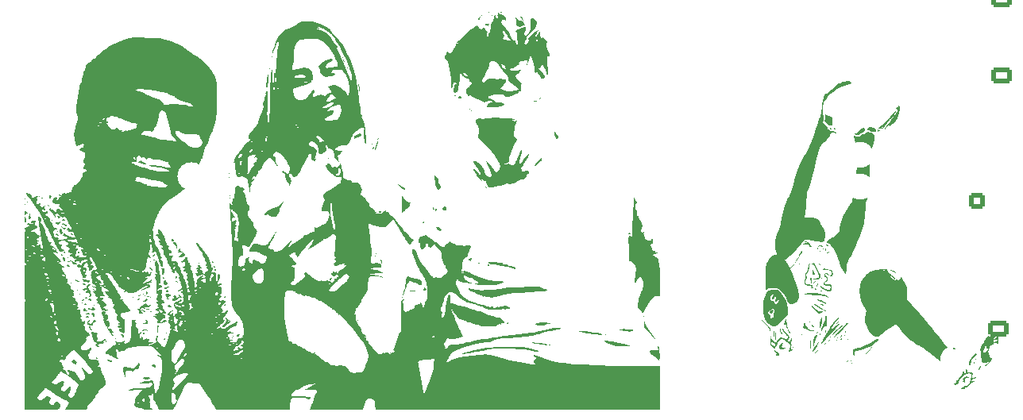
<source format=gbr>
%TF.GenerationSoftware,KiCad,Pcbnew,9.0.4*%
%TF.CreationDate,2025-10-25T01:57:36-05:00*%
%TF.ProjectId,ControlsLeader_PCB,436f6e74-726f-46c7-934c-65616465725f,rev?*%
%TF.SameCoordinates,Original*%
%TF.FileFunction,Legend,Bot*%
%TF.FilePolarity,Positive*%
%FSLAX46Y46*%
G04 Gerber Fmt 4.6, Leading zero omitted, Abs format (unit mm)*
G04 Created by KiCad (PCBNEW 9.0.4) date 2025-10-25 01:57:36*
%MOMM*%
%LPD*%
G01*
G04 APERTURE LIST*
G04 Aperture macros list*
%AMRoundRect*
0 Rectangle with rounded corners*
0 $1 Rounding radius*
0 $2 $3 $4 $5 $6 $7 $8 $9 X,Y pos of 4 corners*
0 Add a 4 corners polygon primitive as box body*
4,1,4,$2,$3,$4,$5,$6,$7,$8,$9,$2,$3,0*
0 Add four circle primitives for the rounded corners*
1,1,$1+$1,$2,$3*
1,1,$1+$1,$4,$5*
1,1,$1+$1,$6,$7*
1,1,$1+$1,$8,$9*
0 Add four rect primitives between the rounded corners*
20,1,$1+$1,$2,$3,$4,$5,0*
20,1,$1+$1,$4,$5,$6,$7,0*
20,1,$1+$1,$6,$7,$8,$9,0*
20,1,$1+$1,$8,$9,$2,$3,0*%
G04 Aperture macros list end*
%ADD10C,0.000000*%
%ADD11C,1.700000*%
%ADD12RoundRect,0.250000X-0.850000X-0.600000X0.850000X-0.600000X0.850000X0.600000X-0.850000X0.600000X0*%
%ADD13O,2.200000X1.700000*%
%ADD14RoundRect,0.250000X0.600000X-0.850000X0.600000X0.850000X-0.600000X0.850000X-0.600000X-0.850000X0*%
%ADD15O,1.700000X2.200000*%
%ADD16C,3.000000*%
%ADD17C,3.600000*%
%ADD18C,6.400000*%
%ADD19C,2.780000*%
%ADD20RoundRect,0.250000X-0.600000X-0.600000X0.600000X-0.600000X0.600000X0.600000X-0.600000X0.600000X0*%
%ADD21RoundRect,0.250000X0.600000X0.600000X-0.600000X0.600000X-0.600000X-0.600000X0.600000X-0.600000X0*%
%ADD22RoundRect,0.250000X-0.600000X0.850000X-0.600000X-0.850000X0.600000X-0.850000X0.600000X0.850000X0*%
G04 APERTURE END LIST*
D10*
%TO.C,G\u002A\u002A\u002A*%
G36*
X104840167Y-91705000D02*
G01*
X104797834Y-91747333D01*
X104755501Y-91705000D01*
X104797834Y-91662666D01*
X104840167Y-91705000D01*
G37*
G36*
X105178834Y-93737000D02*
G01*
X105136501Y-93779333D01*
X105094167Y-93737000D01*
X105136501Y-93694666D01*
X105178834Y-93737000D01*
G37*
G36*
X105856167Y-94583666D02*
G01*
X105813834Y-94626000D01*
X105771501Y-94583666D01*
X105813834Y-94541333D01*
X105856167Y-94583666D01*
G37*
G36*
X106025501Y-94837666D02*
G01*
X105983167Y-94880000D01*
X105940834Y-94837666D01*
X105983167Y-94795333D01*
X106025501Y-94837666D01*
G37*
G36*
X106364167Y-92721000D02*
G01*
X106321834Y-92763333D01*
X106279501Y-92721000D01*
X106321834Y-92678666D01*
X106364167Y-92721000D01*
G37*
G36*
X106364167Y-97377666D02*
G01*
X106321834Y-97420000D01*
X106279501Y-97377666D01*
X106321834Y-97335333D01*
X106364167Y-97377666D01*
G37*
G36*
X106702834Y-93906333D02*
G01*
X106660501Y-93948666D01*
X106618167Y-93906333D01*
X106660501Y-93864000D01*
X106702834Y-93906333D01*
G37*
G36*
X107972834Y-95515000D02*
G01*
X107930501Y-95557333D01*
X107888167Y-95515000D01*
X107930501Y-95472666D01*
X107972834Y-95515000D01*
G37*
G36*
X108142167Y-94837666D02*
G01*
X108099834Y-94880000D01*
X108057501Y-94837666D01*
X108099834Y-94795333D01*
X108142167Y-94837666D01*
G37*
G36*
X108396167Y-95769000D02*
G01*
X108353834Y-95811333D01*
X108311501Y-95769000D01*
X108353834Y-95726666D01*
X108396167Y-95769000D01*
G37*
G36*
X108650167Y-94753000D02*
G01*
X108607834Y-94795333D01*
X108565501Y-94753000D01*
X108607834Y-94710666D01*
X108650167Y-94753000D01*
G37*
G36*
X109073501Y-98732333D02*
G01*
X109031167Y-98774666D01*
X108988834Y-98732333D01*
X109031167Y-98690000D01*
X109073501Y-98732333D01*
G37*
G36*
X110089501Y-101526333D02*
G01*
X110047167Y-101568666D01*
X110004834Y-101526333D01*
X110047167Y-101484000D01*
X110089501Y-101526333D01*
G37*
G36*
X110936167Y-87048333D02*
G01*
X110893834Y-87090666D01*
X110851501Y-87048333D01*
X110893834Y-87006000D01*
X110936167Y-87048333D01*
G37*
G36*
X111528834Y-103219666D02*
G01*
X111486501Y-103262000D01*
X111444167Y-103219666D01*
X111486501Y-103177333D01*
X111528834Y-103219666D01*
G37*
G36*
X111782834Y-107368333D02*
G01*
X111740501Y-107410666D01*
X111698167Y-107368333D01*
X111740501Y-107326000D01*
X111782834Y-107368333D01*
G37*
G36*
X112036834Y-105505666D02*
G01*
X111994501Y-105548000D01*
X111952167Y-105505666D01*
X111994501Y-105463333D01*
X112036834Y-105505666D01*
G37*
G36*
X112544834Y-108723000D02*
G01*
X112502501Y-108765333D01*
X112460167Y-108723000D01*
X112502501Y-108680666D01*
X112544834Y-108723000D01*
G37*
G36*
X112883501Y-106860333D02*
G01*
X112841167Y-106902666D01*
X112798834Y-106860333D01*
X112841167Y-106818000D01*
X112883501Y-106860333D01*
G37*
G36*
X113052834Y-108977000D02*
G01*
X113010501Y-109019333D01*
X112968167Y-108977000D01*
X113010501Y-108934666D01*
X113052834Y-108977000D01*
G37*
G36*
X113137501Y-102288333D02*
G01*
X113095167Y-102330666D01*
X113052834Y-102288333D01*
X113095167Y-102246000D01*
X113137501Y-102288333D01*
G37*
G36*
X113560834Y-84339000D02*
G01*
X113518501Y-84381333D01*
X113476167Y-84339000D01*
X113518501Y-84296666D01*
X113560834Y-84339000D01*
G37*
G36*
X113814834Y-84847000D02*
G01*
X113772501Y-84889333D01*
X113730167Y-84847000D01*
X113772501Y-84804666D01*
X113814834Y-84847000D01*
G37*
G36*
X114238167Y-109908333D02*
G01*
X114195834Y-109950666D01*
X114153501Y-109908333D01*
X114195834Y-109866000D01*
X114238167Y-109908333D01*
G37*
G36*
X115000167Y-107791666D02*
G01*
X114957834Y-107834000D01*
X114915501Y-107791666D01*
X114957834Y-107749333D01*
X115000167Y-107791666D01*
G37*
G36*
X116270167Y-105421000D02*
G01*
X116227834Y-105463333D01*
X116185501Y-105421000D01*
X116227834Y-105378666D01*
X116270167Y-105421000D01*
G37*
G36*
X116608834Y-103981666D02*
G01*
X116566501Y-104024000D01*
X116524167Y-103981666D01*
X116566501Y-103939333D01*
X116608834Y-103981666D01*
G37*
G36*
X116778167Y-90604333D02*
G01*
X116735834Y-90646666D01*
X116693501Y-90604333D01*
X116735834Y-90562000D01*
X116778167Y-90604333D01*
G37*
G36*
X116778167Y-104066333D02*
G01*
X116735834Y-104108666D01*
X116693501Y-104066333D01*
X116735834Y-104024000D01*
X116778167Y-104066333D01*
G37*
G36*
X116947501Y-90689000D02*
G01*
X116905167Y-90731333D01*
X116862834Y-90689000D01*
X116905167Y-90646666D01*
X116947501Y-90689000D01*
G37*
G36*
X117116834Y-102796333D02*
G01*
X117074501Y-102838666D01*
X117032167Y-102796333D01*
X117074501Y-102754000D01*
X117116834Y-102796333D01*
G37*
G36*
X117455501Y-114226333D02*
G01*
X117413167Y-114268666D01*
X117370834Y-114226333D01*
X117413167Y-114184000D01*
X117455501Y-114226333D01*
G37*
G36*
X117540167Y-105336333D02*
G01*
X117497834Y-105378666D01*
X117455501Y-105336333D01*
X117497834Y-105294000D01*
X117540167Y-105336333D01*
G37*
G36*
X117794167Y-110585666D02*
G01*
X117751834Y-110628000D01*
X117709501Y-110585666D01*
X117751834Y-110543333D01*
X117794167Y-110585666D01*
G37*
G36*
X117963501Y-99494333D02*
G01*
X117921167Y-99536666D01*
X117878834Y-99494333D01*
X117921167Y-99452000D01*
X117963501Y-99494333D01*
G37*
G36*
X118132834Y-105082333D02*
G01*
X118090501Y-105124666D01*
X118048167Y-105082333D01*
X118090501Y-105040000D01*
X118132834Y-105082333D01*
G37*
G36*
X118217501Y-99833000D02*
G01*
X118175167Y-99875333D01*
X118132834Y-99833000D01*
X118175167Y-99790666D01*
X118217501Y-99833000D01*
G37*
G36*
X118217501Y-102965666D02*
G01*
X118175167Y-103008000D01*
X118132834Y-102965666D01*
X118175167Y-102923333D01*
X118217501Y-102965666D01*
G37*
G36*
X118471501Y-102119000D02*
G01*
X118429167Y-102161333D01*
X118386834Y-102119000D01*
X118429167Y-102076666D01*
X118471501Y-102119000D01*
G37*
G36*
X118471501Y-111940333D02*
G01*
X118429167Y-111982666D01*
X118386834Y-111940333D01*
X118429167Y-111898000D01*
X118471501Y-111940333D01*
G37*
G36*
X118894834Y-95684333D02*
G01*
X118852501Y-95726666D01*
X118810167Y-95684333D01*
X118852501Y-95642000D01*
X118894834Y-95684333D01*
G37*
G36*
X119148834Y-106691000D02*
G01*
X119106501Y-106733333D01*
X119064167Y-106691000D01*
X119106501Y-106648666D01*
X119148834Y-106691000D01*
G37*
G36*
X119741501Y-103981666D02*
G01*
X119699167Y-104024000D01*
X119656834Y-103981666D01*
X119699167Y-103939333D01*
X119741501Y-103981666D01*
G37*
G36*
X120334167Y-96700333D02*
G01*
X120291834Y-96742666D01*
X120249501Y-96700333D01*
X120291834Y-96658000D01*
X120334167Y-96700333D01*
G37*
G36*
X121180834Y-108723000D02*
G01*
X121138501Y-108765333D01*
X121096167Y-108723000D01*
X121138501Y-108680666D01*
X121180834Y-108723000D01*
G37*
G36*
X121265501Y-101865000D02*
G01*
X121223167Y-101907333D01*
X121180834Y-101865000D01*
X121223167Y-101822666D01*
X121265501Y-101865000D01*
G37*
G36*
X121519501Y-99071000D02*
G01*
X121477167Y-99113333D01*
X121434834Y-99071000D01*
X121477167Y-99028666D01*
X121519501Y-99071000D01*
G37*
G36*
X122958834Y-99071000D02*
G01*
X122916501Y-99113333D01*
X122874167Y-99071000D01*
X122916501Y-99028666D01*
X122958834Y-99071000D01*
G37*
G36*
X122958834Y-99325000D02*
G01*
X122916501Y-99367333D01*
X122874167Y-99325000D01*
X122916501Y-99282666D01*
X122958834Y-99325000D01*
G37*
G36*
X123720834Y-101357000D02*
G01*
X123678501Y-101399333D01*
X123636167Y-101357000D01*
X123678501Y-101314666D01*
X123720834Y-101357000D01*
G37*
G36*
X126514834Y-105336333D02*
G01*
X126472501Y-105378666D01*
X126430167Y-105336333D01*
X126472501Y-105294000D01*
X126514834Y-105336333D01*
G37*
G36*
X126599501Y-92043666D02*
G01*
X126557167Y-92086000D01*
X126514834Y-92043666D01*
X126557167Y-92001333D01*
X126599501Y-92043666D01*
G37*
G36*
X126599501Y-92805666D02*
G01*
X126557167Y-92848000D01*
X126514834Y-92805666D01*
X126557167Y-92763333D01*
X126599501Y-92805666D01*
G37*
G36*
X126684167Y-90689000D02*
G01*
X126641834Y-90731333D01*
X126599501Y-90689000D01*
X126641834Y-90646666D01*
X126684167Y-90689000D01*
G37*
G36*
X126684167Y-105082333D02*
G01*
X126641834Y-105124666D01*
X126599501Y-105082333D01*
X126641834Y-105040000D01*
X126684167Y-105082333D01*
G37*
G36*
X126684167Y-107368333D02*
G01*
X126641834Y-107410666D01*
X126599501Y-107368333D01*
X126641834Y-107326000D01*
X126684167Y-107368333D01*
G37*
G36*
X126768834Y-90435000D02*
G01*
X126726501Y-90477333D01*
X126684167Y-90435000D01*
X126726501Y-90392666D01*
X126768834Y-90435000D01*
G37*
G36*
X126768834Y-107199000D02*
G01*
X126726501Y-107241333D01*
X126684167Y-107199000D01*
X126726501Y-107156666D01*
X126768834Y-107199000D01*
G37*
G36*
X127107501Y-107537666D02*
G01*
X127065167Y-107580000D01*
X127022834Y-107537666D01*
X127065167Y-107495333D01*
X127107501Y-107537666D01*
G37*
G36*
X127276834Y-96531000D02*
G01*
X127234501Y-96573333D01*
X127192167Y-96531000D01*
X127234501Y-96488666D01*
X127276834Y-96531000D01*
G37*
G36*
X127530834Y-106437000D02*
G01*
X127488501Y-106479333D01*
X127446167Y-106437000D01*
X127488501Y-106394666D01*
X127530834Y-106437000D01*
G37*
G36*
X127700167Y-106945000D02*
G01*
X127657834Y-106987333D01*
X127615501Y-106945000D01*
X127657834Y-106902666D01*
X127700167Y-106945000D01*
G37*
G36*
X129139501Y-88487666D02*
G01*
X129097167Y-88530000D01*
X129054834Y-88487666D01*
X129097167Y-88445333D01*
X129139501Y-88487666D01*
G37*
G36*
X129393501Y-88487666D02*
G01*
X129351167Y-88530000D01*
X129308834Y-88487666D01*
X129351167Y-88445333D01*
X129393501Y-88487666D01*
G37*
G36*
X130409501Y-81037000D02*
G01*
X130367167Y-81079333D01*
X130324834Y-81037000D01*
X130367167Y-80994666D01*
X130409501Y-81037000D01*
G37*
G36*
X130578834Y-80952333D02*
G01*
X130536501Y-80994666D01*
X130494167Y-80952333D01*
X130536501Y-80910000D01*
X130578834Y-80952333D01*
G37*
G36*
X131256167Y-78920333D02*
G01*
X131213834Y-78962666D01*
X131171501Y-78920333D01*
X131213834Y-78878000D01*
X131256167Y-78920333D01*
G37*
G36*
X133542167Y-98817000D02*
G01*
X133499834Y-98859333D01*
X133457501Y-98817000D01*
X133499834Y-98774666D01*
X133542167Y-98817000D01*
G37*
G36*
X133542167Y-98986333D02*
G01*
X133499834Y-99028666D01*
X133457501Y-98986333D01*
X133499834Y-98944000D01*
X133542167Y-98986333D01*
G37*
G36*
X133626834Y-79682333D02*
G01*
X133584501Y-79724666D01*
X133542167Y-79682333D01*
X133584501Y-79640000D01*
X133626834Y-79682333D01*
G37*
G36*
X135150834Y-88233666D02*
G01*
X135108501Y-88276000D01*
X135066167Y-88233666D01*
X135108501Y-88191333D01*
X135150834Y-88233666D01*
G37*
G36*
X135404834Y-79005000D02*
G01*
X135362501Y-79047333D01*
X135320167Y-79005000D01*
X135362501Y-78962666D01*
X135404834Y-79005000D01*
G37*
G36*
X137098167Y-83238333D02*
G01*
X137055834Y-83280666D01*
X137013501Y-83238333D01*
X137055834Y-83196000D01*
X137098167Y-83238333D01*
G37*
G36*
X137521501Y-101357000D02*
G01*
X137479167Y-101399333D01*
X137436834Y-101357000D01*
X137479167Y-101314666D01*
X137521501Y-101357000D01*
G37*
G36*
X137944834Y-82815000D02*
G01*
X137902501Y-82857333D01*
X137860167Y-82815000D01*
X137902501Y-82772666D01*
X137944834Y-82815000D01*
G37*
G36*
X138283501Y-101357000D02*
G01*
X138241167Y-101399333D01*
X138198834Y-101357000D01*
X138241167Y-101314666D01*
X138283501Y-101357000D01*
G37*
G36*
X138283501Y-110331666D02*
G01*
X138241167Y-110374000D01*
X138198834Y-110331666D01*
X138241167Y-110289333D01*
X138283501Y-110331666D01*
G37*
G36*
X138622167Y-100171666D02*
G01*
X138579834Y-100214000D01*
X138537501Y-100171666D01*
X138579834Y-100129333D01*
X138622167Y-100171666D01*
G37*
G36*
X138876167Y-100933666D02*
G01*
X138833834Y-100976000D01*
X138791501Y-100933666D01*
X138833834Y-100891333D01*
X138876167Y-100933666D01*
G37*
G36*
X138960834Y-78327666D02*
G01*
X138918501Y-78370000D01*
X138876167Y-78327666D01*
X138918501Y-78285333D01*
X138960834Y-78327666D01*
G37*
G36*
X139045501Y-78497000D02*
G01*
X139003167Y-78539333D01*
X138960834Y-78497000D01*
X139003167Y-78454666D01*
X139045501Y-78497000D01*
G37*
G36*
X139045501Y-100849000D02*
G01*
X139003167Y-100891333D01*
X138960834Y-100849000D01*
X139003167Y-100806666D01*
X139045501Y-100849000D01*
G37*
G36*
X140146167Y-105421000D02*
G01*
X140103834Y-105463333D01*
X140061501Y-105421000D01*
X140103834Y-105378666D01*
X140146167Y-105421000D01*
G37*
G36*
X140654167Y-82815000D02*
G01*
X140611834Y-82857333D01*
X140569501Y-82815000D01*
X140611834Y-82772666D01*
X140654167Y-82815000D01*
G37*
G36*
X141416167Y-85185666D02*
G01*
X141373834Y-85228000D01*
X141331501Y-85185666D01*
X141373834Y-85143333D01*
X141416167Y-85185666D01*
G37*
G36*
X141585501Y-85609000D02*
G01*
X141543167Y-85651333D01*
X141500834Y-85609000D01*
X141543167Y-85566666D01*
X141585501Y-85609000D01*
G37*
G36*
X141670167Y-93483000D02*
G01*
X141627834Y-93525333D01*
X141585501Y-93483000D01*
X141627834Y-93440666D01*
X141670167Y-93483000D01*
G37*
G36*
X143363501Y-108892333D02*
G01*
X143321167Y-108934666D01*
X143278834Y-108892333D01*
X143321167Y-108850000D01*
X143363501Y-108892333D01*
G37*
G36*
X144972167Y-99325000D02*
G01*
X144929834Y-99367333D01*
X144887501Y-99325000D01*
X144929834Y-99282666D01*
X144972167Y-99325000D01*
G37*
G36*
X146750167Y-103727666D02*
G01*
X146707834Y-103770000D01*
X146665501Y-103727666D01*
X146707834Y-103685333D01*
X146750167Y-103727666D01*
G37*
G36*
X147173501Y-103812333D02*
G01*
X147131167Y-103854666D01*
X147088834Y-103812333D01*
X147131167Y-103770000D01*
X147173501Y-103812333D01*
G37*
G36*
X148782167Y-93737000D02*
G01*
X148739834Y-93779333D01*
X148697501Y-93737000D01*
X148739834Y-93694666D01*
X148782167Y-93737000D01*
G37*
G36*
X149120834Y-92551666D02*
G01*
X149078501Y-92594000D01*
X149036167Y-92551666D01*
X149078501Y-92509333D01*
X149120834Y-92551666D01*
G37*
G36*
X149205501Y-93991000D02*
G01*
X149163167Y-94033333D01*
X149120834Y-93991000D01*
X149163167Y-93948666D01*
X149205501Y-93991000D01*
G37*
G36*
X149459501Y-96446333D02*
G01*
X149417167Y-96488666D01*
X149374834Y-96446333D01*
X149417167Y-96404000D01*
X149459501Y-96446333D01*
G37*
G36*
X150644834Y-109400333D02*
G01*
X150602501Y-109442666D01*
X150560167Y-109400333D01*
X150602501Y-109358000D01*
X150644834Y-109400333D01*
G37*
G36*
X152676834Y-99409666D02*
G01*
X152634501Y-99452000D01*
X152592167Y-99409666D01*
X152634501Y-99367333D01*
X152676834Y-99409666D01*
G37*
G36*
X153015501Y-83915666D02*
G01*
X152973167Y-83958000D01*
X152930834Y-83915666D01*
X152973167Y-83873333D01*
X153015501Y-83915666D01*
G37*
G36*
X153269501Y-73925000D02*
G01*
X153227167Y-73967333D01*
X153184834Y-73925000D01*
X153227167Y-73882666D01*
X153269501Y-73925000D01*
G37*
G36*
X153692834Y-91366333D02*
G01*
X153650501Y-91408666D01*
X153608167Y-91366333D01*
X153650501Y-91324000D01*
X153692834Y-91366333D01*
G37*
G36*
X154031501Y-99409666D02*
G01*
X153989167Y-99452000D01*
X153946834Y-99409666D01*
X153989167Y-99367333D01*
X154031501Y-99409666D01*
G37*
G36*
X154200834Y-103135000D02*
G01*
X154158501Y-103177333D01*
X154116167Y-103135000D01*
X154158501Y-103092666D01*
X154200834Y-103135000D01*
G37*
G36*
X155301501Y-72570333D02*
G01*
X155259167Y-72612666D01*
X155216834Y-72570333D01*
X155259167Y-72528000D01*
X155301501Y-72570333D01*
G37*
G36*
X155301501Y-104066333D02*
G01*
X155259167Y-104108666D01*
X155216834Y-104066333D01*
X155259167Y-104024000D01*
X155301501Y-104066333D01*
G37*
G36*
X155386167Y-82053000D02*
G01*
X155343834Y-82095333D01*
X155301501Y-82053000D01*
X155343834Y-82010666D01*
X155386167Y-82053000D01*
G37*
G36*
X155724834Y-104574333D02*
G01*
X155682501Y-104616666D01*
X155640167Y-104574333D01*
X155682501Y-104532000D01*
X155724834Y-104574333D01*
G37*
G36*
X156994834Y-88657000D02*
G01*
X156952501Y-88699333D01*
X156910167Y-88657000D01*
X156952501Y-88614666D01*
X156994834Y-88657000D01*
G37*
G36*
X157079501Y-85947666D02*
G01*
X157037167Y-85990000D01*
X156994834Y-85947666D01*
X157037167Y-85905333D01*
X157079501Y-85947666D01*
G37*
G36*
X170033501Y-93313666D02*
G01*
X169991167Y-93356000D01*
X169948834Y-93313666D01*
X169991167Y-93271333D01*
X170033501Y-93313666D01*
G37*
G36*
X172150167Y-98732333D02*
G01*
X172107834Y-98774666D01*
X172065501Y-98732333D01*
X172107834Y-98690000D01*
X172150167Y-98732333D01*
G37*
G36*
X104748817Y-93221944D02*
G01*
X104742830Y-93307818D01*
X104704348Y-93333069D01*
X104687570Y-93303115D01*
X104697664Y-93170791D01*
X104728139Y-93131602D01*
X104748817Y-93221944D01*
G37*
G36*
X105009501Y-93017333D02*
G01*
X105003391Y-93062155D01*
X104953056Y-93073777D01*
X104942923Y-93061368D01*
X104953056Y-92960888D01*
X104978523Y-92947643D01*
X105009501Y-93017333D01*
G37*
G36*
X105658612Y-94230888D02*
G01*
X105671858Y-94256355D01*
X105602167Y-94287333D01*
X105557345Y-94281223D01*
X105545723Y-94230888D01*
X105558132Y-94220755D01*
X105658612Y-94230888D01*
G37*
G36*
X106718709Y-93044163D02*
G01*
X106757899Y-93074638D01*
X106667556Y-93095315D01*
X106581682Y-93089329D01*
X106556431Y-93050847D01*
X106586385Y-93034069D01*
X106718709Y-93044163D01*
G37*
G36*
X109722612Y-100072888D02*
G01*
X109735858Y-100098355D01*
X109666167Y-100129333D01*
X109621345Y-100123223D01*
X109609723Y-100072888D01*
X109622132Y-100062755D01*
X109722612Y-100072888D01*
G37*
G36*
X109666167Y-101653333D02*
G01*
X109660057Y-101698155D01*
X109609723Y-101709777D01*
X109599590Y-101697368D01*
X109609723Y-101596888D01*
X109635189Y-101583643D01*
X109666167Y-101653333D01*
G37*
G36*
X110230612Y-100072888D02*
G01*
X110243858Y-100098355D01*
X110174167Y-100129333D01*
X110129345Y-100123223D01*
X110117723Y-100072888D01*
X110130132Y-100062755D01*
X110230612Y-100072888D01*
G37*
G36*
X110597501Y-102838666D02*
G01*
X110591391Y-102883488D01*
X110541056Y-102895111D01*
X110530923Y-102882701D01*
X110541056Y-102782222D01*
X110566523Y-102768976D01*
X110597501Y-102838666D01*
G37*
G36*
X110872667Y-103205926D02*
G01*
X110887030Y-103235326D01*
X110766834Y-103248631D01*
X110650365Y-103236829D01*
X110661001Y-103205926D01*
X110699325Y-103194744D01*
X110872667Y-103205926D01*
G37*
G36*
X110851501Y-103770000D02*
G01*
X110845391Y-103814822D01*
X110795056Y-103826444D01*
X110784923Y-103814035D01*
X110795056Y-103713555D01*
X110820523Y-103700309D01*
X110851501Y-103770000D01*
G37*
G36*
X111077279Y-103628888D02*
G01*
X111090524Y-103654355D01*
X111020834Y-103685333D01*
X110976012Y-103679223D01*
X110964390Y-103628888D01*
X110976799Y-103618755D01*
X111077279Y-103628888D01*
G37*
G36*
X111415945Y-105491555D02*
G01*
X111429191Y-105517021D01*
X111359501Y-105548000D01*
X111314679Y-105541889D01*
X111303056Y-105491555D01*
X111315466Y-105481422D01*
X111415945Y-105491555D01*
G37*
G36*
X111500612Y-104136888D02*
G01*
X111513858Y-104162355D01*
X111444167Y-104193333D01*
X111399345Y-104187223D01*
X111387723Y-104136888D01*
X111400132Y-104126755D01*
X111500612Y-104136888D01*
G37*
G36*
X111883376Y-104050829D02*
G01*
X111922565Y-104081305D01*
X111832223Y-104101982D01*
X111746349Y-104095995D01*
X111721098Y-104057513D01*
X111751052Y-104040736D01*
X111883376Y-104050829D01*
G37*
G36*
X112121501Y-104024000D02*
G01*
X112115391Y-104068822D01*
X112065056Y-104080444D01*
X112054923Y-104068035D01*
X112065056Y-103967555D01*
X112090523Y-103954309D01*
X112121501Y-104024000D01*
G37*
G36*
X112685945Y-104052222D02*
G01*
X112699191Y-104077688D01*
X112629501Y-104108666D01*
X112584679Y-104102556D01*
X112573056Y-104052222D01*
X112585466Y-104042089D01*
X112685945Y-104052222D01*
G37*
G36*
X112685945Y-107015555D02*
G01*
X112699191Y-107041021D01*
X112629501Y-107072000D01*
X112584679Y-107065889D01*
X112573056Y-107015555D01*
X112585466Y-107005422D01*
X112685945Y-107015555D01*
G37*
G36*
X112685945Y-109047555D02*
G01*
X112699191Y-109073021D01*
X112629501Y-109104000D01*
X112584679Y-109097889D01*
X112573056Y-109047555D01*
X112585466Y-109037422D01*
X112685945Y-109047555D01*
G37*
G36*
X112770612Y-106676888D02*
G01*
X112783858Y-106702355D01*
X112714167Y-106733333D01*
X112669345Y-106727223D01*
X112657723Y-106676888D01*
X112670132Y-106666755D01*
X112770612Y-106676888D01*
G37*
G36*
X114209945Y-110148222D02*
G01*
X114223191Y-110173688D01*
X114153501Y-110204666D01*
X114108679Y-110198556D01*
X114097056Y-110148222D01*
X114109466Y-110138089D01*
X114209945Y-110148222D01*
G37*
G36*
X114294612Y-104983555D02*
G01*
X114307858Y-105009021D01*
X114238167Y-105040000D01*
X114193345Y-105033889D01*
X114181723Y-104983555D01*
X114194132Y-104973422D01*
X114294612Y-104983555D01*
G37*
G36*
X114407501Y-107580000D02*
G01*
X114401391Y-107624822D01*
X114351056Y-107636444D01*
X114340923Y-107624035D01*
X114351056Y-107523555D01*
X114376523Y-107510309D01*
X114407501Y-107580000D01*
G37*
G36*
X117370834Y-102838666D02*
G01*
X117364724Y-102883488D01*
X117314390Y-102895111D01*
X117304257Y-102882701D01*
X117314390Y-102782222D01*
X117339856Y-102768976D01*
X117370834Y-102838666D01*
G37*
G36*
X117511945Y-107354222D02*
G01*
X117525191Y-107379688D01*
X117455501Y-107410666D01*
X117410679Y-107404556D01*
X117399056Y-107354222D01*
X117411466Y-107344089D01*
X117511945Y-107354222D01*
G37*
G36*
X117540167Y-103008000D02*
G01*
X117534057Y-103052822D01*
X117483723Y-103064444D01*
X117473590Y-103052035D01*
X117483723Y-102951555D01*
X117509189Y-102938309D01*
X117540167Y-103008000D01*
G37*
G36*
X118132834Y-99367333D02*
G01*
X118126724Y-99412155D01*
X118076390Y-99423777D01*
X118066257Y-99411368D01*
X118076390Y-99310888D01*
X118101856Y-99297643D01*
X118132834Y-99367333D01*
G37*
G36*
X118572042Y-98970829D02*
G01*
X118611232Y-99001305D01*
X118520890Y-99021982D01*
X118435016Y-99015995D01*
X118409765Y-98977513D01*
X118439719Y-98960736D01*
X118572042Y-98970829D01*
G37*
G36*
X119826167Y-106987333D02*
G01*
X119820057Y-107032155D01*
X119769723Y-107043777D01*
X119759590Y-107031368D01*
X119769723Y-106930888D01*
X119795189Y-106917643D01*
X119826167Y-106987333D01*
G37*
G36*
X120688709Y-99140163D02*
G01*
X120727899Y-99170638D01*
X120637556Y-99191315D01*
X120551682Y-99185329D01*
X120526431Y-99146847D01*
X120556385Y-99130069D01*
X120688709Y-99140163D01*
G37*
G36*
X120898612Y-102443555D02*
G01*
X120911858Y-102469021D01*
X120842167Y-102500000D01*
X120797345Y-102493889D01*
X120785723Y-102443555D01*
X120798132Y-102433422D01*
X120898612Y-102443555D01*
G37*
G36*
X121067945Y-102020222D02*
G01*
X121081191Y-102045688D01*
X121011501Y-102076666D01*
X120966679Y-102070556D01*
X120955056Y-102020222D01*
X120967466Y-102010089D01*
X121067945Y-102020222D01*
G37*
G36*
X121067945Y-102274222D02*
G01*
X121081191Y-102299688D01*
X121011501Y-102330666D01*
X120966679Y-102324556D01*
X120955056Y-102274222D01*
X120967466Y-102264089D01*
X121067945Y-102274222D01*
G37*
G36*
X121321945Y-99141555D02*
G01*
X121335191Y-99167021D01*
X121265501Y-99198000D01*
X121220679Y-99191889D01*
X121209056Y-99141555D01*
X121221466Y-99131422D01*
X121321945Y-99141555D01*
G37*
G36*
X121519501Y-105886666D02*
G01*
X121513391Y-105931488D01*
X121463056Y-105943111D01*
X121452923Y-105930701D01*
X121463056Y-105830222D01*
X121488523Y-105816976D01*
X121519501Y-105886666D01*
G37*
G36*
X123460150Y-89242611D02*
G01*
X123454163Y-89328485D01*
X123415681Y-89353736D01*
X123398904Y-89323782D01*
X123408997Y-89191458D01*
X123439473Y-89152268D01*
X123460150Y-89242611D01*
G37*
G36*
X124031279Y-100242222D02*
G01*
X124044524Y-100267688D01*
X123974834Y-100298666D01*
X123930012Y-100292556D01*
X123918390Y-100242222D01*
X123930799Y-100232089D01*
X124031279Y-100242222D01*
G37*
G36*
X126063279Y-104221555D02*
G01*
X126076524Y-104247021D01*
X126006834Y-104278000D01*
X125962012Y-104271889D01*
X125950390Y-104221555D01*
X125962799Y-104211422D01*
X126063279Y-104221555D01*
G37*
G36*
X126514834Y-90392666D02*
G01*
X126508724Y-90437488D01*
X126458390Y-90449111D01*
X126448257Y-90436701D01*
X126458390Y-90336222D01*
X126483856Y-90322976D01*
X126514834Y-90392666D01*
G37*
G36*
X126501466Y-89969333D02*
G01*
X126489664Y-90085802D01*
X126458761Y-90075166D01*
X126447578Y-90036842D01*
X126458761Y-89863500D01*
X126488160Y-89849137D01*
X126501466Y-89969333D01*
G37*
G36*
X126592817Y-92290611D02*
G01*
X126586830Y-92376485D01*
X126548348Y-92401736D01*
X126531570Y-92371782D01*
X126541664Y-92239458D01*
X126572139Y-92200268D01*
X126592817Y-92290611D01*
G37*
G36*
X126599501Y-92594000D02*
G01*
X126593391Y-92638822D01*
X126543056Y-92650444D01*
X126532923Y-92638035D01*
X126543056Y-92537555D01*
X126568523Y-92524309D01*
X126599501Y-92594000D01*
G37*
G36*
X130409501Y-81418000D02*
G01*
X130403391Y-81462822D01*
X130353056Y-81474444D01*
X130342923Y-81462035D01*
X130353056Y-81361555D01*
X130378523Y-81348309D01*
X130409501Y-81418000D01*
G37*
G36*
X130826150Y-78743944D02*
G01*
X130820163Y-78829818D01*
X130781681Y-78855069D01*
X130764904Y-78825115D01*
X130774997Y-78692791D01*
X130805473Y-78653602D01*
X130826150Y-78743944D01*
G37*
G36*
X131073466Y-77523333D02*
G01*
X131061664Y-77639802D01*
X131030761Y-77629166D01*
X131019578Y-77590842D01*
X131030761Y-77417500D01*
X131060160Y-77403137D01*
X131073466Y-77523333D01*
G37*
G36*
X138622167Y-77608000D02*
G01*
X138616057Y-77652822D01*
X138565723Y-77664444D01*
X138555590Y-77652035D01*
X138565723Y-77551555D01*
X138591189Y-77538309D01*
X138622167Y-77608000D01*
G37*
G36*
X139130167Y-78708666D02*
G01*
X139124057Y-78753488D01*
X139073723Y-78765111D01*
X139063590Y-78752701D01*
X139073723Y-78652222D01*
X139099189Y-78638976D01*
X139130167Y-78708666D01*
G37*
G36*
X141726612Y-87034222D02*
G01*
X141739858Y-87059688D01*
X141670167Y-87090666D01*
X141625345Y-87084556D01*
X141613723Y-87034222D01*
X141626132Y-87024089D01*
X141726612Y-87034222D01*
G37*
G36*
X141754834Y-86836666D02*
G01*
X141748724Y-86881488D01*
X141698390Y-86893111D01*
X141688257Y-86880701D01*
X141698390Y-86780222D01*
X141723856Y-86766976D01*
X141754834Y-86836666D01*
G37*
G36*
X142093501Y-98774666D02*
G01*
X142087391Y-98819488D01*
X142037056Y-98831111D01*
X142026923Y-98818701D01*
X142037056Y-98718222D01*
X142062523Y-98704976D01*
X142093501Y-98774666D01*
G37*
G36*
X142178167Y-98520666D02*
G01*
X142172057Y-98565488D01*
X142121723Y-98577111D01*
X142111590Y-98564701D01*
X142121723Y-98464222D01*
X142147189Y-98450976D01*
X142178167Y-98520666D01*
G37*
G36*
X143702167Y-109104000D02*
G01*
X143696057Y-109148822D01*
X143645723Y-109160444D01*
X143635590Y-109148035D01*
X143645723Y-109047555D01*
X143671189Y-109034309D01*
X143702167Y-109104000D01*
G37*
G36*
X144972167Y-103177333D02*
G01*
X144966057Y-103222155D01*
X144915723Y-103233777D01*
X144905590Y-103221368D01*
X144915723Y-103120888D01*
X144941189Y-103107643D01*
X144972167Y-103177333D01*
G37*
G36*
X147060612Y-95416222D02*
G01*
X147073858Y-95441688D01*
X147004167Y-95472666D01*
X146959345Y-95466556D01*
X146947723Y-95416222D01*
X146960132Y-95406089D01*
X147060612Y-95416222D01*
G37*
G36*
X149261945Y-104306222D02*
G01*
X149275191Y-104331688D01*
X149205501Y-104362666D01*
X149160679Y-104356556D01*
X149149056Y-104306222D01*
X149161466Y-104296089D01*
X149261945Y-104306222D01*
G37*
G36*
X152168834Y-83111333D02*
G01*
X152162724Y-83156155D01*
X152112390Y-83167777D01*
X152102257Y-83155368D01*
X152112390Y-83054888D01*
X152137856Y-83041643D01*
X152168834Y-83111333D01*
G37*
G36*
X152338167Y-83280666D02*
G01*
X152332057Y-83325488D01*
X152281723Y-83337111D01*
X152271590Y-83324701D01*
X152281723Y-83224222D01*
X152307189Y-83210976D01*
X152338167Y-83280666D01*
G37*
G36*
X152902612Y-84070888D02*
G01*
X152915858Y-84096355D01*
X152846167Y-84127333D01*
X152801345Y-84121223D01*
X152789723Y-84070888D01*
X152802132Y-84060755D01*
X152902612Y-84070888D01*
G37*
G36*
X153432150Y-73071277D02*
G01*
X153426163Y-73157151D01*
X153387681Y-73182402D01*
X153370904Y-73152448D01*
X153380997Y-73020125D01*
X153411473Y-72980935D01*
X153432150Y-73071277D01*
G37*
G36*
X153495279Y-99988222D02*
G01*
X153508524Y-100013688D01*
X153438834Y-100044666D01*
X153394012Y-100038556D01*
X153382390Y-99988222D01*
X153394799Y-99978089D01*
X153495279Y-99988222D01*
G37*
G36*
X153664612Y-72810222D02*
G01*
X153677858Y-72835688D01*
X153608167Y-72866666D01*
X153563345Y-72860556D01*
X153551723Y-72810222D01*
X153564132Y-72800089D01*
X153664612Y-72810222D01*
G37*
G36*
X154539501Y-73120666D02*
G01*
X154533391Y-73165488D01*
X154483056Y-73177111D01*
X154472923Y-73164701D01*
X154483056Y-73064222D01*
X154508523Y-73050976D01*
X154539501Y-73120666D01*
G37*
G36*
X159337279Y-80768888D02*
G01*
X159350524Y-80794355D01*
X159280834Y-80825333D01*
X159236012Y-80819223D01*
X159224390Y-80768888D01*
X159236799Y-80758755D01*
X159337279Y-80768888D01*
G37*
G36*
X170089945Y-92876222D02*
G01*
X170103191Y-92901688D01*
X170033501Y-92932666D01*
X169988679Y-92926556D01*
X169977056Y-92876222D01*
X169989466Y-92866089D01*
X170089945Y-92876222D01*
G37*
G36*
X170710834Y-105209333D02*
G01*
X170704724Y-105254155D01*
X170654390Y-105265777D01*
X170644257Y-105253368D01*
X170654390Y-105152888D01*
X170679856Y-105139643D01*
X170710834Y-105209333D01*
G37*
G36*
X109051245Y-98310935D02*
G01*
X109029062Y-98439406D01*
X108975698Y-98490796D01*
X108896297Y-98423872D01*
X108870744Y-98362193D01*
X108912172Y-98279013D01*
X108952699Y-98269200D01*
X109051245Y-98310935D01*
G37*
G36*
X112376233Y-109610050D02*
G01*
X112447467Y-109700900D01*
X112451964Y-109742001D01*
X112379734Y-109768633D01*
X112334019Y-109745567D01*
X112286302Y-109660884D01*
X112352217Y-109605650D01*
X112376233Y-109610050D01*
G37*
G36*
X117505919Y-106381584D02*
G01*
X117494671Y-106398820D01*
X117411015Y-106476795D01*
X117370834Y-106441996D01*
X117378402Y-106422953D01*
X117468583Y-106344248D01*
X117515898Y-106323647D01*
X117505919Y-106381584D01*
G37*
G36*
X118240079Y-104690827D02*
G01*
X118251018Y-104701978D01*
X118291597Y-104764000D01*
X118192683Y-104738223D01*
X118113669Y-104695999D01*
X118088260Y-104633018D01*
X118129071Y-104623950D01*
X118240079Y-104690827D01*
G37*
G36*
X123339235Y-99537636D02*
G01*
X123322647Y-99559841D01*
X123207837Y-99621333D01*
X123160355Y-99616862D01*
X123140391Y-99572683D01*
X123259565Y-99504361D01*
X123325607Y-99489524D01*
X123339235Y-99537636D01*
G37*
G36*
X124760009Y-99342187D02*
G01*
X124821501Y-99456996D01*
X124817030Y-99504479D01*
X124772851Y-99524443D01*
X124704529Y-99405269D01*
X124689692Y-99339227D01*
X124737804Y-99325599D01*
X124760009Y-99342187D01*
G37*
G36*
X124929342Y-99850187D02*
G01*
X124990834Y-99964996D01*
X124986364Y-100012479D01*
X124942185Y-100032443D01*
X124873862Y-99913269D01*
X124859025Y-99847227D01*
X124907137Y-99833599D01*
X124929342Y-99850187D01*
G37*
G36*
X126156591Y-103956031D02*
G01*
X126091501Y-104024000D01*
X126014804Y-104071469D01*
X125934700Y-104100149D01*
X125964501Y-104024000D01*
X125982624Y-104000941D01*
X126117664Y-103940629D01*
X126156591Y-103956031D01*
G37*
G36*
X126565252Y-104349584D02*
G01*
X126554004Y-104366820D01*
X126470348Y-104444795D01*
X126430167Y-104409996D01*
X126437736Y-104390953D01*
X126527916Y-104312248D01*
X126575232Y-104291647D01*
X126565252Y-104349584D01*
G37*
G36*
X130036586Y-83013584D02*
G01*
X130025337Y-83030820D01*
X129941682Y-83108795D01*
X129901501Y-83073996D01*
X129909069Y-83054953D01*
X129999249Y-82976248D01*
X130046565Y-82955647D01*
X130036586Y-83013584D01*
G37*
G36*
X132830586Y-91480251D02*
G01*
X132819337Y-91497486D01*
X132735682Y-91575462D01*
X132695501Y-91540663D01*
X132703069Y-91521619D01*
X132793249Y-91442915D01*
X132840565Y-91422314D01*
X132830586Y-91480251D01*
G37*
G36*
X137139901Y-88361636D02*
G01*
X137123314Y-88383841D01*
X137008504Y-88445333D01*
X136961022Y-88440862D01*
X136941058Y-88396683D01*
X137060232Y-88328361D01*
X137126274Y-88313524D01*
X137139901Y-88361636D01*
G37*
G36*
X142419341Y-86212220D02*
G01*
X142393316Y-86323033D01*
X142353495Y-86378826D01*
X142296620Y-86401981D01*
X142318284Y-86282681D01*
X142350080Y-86220950D01*
X142408772Y-86192382D01*
X142419341Y-86212220D01*
G37*
G36*
X147311070Y-95071921D02*
G01*
X147256469Y-95178379D01*
X147187292Y-95245865D01*
X147110624Y-95268679D01*
X147097386Y-95207348D01*
X147162612Y-95102235D01*
X147273531Y-95049333D01*
X147311070Y-95071921D01*
G37*
G36*
X156297924Y-105903364D02*
G01*
X156232834Y-105971333D01*
X156156137Y-106018802D01*
X156076034Y-106047483D01*
X156105834Y-105971333D01*
X156123957Y-105948274D01*
X156258998Y-105887963D01*
X156297924Y-105903364D01*
G37*
G36*
X104721752Y-92597896D02*
G01*
X104797834Y-92678666D01*
X104811064Y-92711463D01*
X104760498Y-92763333D01*
X104735922Y-92760079D01*
X104670834Y-92678666D01*
X104671805Y-92659505D01*
X104708171Y-92594000D01*
X104721752Y-92597896D01*
G37*
G36*
X106242060Y-92343809D02*
G01*
X106321834Y-92424666D01*
X106337604Y-92454643D01*
X106331828Y-92509333D01*
X106316942Y-92505523D01*
X106237167Y-92424666D01*
X106221397Y-92394690D01*
X106227174Y-92340000D01*
X106242060Y-92343809D01*
G37*
G36*
X106575834Y-92563382D02*
G01*
X106636629Y-92590798D01*
X106702834Y-92645391D01*
X106688797Y-92660552D01*
X106575834Y-92678666D01*
X106517451Y-92669427D01*
X106448834Y-92596657D01*
X106466813Y-92561622D01*
X106575834Y-92563382D01*
G37*
G36*
X107232001Y-93345200D02*
G01*
X107322308Y-93422692D01*
X107380167Y-93493366D01*
X107378777Y-93508223D01*
X107323615Y-93508796D01*
X107200034Y-93377166D01*
X107152738Y-93315820D01*
X107131714Y-93271976D01*
X107232001Y-93345200D01*
G37*
G36*
X107459390Y-92335776D02*
G01*
X107485690Y-92353105D01*
X107537643Y-92432519D01*
X107462485Y-92554497D01*
X107361855Y-92627561D01*
X107300684Y-92568237D01*
X107310149Y-92386174D01*
X107346368Y-92316130D01*
X107459390Y-92335776D01*
G37*
G36*
X107669788Y-94886647D02*
G01*
X107676501Y-94964666D01*
X107659123Y-94990004D01*
X107586837Y-95049333D01*
X107578388Y-95047132D01*
X107549501Y-94964666D01*
X107552946Y-94941460D01*
X107639164Y-94880000D01*
X107669788Y-94886647D01*
G37*
G36*
X108262455Y-96071981D02*
G01*
X108269167Y-96150000D01*
X108251790Y-96175337D01*
X108179504Y-96234666D01*
X108171054Y-96232465D01*
X108142167Y-96150000D01*
X108145613Y-96126793D01*
X108231831Y-96065333D01*
X108262455Y-96071981D01*
G37*
G36*
X109426302Y-99728520D02*
G01*
X109496834Y-99825073D01*
X109468957Y-99893095D01*
X109327501Y-99899865D01*
X109228629Y-99859841D01*
X109158167Y-99780791D01*
X109189858Y-99737359D01*
X109327501Y-99706000D01*
X109426302Y-99728520D01*
G37*
G36*
X109293752Y-98863229D02*
G01*
X109369834Y-98944000D01*
X109383064Y-98976796D01*
X109332498Y-99028666D01*
X109307922Y-99025413D01*
X109242834Y-98944000D01*
X109243805Y-98924839D01*
X109280171Y-98859333D01*
X109293752Y-98863229D01*
G37*
G36*
X109839678Y-96451365D02*
G01*
X109890908Y-96536481D01*
X109830755Y-96560849D01*
X109630025Y-96497521D01*
X109588692Y-96480725D01*
X109519568Y-96430306D01*
X109602668Y-96381504D01*
X109690870Y-96372646D01*
X109839678Y-96451365D01*
G37*
G36*
X110379121Y-102337314D02*
G01*
X110385834Y-102415333D01*
X110368457Y-102440671D01*
X110296171Y-102500000D01*
X110287721Y-102497798D01*
X110258834Y-102415333D01*
X110262280Y-102392127D01*
X110348498Y-102330666D01*
X110379121Y-102337314D01*
G37*
G36*
X110530861Y-98284340D02*
G01*
X110543452Y-98393666D01*
X110517012Y-98454741D01*
X110470501Y-98520666D01*
X110452810Y-98504913D01*
X110397550Y-98393666D01*
X110387594Y-98323592D01*
X110470501Y-98266666D01*
X110530861Y-98284340D01*
G37*
G36*
X111206258Y-103864218D02*
G01*
X111274834Y-103939333D01*
X111260506Y-103978282D01*
X111147834Y-104024000D01*
X111089411Y-104014447D01*
X111020834Y-103939333D01*
X111035162Y-103900384D01*
X111147834Y-103854666D01*
X111206258Y-103864218D01*
G37*
G36*
X111290884Y-103186572D02*
G01*
X111359501Y-103259342D01*
X111341522Y-103294377D01*
X111232501Y-103292617D01*
X111171706Y-103265201D01*
X111105501Y-103210608D01*
X111119538Y-103195447D01*
X111232501Y-103177333D01*
X111290884Y-103186572D01*
G37*
G36*
X111466716Y-105182979D02*
G01*
X111528834Y-105308111D01*
X111467466Y-105369777D01*
X111340189Y-105367877D01*
X111237984Y-105302871D01*
X111229971Y-105261649D01*
X111309376Y-105181705D01*
X111312714Y-105180446D01*
X111466716Y-105182979D01*
G37*
G36*
X116232727Y-103096476D02*
G01*
X116312501Y-103177333D01*
X116328271Y-103207309D01*
X116322494Y-103262000D01*
X116307608Y-103258190D01*
X116227834Y-103177333D01*
X116212064Y-103147356D01*
X116217841Y-103092666D01*
X116232727Y-103096476D01*
G37*
G36*
X117085259Y-102950255D02*
G01*
X116989834Y-103008000D01*
X116930901Y-103032049D01*
X116773227Y-103079508D01*
X116711671Y-103071492D01*
X116778167Y-103008000D01*
X116851426Y-102970560D01*
X117032167Y-102930580D01*
X117085259Y-102950255D01*
G37*
G36*
X116946989Y-103349295D02*
G01*
X116860382Y-103434640D01*
X116815720Y-103461213D01*
X116684291Y-103513032D01*
X116648627Y-103487823D01*
X116740685Y-103395922D01*
X116855354Y-103328295D01*
X116944916Y-103315859D01*
X116946989Y-103349295D01*
G37*
G36*
X117412730Y-106911408D02*
G01*
X117498544Y-106996982D01*
X117481421Y-107102524D01*
X117455060Y-107125511D01*
X117338164Y-107146433D01*
X117286167Y-107029666D01*
X117295131Y-106971318D01*
X117365837Y-106902666D01*
X117412730Y-106911408D01*
G37*
G36*
X117963501Y-103100593D02*
G01*
X117931798Y-103145164D01*
X117794167Y-103177333D01*
X117696084Y-103171293D01*
X117624834Y-103144874D01*
X117657386Y-103117285D01*
X117794167Y-103068134D01*
X117896074Y-103057041D01*
X117963501Y-103100593D01*
G37*
G36*
X118099085Y-103096562D02*
G01*
X118175167Y-103177333D01*
X118188397Y-103210130D01*
X118137831Y-103262000D01*
X118113255Y-103258746D01*
X118048167Y-103177333D01*
X118049138Y-103158172D01*
X118085504Y-103092666D01*
X118099085Y-103096562D01*
G37*
G36*
X118491738Y-99115793D02*
G01*
X118556167Y-99198000D01*
X118553707Y-99218237D01*
X118471501Y-99282666D01*
X118451263Y-99280206D01*
X118386834Y-99198000D01*
X118389294Y-99177762D01*
X118471501Y-99113333D01*
X118491738Y-99115793D01*
G37*
G36*
X119526450Y-100990328D02*
G01*
X119572167Y-101103000D01*
X119562615Y-101161423D01*
X119487501Y-101230000D01*
X119448552Y-101215671D01*
X119402834Y-101103000D01*
X119412386Y-101044576D01*
X119487501Y-100976000D01*
X119526450Y-100990328D01*
G37*
G36*
X119638720Y-107509370D02*
G01*
X119656834Y-107622333D01*
X119647595Y-107680716D01*
X119574825Y-107749333D01*
X119539790Y-107731354D01*
X119541550Y-107622333D01*
X119568966Y-107561538D01*
X119623559Y-107495333D01*
X119638720Y-107509370D01*
G37*
G36*
X120019566Y-102498215D02*
G01*
X120020800Y-102628551D01*
X119902908Y-102669333D01*
X119792300Y-102649955D01*
X119750074Y-102561348D01*
X119858159Y-102423915D01*
X119864683Y-102418580D01*
X119961809Y-102382981D01*
X120019566Y-102498215D01*
G37*
G36*
X120581334Y-97030766D02*
G01*
X120635766Y-97126576D01*
X120570535Y-97193415D01*
X120463532Y-97230336D01*
X120359550Y-97216153D01*
X120334167Y-97081333D01*
X120354443Y-96963420D01*
X120442987Y-96920874D01*
X120581334Y-97030766D01*
G37*
G36*
X120899958Y-100869285D02*
G01*
X120926834Y-101013336D01*
X120905274Y-101157394D01*
X120842167Y-101230000D01*
X120793920Y-101200507D01*
X120757501Y-101065663D01*
X120771042Y-100968419D01*
X120842167Y-100849000D01*
X120899958Y-100869285D01*
G37*
G36*
X125110172Y-100204016D02*
G01*
X125114218Y-100304516D01*
X125101321Y-100322121D01*
X124985837Y-100383333D01*
X124962108Y-100380390D01*
X124907893Y-100304666D01*
X124960310Y-100188079D01*
X125020664Y-100160269D01*
X125110172Y-100204016D01*
G37*
G36*
X126129964Y-103099189D02*
G01*
X126133834Y-103177333D01*
X126116532Y-103200214D01*
X125996841Y-103262000D01*
X125968371Y-103255476D01*
X125964501Y-103177333D01*
X125981803Y-103154452D01*
X126101494Y-103092666D01*
X126129964Y-103099189D01*
G37*
G36*
X126485147Y-90948369D02*
G01*
X126493483Y-91112333D01*
X126492389Y-91202025D01*
X126479547Y-91323612D01*
X126456661Y-91303820D01*
X126441321Y-91185763D01*
X126454953Y-90965153D01*
X126466024Y-90923493D01*
X126485147Y-90948369D01*
G37*
G36*
X137400665Y-101063876D02*
G01*
X137432451Y-101113760D01*
X137385629Y-101264922D01*
X137348101Y-101328118D01*
X137262327Y-101353802D01*
X137225393Y-101255843D01*
X137268495Y-101125542D01*
X137361226Y-101060666D01*
X137400665Y-101063876D01*
G37*
G36*
X138161393Y-104959143D02*
G01*
X138241167Y-105040000D01*
X138256938Y-105069976D01*
X138251161Y-105124666D01*
X138236275Y-105120856D01*
X138156501Y-105040000D01*
X138140731Y-105010023D01*
X138146507Y-104955333D01*
X138161393Y-104959143D01*
G37*
G36*
X138706834Y-77862000D02*
G01*
X138746752Y-77934527D01*
X138788908Y-78073666D01*
X138773922Y-78099102D01*
X138706834Y-78031333D01*
X138666917Y-77958805D01*
X138624760Y-77819666D01*
X138639747Y-77794230D01*
X138706834Y-77862000D01*
G37*
G36*
X140193393Y-105551809D02*
G01*
X140273167Y-105632666D01*
X140288938Y-105662643D01*
X140283161Y-105717333D01*
X140268275Y-105713523D01*
X140188501Y-105632666D01*
X140172731Y-105602690D01*
X140178507Y-105548000D01*
X140193393Y-105551809D01*
G37*
G36*
X141922871Y-87238833D02*
G01*
X141905080Y-87357625D01*
X141839501Y-87429333D01*
X141811147Y-87426713D01*
X141760718Y-87350540D01*
X141839501Y-87175333D01*
X141859701Y-87145535D01*
X141909503Y-87115119D01*
X141922871Y-87238833D01*
G37*
G36*
X148585958Y-93672619D02*
G01*
X148612834Y-93816669D01*
X148591274Y-93960727D01*
X148528167Y-94033333D01*
X148479920Y-94003840D01*
X148443501Y-93868996D01*
X148457042Y-93771753D01*
X148528167Y-93652333D01*
X148585958Y-93672619D01*
G37*
G36*
X150579746Y-81590586D02*
G01*
X150644834Y-81672000D01*
X150643863Y-81691160D01*
X150607498Y-81756666D01*
X150593916Y-81752770D01*
X150517834Y-81672000D01*
X150504605Y-81639203D01*
X150555171Y-81587333D01*
X150579746Y-81590586D01*
G37*
G36*
X151188026Y-81722646D02*
G01*
X151236204Y-81893092D01*
X151190084Y-81945783D01*
X151034120Y-81948306D01*
X150934176Y-81925966D01*
X150882487Y-81875146D01*
X150970620Y-81764890D01*
X151072094Y-81694145D01*
X151188026Y-81722646D01*
G37*
G36*
X153120405Y-99454460D02*
G01*
X153184834Y-99536666D01*
X153182374Y-99556904D01*
X153100167Y-99621333D01*
X153079930Y-99618873D01*
X153015501Y-99536666D01*
X153017961Y-99516429D01*
X153100167Y-99452000D01*
X153120405Y-99454460D01*
G37*
G36*
X153883334Y-91397866D02*
G01*
X153973642Y-91475359D01*
X154031501Y-91546033D01*
X154030111Y-91560890D01*
X153974948Y-91561462D01*
X153851368Y-91429833D01*
X153804071Y-91368487D01*
X153783047Y-91324643D01*
X153883334Y-91397866D01*
G37*
G36*
X154131008Y-72700494D02*
G01*
X154243167Y-72782000D01*
X154256731Y-72814500D01*
X154210828Y-72866666D01*
X154185993Y-72863505D01*
X154073834Y-72782000D01*
X154060271Y-72749499D01*
X154106174Y-72697333D01*
X154131008Y-72700494D01*
G37*
G36*
X154230250Y-99687202D02*
G01*
X154238698Y-99797898D01*
X154219632Y-99820082D01*
X154108936Y-99828530D01*
X154086752Y-99809464D01*
X154078303Y-99698768D01*
X154097370Y-99676584D01*
X154208066Y-99668135D01*
X154230250Y-99687202D01*
G37*
G36*
X155490413Y-72700586D02*
G01*
X155555501Y-72782000D01*
X155554530Y-72801160D01*
X155518164Y-72866666D01*
X155504583Y-72862770D01*
X155428501Y-72782000D01*
X155415271Y-72749203D01*
X155465837Y-72697333D01*
X155490413Y-72700586D01*
G37*
G36*
X159269966Y-82238121D02*
G01*
X159310086Y-82285833D01*
X159261650Y-82320577D01*
X159106504Y-82349333D01*
X159013038Y-82337986D01*
X158942167Y-82285833D01*
X158990440Y-82244892D01*
X159145749Y-82222333D01*
X159269966Y-82238121D01*
G37*
G36*
X159714967Y-81947166D02*
G01*
X159688572Y-81979946D01*
X159576019Y-82088709D01*
X159534834Y-82063366D01*
X159565741Y-82019644D01*
X159683001Y-81915200D01*
X159744347Y-81867903D01*
X159788191Y-81846879D01*
X159714967Y-81947166D01*
G37*
G36*
X160677834Y-108226715D02*
G01*
X160738629Y-108254131D01*
X160804834Y-108308725D01*
X160790797Y-108323885D01*
X160677834Y-108342000D01*
X160619451Y-108332761D01*
X160550834Y-108259990D01*
X160568813Y-108224955D01*
X160677834Y-108226715D01*
G37*
G36*
X166646834Y-107151669D02*
G01*
X166643581Y-107176245D01*
X166562167Y-107241333D01*
X166543007Y-107240362D01*
X166477501Y-107203996D01*
X166481397Y-107190415D01*
X166562167Y-107114333D01*
X166594964Y-107101103D01*
X166646834Y-107151669D01*
G37*
G36*
X169202884Y-96328572D02*
G01*
X169271501Y-96401342D01*
X169253522Y-96436377D01*
X169144501Y-96434617D01*
X169083706Y-96407201D01*
X169017501Y-96352608D01*
X169031538Y-96337447D01*
X169144501Y-96319333D01*
X169202884Y-96328572D01*
G37*
G36*
X108496945Y-92187864D02*
G01*
X108565501Y-92297666D01*
X108561969Y-92355521D01*
X108533534Y-92424666D01*
X108497618Y-92402891D01*
X108396167Y-92297666D01*
X108386081Y-92285358D01*
X108338290Y-92192935D01*
X108428134Y-92170666D01*
X108496945Y-92187864D01*
G37*
G36*
X108692501Y-98605333D02*
G01*
X108763394Y-98669650D01*
X108819501Y-98742700D01*
X108805468Y-98757262D01*
X108692501Y-98774666D01*
X108628882Y-98756065D01*
X108565501Y-98637299D01*
X108565619Y-98624085D01*
X108592351Y-98546303D01*
X108692501Y-98605333D01*
G37*
G36*
X108972768Y-94912315D02*
G01*
X109008290Y-94948773D01*
X109060446Y-95029791D01*
X108985810Y-95048036D01*
X108949752Y-95046343D01*
X108784127Y-95000627D01*
X108697832Y-94919303D01*
X108733920Y-94838231D01*
X108826536Y-94828806D01*
X108972768Y-94912315D01*
G37*
G36*
X108937256Y-98926121D02*
G01*
X109033057Y-99084313D01*
X109037864Y-99253412D01*
X108994441Y-99323084D01*
X108910908Y-99317991D01*
X108854195Y-99236579D01*
X108788548Y-99072245D01*
X108766324Y-98923873D01*
X108803428Y-98859333D01*
X108937256Y-98926121D01*
G37*
G36*
X110262783Y-101355345D02*
G01*
X110411832Y-101411992D01*
X110550934Y-101493516D01*
X110573953Y-101539558D01*
X110481387Y-101568666D01*
X110366622Y-101542083D01*
X110193235Y-101430496D01*
X110124242Y-101357933D01*
X110122132Y-101319802D01*
X110262783Y-101355345D01*
G37*
G36*
X110982224Y-101673120D02*
G01*
X111123285Y-101745260D01*
X111190167Y-101823798D01*
X111156017Y-101855507D01*
X111020834Y-101847198D01*
X111005599Y-101842715D01*
X110890821Y-101774241D01*
X110838569Y-101692745D01*
X110886909Y-101653333D01*
X110982224Y-101673120D01*
G37*
G36*
X111033232Y-103422410D02*
G01*
X111079928Y-103468410D01*
X110972310Y-103524854D01*
X110873810Y-103563196D01*
X110790658Y-103594715D01*
X110787519Y-103582729D01*
X110818832Y-103479012D01*
X110861177Y-103422429D01*
X111000484Y-103409151D01*
X111033232Y-103422410D01*
G37*
G36*
X118546489Y-98540282D02*
G01*
X118556167Y-98661777D01*
X118532429Y-98760640D01*
X118430512Y-98831111D01*
X118423075Y-98831060D01*
X118349771Y-98802956D01*
X118406554Y-98697055D01*
X118466900Y-98616885D01*
X118532210Y-98527722D01*
X118546489Y-98540282D01*
G37*
G36*
X148274167Y-93610000D02*
G01*
X148314994Y-93681963D01*
X148357538Y-93805496D01*
X148351856Y-93827280D01*
X148274167Y-93821666D01*
X148233941Y-93779256D01*
X148190797Y-93626169D01*
X148191084Y-93606916D01*
X148208414Y-93530657D01*
X148274167Y-93610000D01*
G37*
G36*
X108196785Y-96402279D02*
G01*
X108353834Y-96513868D01*
X108443793Y-96607567D01*
X108464952Y-96655087D01*
X108368076Y-96628651D01*
X108274427Y-96601015D01*
X108092909Y-96573333D01*
X108010670Y-96553011D01*
X107980118Y-96468173D01*
X108078667Y-96382942D01*
X108196785Y-96402279D01*
G37*
G36*
X111641632Y-104885486D02*
G01*
X111668616Y-104934166D01*
X111665093Y-104938715D01*
X111549860Y-104985024D01*
X111346119Y-105011941D01*
X111213449Y-105015729D01*
X111150216Y-105000510D01*
X111232501Y-104954392D01*
X111321629Y-104921868D01*
X111507542Y-104882241D01*
X111641632Y-104885486D01*
G37*
G36*
X111694271Y-103349859D02*
G01*
X111802266Y-103430556D01*
X111811284Y-103537166D01*
X111805929Y-103545533D01*
X111703751Y-103594934D01*
X111528834Y-103514703D01*
X111524489Y-103511837D01*
X111446481Y-103431686D01*
X111520236Y-103355068D01*
X111556747Y-103338525D01*
X111694271Y-103349859D01*
G37*
G36*
X118048167Y-100011403D02*
G01*
X118217865Y-100065818D01*
X118355674Y-100173614D01*
X118334877Y-100312456D01*
X118274486Y-100375527D01*
X118236588Y-100288624D01*
X118178518Y-100181854D01*
X118022935Y-100055344D01*
X117917857Y-99999713D01*
X117904325Y-99978774D01*
X118048167Y-100011403D01*
G37*
G36*
X120228334Y-104002981D02*
G01*
X120287929Y-104092222D01*
X120334167Y-104206858D01*
X120299438Y-104233714D01*
X120162490Y-104212523D01*
X119975177Y-104133469D01*
X119958231Y-104094129D01*
X120017510Y-103982323D01*
X120032877Y-103965588D01*
X120128098Y-103912251D01*
X120228334Y-104002981D01*
G37*
G36*
X120973444Y-101460074D02*
G01*
X121075425Y-101547500D01*
X121081496Y-101592379D01*
X121018556Y-101653333D01*
X120992337Y-101650047D01*
X120926834Y-101574874D01*
X120904049Y-101526585D01*
X120778667Y-101453408D01*
X120727360Y-101426486D01*
X120835536Y-101426033D01*
X120973444Y-101460074D01*
G37*
G36*
X126925451Y-107307435D02*
G01*
X126908951Y-107449348D01*
X126871201Y-107511559D01*
X126750325Y-107573315D01*
X126687493Y-107562200D01*
X126747667Y-107523926D01*
X126795705Y-107489844D01*
X126853501Y-107347166D01*
X126861232Y-107285270D01*
X126906294Y-107265904D01*
X126925451Y-107307435D01*
G37*
G36*
X142692586Y-99137531D02*
G01*
X142762997Y-99264147D01*
X142813168Y-99425843D01*
X142812086Y-99538416D01*
X142749894Y-99611671D01*
X142706085Y-99563850D01*
X142668107Y-99367333D01*
X142667309Y-99361850D01*
X142648944Y-99186143D01*
X142655519Y-99113333D01*
X142692586Y-99137531D01*
G37*
G36*
X149625558Y-93563028D02*
G01*
X149689045Y-93670131D01*
X149625756Y-93825375D01*
X149556927Y-93889360D01*
X149415859Y-93948666D01*
X149392204Y-93946505D01*
X149281687Y-93861736D01*
X149244970Y-93716362D01*
X149308467Y-93596898D01*
X149476875Y-93534005D01*
X149625558Y-93563028D01*
G37*
G36*
X153234079Y-73318091D02*
G01*
X153208488Y-73410084D01*
X153184834Y-73550924D01*
X153182424Y-73569318D01*
X153100167Y-73628666D01*
X153041566Y-73614072D01*
X153031192Y-73512904D01*
X153149413Y-73327348D01*
X153215761Y-73247986D01*
X153259269Y-73217885D01*
X153234079Y-73318091D01*
G37*
G36*
X117239488Y-104519027D02*
G01*
X117402699Y-104591525D01*
X117562442Y-104686047D01*
X117659876Y-104774202D01*
X117662618Y-104787427D01*
X117585397Y-104781949D01*
X117411245Y-104714831D01*
X117358694Y-104689900D01*
X117186358Y-104588235D01*
X117116834Y-104512185D01*
X117131653Y-104496942D01*
X117239488Y-104519027D01*
G37*
G36*
X117794167Y-102657879D02*
G01*
X117786488Y-102742151D01*
X117737723Y-102866888D01*
X117719155Y-102884498D01*
X117645462Y-102918217D01*
X117673018Y-102829200D01*
X117688080Y-102781332D01*
X117628582Y-102671649D01*
X117578311Y-102617395D01*
X117660069Y-102556773D01*
X117750099Y-102548333D01*
X117794167Y-102657879D01*
G37*
G36*
X118543103Y-110357144D02*
G01*
X118632345Y-110522166D01*
X118661852Y-110580419D01*
X118696465Y-110687573D01*
X118628182Y-110695221D01*
X118433151Y-110614409D01*
X118271194Y-110520549D01*
X118230937Y-110423432D01*
X118356619Y-110338732D01*
X118391726Y-110325146D01*
X118481192Y-110303642D01*
X118543103Y-110357144D01*
G37*
G36*
X146341384Y-102471507D02*
G01*
X146361902Y-102481301D01*
X146392344Y-102521667D01*
X146282222Y-102546128D01*
X146017252Y-102558518D01*
X145971707Y-102559513D01*
X145723420Y-102563082D01*
X145628923Y-102555483D01*
X145674549Y-102530617D01*
X145846633Y-102482386D01*
X146115219Y-102439966D01*
X146341384Y-102471507D01*
G37*
G36*
X148806776Y-95683921D02*
G01*
X148979718Y-95802356D01*
X149052410Y-95879861D01*
X149107070Y-95986278D01*
X149043845Y-96060287D01*
X148959635Y-96096046D01*
X148767473Y-96064229D01*
X148606831Y-95884782D01*
X148606374Y-95883926D01*
X148576896Y-95734257D01*
X148658100Y-95664405D01*
X148806776Y-95683921D01*
G37*
G36*
X104757027Y-94544216D02*
G01*
X104821316Y-94640461D01*
X104873327Y-94820344D01*
X104897213Y-95011783D01*
X104877127Y-95142695D01*
X104851023Y-95179578D01*
X104760754Y-95218928D01*
X104695773Y-95112806D01*
X104670834Y-94880000D01*
X104672719Y-94804165D01*
X104698519Y-94616470D01*
X104744917Y-94541333D01*
X104757027Y-94544216D01*
G37*
G36*
X108311501Y-94516801D02*
G01*
X108361480Y-94532044D01*
X108475294Y-94619377D01*
X108424390Y-94738888D01*
X108356806Y-94784240D01*
X108269920Y-94784769D01*
X108269167Y-94710666D01*
X108282397Y-94677869D01*
X108231831Y-94626000D01*
X108207468Y-94623102D01*
X108142167Y-94549259D01*
X108176493Y-94512052D01*
X108311501Y-94516801D01*
G37*
G36*
X108772451Y-95692201D02*
G01*
X108855794Y-95767120D01*
X108975990Y-95776938D01*
X109033478Y-95759256D01*
X109074151Y-95814769D01*
X109021463Y-95919815D01*
X109014033Y-95925655D01*
X108905161Y-95915675D01*
X108759811Y-95831769D01*
X108642236Y-95720310D01*
X108616689Y-95627672D01*
X108670260Y-95609153D01*
X108772451Y-95692201D01*
G37*
G36*
X110062485Y-109841488D02*
G01*
X110134288Y-109898041D01*
X110242024Y-110064082D01*
X110235925Y-110219208D01*
X110110667Y-110311480D01*
X109982185Y-110300797D01*
X109806660Y-110201828D01*
X109765133Y-110161433D01*
X109697517Y-110036207D01*
X109758477Y-109885224D01*
X109821678Y-109795458D01*
X109912472Y-109761204D01*
X110062485Y-109841488D01*
G37*
G36*
X115007631Y-107089114D02*
G01*
X115175625Y-107164902D01*
X115292813Y-107283622D01*
X115303585Y-107399203D01*
X115234146Y-107455715D01*
X115132858Y-107421306D01*
X115084834Y-107284878D01*
X115062477Y-107218059D01*
X114936667Y-107130362D01*
X114936267Y-107130258D01*
X114846949Y-107097647D01*
X114920485Y-107081821D01*
X115007631Y-107089114D01*
G37*
G36*
X117779769Y-111709958D02*
G01*
X118004269Y-111725762D01*
X118094423Y-111748755D01*
X118073182Y-111788776D01*
X117963501Y-111855666D01*
X117838309Y-111919071D01*
X117580746Y-111973272D01*
X117387767Y-111881066D01*
X117351658Y-111843344D01*
X117295870Y-111745599D01*
X117374401Y-111702818D01*
X117603617Y-111701375D01*
X117779769Y-111709958D01*
G37*
G36*
X127588884Y-107101827D02*
G01*
X127598493Y-107154422D01*
X127532532Y-107281620D01*
X127453950Y-107349462D01*
X127287634Y-107403982D01*
X127218101Y-107392321D01*
X127256195Y-107354417D01*
X127296879Y-107328672D01*
X127314329Y-107233503D01*
X127306601Y-107208354D01*
X127363110Y-107127662D01*
X127483835Y-107079381D01*
X127588884Y-107101827D01*
G37*
G36*
X147392222Y-102056097D02*
G01*
X147378315Y-102117708D01*
X147460696Y-102211875D01*
X147541682Y-102271525D01*
X147487229Y-102377390D01*
X147422424Y-102436023D01*
X147284196Y-102496779D01*
X147234820Y-102469969D01*
X147216656Y-102346341D01*
X147259473Y-102181190D01*
X147353273Y-102040548D01*
X147413930Y-101994262D01*
X147392222Y-102056097D01*
G37*
G36*
X104853598Y-93976702D02*
G01*
X104944758Y-94054848D01*
X105009501Y-94185696D01*
X105001725Y-94229994D01*
X104933706Y-94250483D01*
X104889061Y-94244175D01*
X104809363Y-94330152D01*
X104796767Y-94361277D01*
X104732939Y-94452014D01*
X104694064Y-94384634D01*
X104686843Y-94168003D01*
X104701657Y-93992015D01*
X104748252Y-93930225D01*
X104853598Y-93976702D01*
G37*
G36*
X108680532Y-95919226D02*
G01*
X108689319Y-96075359D01*
X108676668Y-96169474D01*
X108732467Y-96234666D01*
X108774147Y-96254763D01*
X108717006Y-96356533D01*
X108702034Y-96372960D01*
X108605765Y-96435808D01*
X108513761Y-96356434D01*
X108453993Y-96206020D01*
X108458421Y-96030575D01*
X108517935Y-95897740D01*
X108619080Y-95869697D01*
X108680532Y-95919226D01*
G37*
G36*
X111716918Y-106321268D02*
G01*
X111763167Y-106465900D01*
X111765534Y-106535933D01*
X111839279Y-106604433D01*
X111863699Y-106606575D01*
X112001556Y-106669833D01*
X112010065Y-106706349D01*
X111912112Y-106733333D01*
X111758685Y-106679352D01*
X111601905Y-106523163D01*
X111531527Y-106333823D01*
X111548839Y-106286625D01*
X111657333Y-106279957D01*
X111716918Y-106321268D01*
G37*
G36*
X112112027Y-104947686D02*
G01*
X112131139Y-104960250D01*
X112186870Y-105038779D01*
X112112027Y-105154836D01*
X112021781Y-105249041D01*
X111957272Y-105278666D01*
X111982785Y-105167000D01*
X111992239Y-105094439D01*
X111902180Y-105040000D01*
X111843861Y-105028224D01*
X111825167Y-104955333D01*
X111838602Y-104935241D01*
X111944300Y-104876387D01*
X112112027Y-104947686D01*
G37*
G36*
X117654512Y-106623669D02*
G01*
X117816357Y-106688545D01*
X117894224Y-106759169D01*
X117889917Y-106814758D01*
X117788147Y-106810637D01*
X117627674Y-106736879D01*
X117561000Y-106707564D01*
X117402378Y-106742287D01*
X117348072Y-106775390D01*
X117251957Y-106746476D01*
X117240561Y-106704644D01*
X117311146Y-106637412D01*
X117467619Y-106608523D01*
X117654512Y-106623669D01*
G37*
G36*
X119524300Y-100073160D02*
G01*
X119577286Y-100126813D01*
X119619613Y-100299015D01*
X119609444Y-100514589D01*
X119544445Y-100700833D01*
X119535174Y-100714962D01*
X119423398Y-100808699D01*
X119350417Y-100758248D01*
X119354968Y-100586901D01*
X119368424Y-100416287D01*
X119317702Y-100255772D01*
X119281366Y-100137895D01*
X119363879Y-100060975D01*
X119524300Y-100073160D01*
G37*
G36*
X120080167Y-102056589D02*
G01*
X120034346Y-102121186D01*
X119889667Y-102215527D01*
X119762383Y-102279639D01*
X119687059Y-102320270D01*
X119672961Y-102305454D01*
X119622599Y-102194239D01*
X119608571Y-102106261D01*
X119695496Y-102105875D01*
X119760689Y-102118914D01*
X119870786Y-102072968D01*
X119918724Y-102023108D01*
X120025167Y-101995130D01*
X120080167Y-102056589D01*
G37*
G36*
X154058088Y-73995727D02*
G01*
X154200957Y-74015179D01*
X154182999Y-74064814D01*
X154137159Y-74100122D01*
X154142331Y-74135370D01*
X154163578Y-74141456D01*
X154159572Y-74219599D01*
X154100728Y-74253613D01*
X153942909Y-74199233D01*
X153913653Y-74180522D01*
X153792641Y-74074089D01*
X153832205Y-74014270D01*
X154034832Y-73995555D01*
X154058088Y-73995727D01*
G37*
G36*
X108921710Y-95331717D02*
G01*
X108949015Y-95367334D01*
X109070413Y-95440916D01*
X109135626Y-95449702D01*
X109224312Y-95483127D01*
X109199940Y-95558241D01*
X109133905Y-95591444D01*
X108973556Y-95522295D01*
X108833502Y-95456491D01*
X108661614Y-95448110D01*
X108645376Y-95453424D01*
X108597357Y-95450412D01*
X108691965Y-95364274D01*
X108833601Y-95285322D01*
X108921710Y-95331717D01*
G37*
G36*
X111143093Y-104290847D02*
G01*
X111190167Y-104400792D01*
X111208639Y-104473238D01*
X111323761Y-104598348D01*
X111363483Y-104624143D01*
X111355785Y-104662132D01*
X111193118Y-104673111D01*
X111141302Y-104672202D01*
X110989821Y-104640262D01*
X110974857Y-104553297D01*
X110992903Y-104499997D01*
X111020834Y-104355741D01*
X111023244Y-104337348D01*
X111105501Y-104278000D01*
X111143093Y-104290847D01*
G37*
G36*
X117814802Y-103388943D02*
G01*
X117732189Y-103516000D01*
X117703092Y-103546228D01*
X117564757Y-103638052D01*
X117421705Y-103684971D01*
X117325699Y-103676128D01*
X117328501Y-103600666D01*
X117358682Y-103567600D01*
X117502831Y-103516000D01*
X117556338Y-103507485D01*
X117603667Y-103439800D01*
X117600688Y-103424092D01*
X117646001Y-103355133D01*
X117754016Y-103347325D01*
X117814802Y-103388943D01*
G37*
G36*
X120703561Y-97266769D02*
G01*
X120857897Y-97420669D01*
X120966118Y-97737500D01*
X120967570Y-97744357D01*
X120986059Y-97947557D01*
X120924503Y-98012666D01*
X120880167Y-97995434D01*
X120871590Y-97888781D01*
X120849273Y-97757954D01*
X120711315Y-97601429D01*
X120676124Y-97572595D01*
X120535551Y-97414086D01*
X120514244Y-97296606D01*
X120620134Y-97250666D01*
X120703561Y-97266769D01*
G37*
G36*
X140313569Y-80431797D02*
G01*
X140344405Y-80552016D01*
X140395818Y-80835879D01*
X140435198Y-81151464D01*
X140447160Y-81284385D01*
X140457102Y-81452044D01*
X140444249Y-81465259D01*
X140407168Y-81333333D01*
X140398781Y-81298508D01*
X140348795Y-81055817D01*
X140308298Y-80805958D01*
X140280909Y-80583778D01*
X140270246Y-80424126D01*
X140279927Y-80361850D01*
X140313569Y-80431797D01*
G37*
G36*
X117182189Y-88661818D02*
G01*
X117269586Y-88750172D01*
X117458011Y-88816168D01*
X117585889Y-88845104D01*
X117688377Y-88932166D01*
X117695655Y-88982302D01*
X117632515Y-89029478D01*
X117451614Y-89010965D01*
X117133878Y-88926568D01*
X116984191Y-88880567D01*
X116851302Y-88823080D01*
X116843077Y-88762482D01*
X116935710Y-88667670D01*
X117027868Y-88589328D01*
X117111553Y-88566930D01*
X117182189Y-88661818D01*
G37*
G36*
X142343743Y-86579302D02*
G01*
X142334269Y-86714064D01*
X142287650Y-86939200D01*
X142205039Y-87231391D01*
X142142900Y-87420368D01*
X142073022Y-87609931D01*
X142034705Y-87683333D01*
X142029583Y-87680833D01*
X142024622Y-87584646D01*
X142052821Y-87387036D01*
X142103624Y-87140404D01*
X142166477Y-86897148D01*
X142230825Y-86709666D01*
X142246647Y-86674171D01*
X142314920Y-86558231D01*
X142343743Y-86579302D01*
G37*
G36*
X142723018Y-94126871D02*
G01*
X142671344Y-94174077D01*
X142518967Y-94197075D01*
X142394303Y-94125231D01*
X142398702Y-94075666D01*
X142516834Y-94075666D01*
X142559167Y-94118000D01*
X142601501Y-94075666D01*
X142559167Y-94033333D01*
X142516834Y-94075666D01*
X142398702Y-94075666D01*
X142401195Y-94047571D01*
X142510890Y-93997488D01*
X142664515Y-94012343D01*
X142704173Y-94035461D01*
X142712462Y-94075666D01*
X142723018Y-94126871D01*
G37*
G36*
X161226136Y-85536439D02*
G01*
X161302584Y-85677594D01*
X161305623Y-85685107D01*
X161396192Y-85832153D01*
X161482009Y-85863097D01*
X161535904Y-85885585D01*
X161565058Y-86006316D01*
X161559099Y-86158018D01*
X161512692Y-86269920D01*
X161441522Y-86300920D01*
X161337421Y-86206292D01*
X161227535Y-85945749D01*
X161195495Y-85835327D01*
X161164567Y-85643978D01*
X161177455Y-85534791D01*
X161226136Y-85536439D01*
G37*
G36*
X108545851Y-95155912D02*
G01*
X108553704Y-95252447D01*
X108459667Y-95282166D01*
X108417137Y-95282261D01*
X108372106Y-95358149D01*
X108343617Y-95419313D01*
X108235576Y-95413679D01*
X108106958Y-95348208D01*
X108020067Y-95243238D01*
X108009635Y-95211423D01*
X108034271Y-95149096D01*
X108183544Y-95168527D01*
X108326380Y-95184034D01*
X108396167Y-95130616D01*
X108402856Y-95099289D01*
X108480834Y-95091666D01*
X108545851Y-95155912D01*
G37*
G36*
X118997845Y-106209811D02*
G01*
X119044678Y-106269531D01*
X119007648Y-106310000D01*
X118990258Y-106315737D01*
X118944178Y-106428136D01*
X118936371Y-106648666D01*
X118938808Y-106725446D01*
X118924027Y-106912491D01*
X118882824Y-106987333D01*
X118856409Y-106983166D01*
X118813321Y-106924425D01*
X118799384Y-106768295D01*
X118809480Y-106479333D01*
X118814801Y-106396741D01*
X118844356Y-106197852D01*
X118900660Y-106142282D01*
X118997845Y-106209811D01*
G37*
G36*
X144437920Y-91055872D02*
G01*
X144469526Y-91098004D01*
X144625124Y-91211286D01*
X144854569Y-91328030D01*
X144925861Y-91360436D01*
X145146898Y-91500204D01*
X145226167Y-91632083D01*
X145219284Y-91707653D01*
X145168672Y-91715070D01*
X145035667Y-91608389D01*
X144849103Y-91459106D01*
X144612334Y-91295345D01*
X144602744Y-91289299D01*
X144446805Y-91159334D01*
X144386185Y-91046881D01*
X144397299Y-90995683D01*
X144437920Y-91055872D01*
G37*
G36*
X159788834Y-88488226D02*
G01*
X159771380Y-88622891D01*
X159719907Y-88678166D01*
X159686339Y-88684590D01*
X159552915Y-88772467D01*
X159374727Y-88932166D01*
X159289163Y-89015833D01*
X159139526Y-89153120D01*
X159065510Y-89207333D01*
X159060123Y-89206059D01*
X159075840Y-89132952D01*
X159165047Y-88978554D01*
X159297967Y-88786335D01*
X159444824Y-88599765D01*
X159575842Y-88462314D01*
X159788834Y-88277119D01*
X159788834Y-88488226D01*
G37*
G36*
X160296838Y-105895371D02*
G01*
X160607457Y-105912634D01*
X160749759Y-105944751D01*
X160724051Y-105992502D01*
X160530640Y-106056667D01*
X160169834Y-106138027D01*
X160047134Y-106161428D01*
X159642445Y-106211517D01*
X159350474Y-106201028D01*
X159187109Y-106132048D01*
X159168239Y-106006659D01*
X159169926Y-106002589D01*
X159235600Y-105946843D01*
X159390228Y-105912088D01*
X159660489Y-105894944D01*
X160073059Y-105892033D01*
X160296838Y-105895371D01*
G37*
G36*
X168848730Y-106578736D02*
G01*
X168955585Y-106582737D01*
X169302138Y-106607289D01*
X169517469Y-106643769D01*
X169582578Y-106689312D01*
X169492498Y-106761682D01*
X169306849Y-106818863D01*
X169169432Y-106829994D01*
X168911437Y-106820230D01*
X168624620Y-106787382D01*
X168358475Y-106739198D01*
X168162493Y-106683423D01*
X168086167Y-106627804D01*
X168105684Y-106611966D01*
X168252972Y-106587486D01*
X168513217Y-106575600D01*
X168848730Y-106578736D01*
G37*
G36*
X130714412Y-79262967D02*
G01*
X130716053Y-79417296D01*
X130703959Y-79665407D01*
X130680969Y-79965074D01*
X130649922Y-80274070D01*
X130613658Y-80550166D01*
X130576677Y-80691842D01*
X130505392Y-80809743D01*
X130438871Y-80822618D01*
X130409501Y-80705781D01*
X130414237Y-80639363D01*
X130444507Y-80428196D01*
X130494605Y-80143764D01*
X130554974Y-79834122D01*
X130616056Y-79547325D01*
X130668293Y-79331427D01*
X130702128Y-79234483D01*
X130714412Y-79262967D01*
G37*
G36*
X119900021Y-101741352D02*
G01*
X119805001Y-101846576D01*
X119693085Y-101852612D01*
X119563425Y-101756974D01*
X119551929Y-101695666D01*
X119656834Y-101695666D01*
X119699167Y-101738000D01*
X119741501Y-101695666D01*
X119699167Y-101653333D01*
X119656834Y-101695666D01*
X119551929Y-101695666D01*
X119531391Y-101586134D01*
X119545371Y-101509580D01*
X119565690Y-101375187D01*
X119608602Y-101353725D01*
X119741501Y-101399333D01*
X119789002Y-101431043D01*
X119891408Y-101579741D01*
X119897586Y-101695666D01*
X119900021Y-101741352D01*
G37*
G36*
X112026617Y-104272531D02*
G01*
X112145581Y-104354459D01*
X112199961Y-104469586D01*
X112100334Y-104554245D01*
X111954127Y-104559168D01*
X111741060Y-104518968D01*
X111735515Y-104517402D01*
X111552203Y-104467861D01*
X111460896Y-104447333D01*
X111455074Y-104439575D01*
X111492087Y-104353627D01*
X111537027Y-104308459D01*
X111615539Y-104365964D01*
X111671120Y-104413555D01*
X111821989Y-104417935D01*
X111889874Y-104372648D01*
X111904983Y-104270150D01*
X111903962Y-104268486D01*
X111902920Y-104220698D01*
X112026617Y-104272531D01*
G37*
G36*
X152297116Y-98922833D02*
G01*
X152284995Y-98973094D01*
X152354337Y-99035350D01*
X152417559Y-99046454D01*
X152359334Y-99084739D01*
X152284900Y-99131025D01*
X152269503Y-99230187D01*
X152401667Y-99308970D01*
X152472028Y-99333161D01*
X152465167Y-99356355D01*
X152457585Y-99357063D01*
X152248093Y-99332652D01*
X152072899Y-99246669D01*
X151999501Y-99131680D01*
X152007349Y-99072248D01*
X152054629Y-99055572D01*
X152115709Y-99057592D01*
X152230241Y-98963850D01*
X152296520Y-98893290D01*
X152297116Y-98922833D01*
G37*
G36*
X159239253Y-108024400D02*
G01*
X159539150Y-108046879D01*
X159840304Y-108076023D01*
X160099798Y-108108563D01*
X160274715Y-108141230D01*
X160385435Y-108191808D01*
X160417032Y-108268340D01*
X160395558Y-108291347D01*
X160283967Y-108291714D01*
X160271677Y-108285292D01*
X160116274Y-108244397D01*
X159887650Y-108215277D01*
X159753138Y-108203753D01*
X159418473Y-108164914D01*
X159112404Y-108117222D01*
X158881625Y-108068570D01*
X158772834Y-108026851D01*
X158814892Y-108012507D01*
X158983528Y-108011853D01*
X159239253Y-108024400D01*
G37*
G36*
X105290028Y-94257006D02*
G01*
X105284223Y-94414333D01*
X105279877Y-94438660D01*
X105288809Y-94588339D01*
X105401797Y-94635821D01*
X105441895Y-94638514D01*
X105509142Y-94652581D01*
X105411667Y-94684362D01*
X105333243Y-94716829D01*
X105263501Y-94801541D01*
X105262189Y-94816162D01*
X105188678Y-94880000D01*
X105182525Y-94879042D01*
X105142519Y-94791375D01*
X105140940Y-94604833D01*
X105141928Y-94594795D01*
X105162044Y-94387793D01*
X105173429Y-94266166D01*
X105174603Y-94258552D01*
X105251760Y-94202666D01*
X105290028Y-94257006D01*
G37*
G36*
X113765788Y-109787981D02*
G01*
X113772501Y-109866000D01*
X113758804Y-109898378D01*
X113802782Y-109950666D01*
X113836790Y-109942945D01*
X113928094Y-109844833D01*
X113957950Y-109822663D01*
X113977483Y-109929500D01*
X113979198Y-109986171D01*
X113964944Y-110093054D01*
X113885085Y-110104281D01*
X113693346Y-110037428D01*
X113546984Y-109953129D01*
X113477464Y-109846928D01*
X113493075Y-109795298D01*
X113560834Y-109866000D01*
X113614934Y-109931241D01*
X113644204Y-109887166D01*
X113651013Y-109848202D01*
X113735164Y-109781333D01*
X113765788Y-109787981D01*
G37*
G36*
X140405832Y-86025159D02*
G01*
X140184113Y-86154086D01*
X139988796Y-86237766D01*
X139849239Y-86271276D01*
X139808244Y-86213563D01*
X139836249Y-86056318D01*
X139869087Y-85973559D01*
X139898720Y-85947666D01*
X139976834Y-85947666D01*
X140019167Y-85990000D01*
X140061501Y-85947666D01*
X140019167Y-85905333D01*
X139976834Y-85947666D01*
X139898720Y-85947666D01*
X140001277Y-85858051D01*
X140260485Y-85773712D01*
X140383216Y-85746046D01*
X140546555Y-85721357D01*
X140599076Y-85751664D01*
X140577015Y-85845144D01*
X140554788Y-85885301D01*
X140488366Y-85947666D01*
X140405832Y-86025159D01*
G37*
G36*
X170918051Y-106084529D02*
G01*
X170985245Y-106242944D01*
X171135852Y-106542010D01*
X171315347Y-106796398D01*
X171574165Y-107082846D01*
X171581235Y-107090366D01*
X171719017Y-107277440D01*
X171850535Y-107511997D01*
X171880485Y-107576930D01*
X171913784Y-107666918D01*
X171876205Y-107622333D01*
X171848162Y-107582783D01*
X171705677Y-107411341D01*
X171491409Y-107173564D01*
X171240001Y-106908331D01*
X171036700Y-106695817D01*
X170858977Y-106489759D01*
X170761382Y-106328870D01*
X170720482Y-106171749D01*
X170712844Y-105976998D01*
X170714853Y-105590333D01*
X170918051Y-106084529D01*
G37*
G36*
X164150661Y-106761486D02*
G01*
X164575251Y-106798138D01*
X165012957Y-106851089D01*
X165433483Y-106915102D01*
X165806534Y-106984944D01*
X166101813Y-107055379D01*
X166289027Y-107121173D01*
X166337878Y-107177090D01*
X166327898Y-107187798D01*
X166196386Y-107216716D01*
X165980971Y-107196701D01*
X165976455Y-107195827D01*
X165665511Y-107146992D01*
X165349631Y-107112879D01*
X165263973Y-107105668D01*
X164956509Y-107068832D01*
X164634761Y-107017114D01*
X164324597Y-106956825D01*
X164051881Y-106894275D01*
X163842481Y-106835776D01*
X163722262Y-106787638D01*
X163717091Y-106756172D01*
X163852834Y-106747690D01*
X164150661Y-106761486D01*
G37*
G36*
X166661624Y-107786522D02*
G01*
X166813986Y-107816671D01*
X167090174Y-107866254D01*
X167408834Y-107920019D01*
X167585458Y-107949537D01*
X168098755Y-108043511D01*
X168539241Y-108136333D01*
X168883215Y-108222263D01*
X169106980Y-108295564D01*
X169186834Y-108350498D01*
X169124366Y-108395312D01*
X168926622Y-108421129D01*
X168627291Y-108422328D01*
X168261032Y-108400122D01*
X167862506Y-108355722D01*
X167466373Y-108290341D01*
X167240428Y-108242890D01*
X166937506Y-108159293D01*
X166743362Y-108066357D01*
X166619291Y-107948461D01*
X166619203Y-107948344D01*
X166518770Y-107806254D01*
X166529856Y-107763996D01*
X166661624Y-107786522D01*
G37*
G36*
X110949272Y-101208098D02*
G01*
X111032865Y-101258431D01*
X111132412Y-101259533D01*
X111181210Y-101246505D01*
X111306209Y-101305572D01*
X111379141Y-101355414D01*
X111498755Y-101392277D01*
X111600702Y-101382110D01*
X111661159Y-101420800D01*
X111566183Y-101523640D01*
X111445251Y-101601380D01*
X111317167Y-101649344D01*
X111291777Y-101633509D01*
X111359501Y-101562233D01*
X111399282Y-101530295D01*
X111379794Y-101503629D01*
X111211334Y-101527923D01*
X111199709Y-101530153D01*
X111009255Y-101543149D01*
X110936167Y-101497651D01*
X110927441Y-101430037D01*
X110877982Y-101258091D01*
X110865789Y-101224491D01*
X110857723Y-101149515D01*
X110949272Y-101208098D01*
G37*
G36*
X111613501Y-105621622D02*
G01*
X111606941Y-105656510D01*
X111516008Y-105767593D01*
X111476675Y-105832002D01*
X111572562Y-105940489D01*
X111732757Y-105994156D01*
X111886996Y-105925656D01*
X111952167Y-105749299D01*
X112001083Y-105672097D01*
X112170890Y-105632666D01*
X112278545Y-105647021D01*
X112354996Y-105718520D01*
X112302656Y-105809124D01*
X112129563Y-105872236D01*
X112014532Y-105912136D01*
X111983271Y-106014933D01*
X111992237Y-106070536D01*
X111926245Y-106170845D01*
X111912166Y-106176445D01*
X111706385Y-106208144D01*
X111507667Y-106107473D01*
X111420012Y-106024759D01*
X111369398Y-105852106D01*
X111486501Y-105662904D01*
X111566143Y-105602335D01*
X111613501Y-105621622D01*
G37*
G36*
X149093722Y-91449790D02*
G01*
X148994637Y-91577112D01*
X148918270Y-91654737D01*
X148788467Y-91729794D01*
X148685538Y-91676923D01*
X148594465Y-91482651D01*
X148563071Y-91366333D01*
X148951501Y-91366333D01*
X148993834Y-91408666D01*
X149036167Y-91366333D01*
X148993834Y-91324000D01*
X148951501Y-91366333D01*
X148563071Y-91366333D01*
X148500230Y-91133500D01*
X148448950Y-90906731D01*
X148379403Y-90535656D01*
X148366549Y-90311812D01*
X148412942Y-90225925D01*
X148521134Y-90268724D01*
X148693680Y-90430933D01*
X148821697Y-90614521D01*
X148838426Y-90830822D01*
X148834970Y-90988302D01*
X148968413Y-91215001D01*
X149084241Y-91351788D01*
X149085648Y-91366333D01*
X149093722Y-91449790D01*
G37*
G36*
X117787806Y-106012845D02*
G01*
X117607218Y-106036951D01*
X117427402Y-106009240D01*
X117312400Y-105945281D01*
X117304663Y-105929000D01*
X117624834Y-105929000D01*
X117667167Y-105971333D01*
X117709501Y-105929000D01*
X117667167Y-105886666D01*
X117624834Y-105929000D01*
X117304663Y-105929000D01*
X117297637Y-105914215D01*
X117337648Y-105908489D01*
X117447958Y-105909612D01*
X117625897Y-105839905D01*
X117688668Y-105803671D01*
X117761363Y-105740074D01*
X117688334Y-105720333D01*
X117671987Y-105719320D01*
X117565539Y-105668507D01*
X117539339Y-105589218D01*
X117619837Y-105548000D01*
X117673889Y-105563116D01*
X117782923Y-105691594D01*
X117839062Y-105900266D01*
X117839682Y-105913884D01*
X117831758Y-105929000D01*
X117787806Y-106012845D01*
G37*
G36*
X172278262Y-108426666D02*
G01*
X172329423Y-108564288D01*
X172381250Y-108879343D01*
X172401167Y-109294500D01*
X172401246Y-109371973D01*
X172395881Y-109666331D01*
X172382964Y-109872798D01*
X172364753Y-109950666D01*
X172351018Y-109945478D01*
X172243892Y-109864926D01*
X172079944Y-109717833D01*
X172061985Y-109701061D01*
X171816661Y-109502229D01*
X171569025Y-109340771D01*
X171381749Y-109196953D01*
X171303501Y-109023271D01*
X171322081Y-108937253D01*
X171428575Y-108857697D01*
X171651145Y-108828758D01*
X172014223Y-108844285D01*
X172078702Y-108848966D01*
X172199952Y-108836499D01*
X172233603Y-108748584D01*
X172208818Y-108539552D01*
X172195501Y-108452818D01*
X172178695Y-108304568D01*
X172202907Y-108301337D01*
X172278262Y-108426666D01*
G37*
G36*
X120384586Y-103021081D02*
G01*
X120404587Y-103065415D01*
X120354890Y-103063140D01*
X120259870Y-103036077D01*
X120083487Y-103087666D01*
X119960684Y-103230610D01*
X119947630Y-103290379D01*
X119996471Y-103303733D01*
X120028431Y-103290814D01*
X120080167Y-103341669D01*
X120065798Y-103382973D01*
X119953167Y-103431333D01*
X119871227Y-103391154D01*
X119826167Y-103224663D01*
X119803999Y-103081082D01*
X119732562Y-102965666D01*
X119910834Y-102965666D01*
X119953167Y-103008000D01*
X119995501Y-102965666D01*
X119953167Y-102923333D01*
X119910834Y-102965666D01*
X119732562Y-102965666D01*
X119727025Y-102956720D01*
X119702575Y-102895720D01*
X119831345Y-102820181D01*
X119968467Y-102787096D01*
X120064542Y-102834124D01*
X120084642Y-102868172D01*
X120209226Y-102923333D01*
X120253136Y-102929504D01*
X120305043Y-102965666D01*
X120384586Y-103021081D01*
G37*
G36*
X144942817Y-92294137D02*
G01*
X145063995Y-92582996D01*
X145253865Y-92846438D01*
X145469288Y-93015154D01*
X145676743Y-93054420D01*
X145742710Y-93046573D01*
X145802018Y-93091825D01*
X145778267Y-93253417D01*
X145734723Y-93381690D01*
X145623441Y-93580228D01*
X145497377Y-93713913D01*
X145393811Y-93735955D01*
X145344488Y-93749675D01*
X145283825Y-93873471D01*
X145237352Y-93972379D01*
X145156071Y-94000005D01*
X145106181Y-93993200D01*
X145023971Y-94081519D01*
X145012472Y-94109386D01*
X144943274Y-94195727D01*
X144890816Y-94151051D01*
X144870146Y-94008433D01*
X144896316Y-93800950D01*
X144900898Y-93780164D01*
X144930893Y-93523849D01*
X144942517Y-93176005D01*
X144933212Y-92805666D01*
X144926974Y-92686038D01*
X144919617Y-92432902D01*
X144925072Y-92292984D01*
X144942817Y-92294137D01*
G37*
G36*
X132260566Y-93014838D02*
G01*
X132206510Y-93175397D01*
X132061521Y-93453191D01*
X131993389Y-93579911D01*
X131890719Y-93809844D01*
X131849854Y-93963337D01*
X131846182Y-93992663D01*
X131771017Y-94164285D01*
X131629641Y-94365503D01*
X131586001Y-94414374D01*
X131410963Y-94564824D01*
X131269808Y-94624843D01*
X131021474Y-94594891D01*
X130824593Y-94513505D01*
X130748167Y-94401479D01*
X130747893Y-94388206D01*
X130709029Y-94324413D01*
X130577084Y-94372936D01*
X130455418Y-94418034D01*
X130322855Y-94413110D01*
X130271855Y-94324716D01*
X130347045Y-94187324D01*
X130545373Y-94029604D01*
X130847640Y-93871374D01*
X131056187Y-93779110D01*
X131411744Y-93610552D01*
X131665926Y-93466086D01*
X131858009Y-93321822D01*
X132027271Y-93153869D01*
X132099608Y-93077974D01*
X132224622Y-92979651D01*
X132260566Y-93014838D01*
G37*
G36*
X121718411Y-98776020D02*
G01*
X121624982Y-98827028D01*
X121434834Y-98877672D01*
X121321464Y-98890990D01*
X121164175Y-98872945D01*
X121161725Y-98786858D01*
X121205108Y-98743688D01*
X121280477Y-98743688D01*
X121350167Y-98774666D01*
X121394990Y-98768556D01*
X121406612Y-98718222D01*
X121394203Y-98708089D01*
X121293723Y-98718222D01*
X121280477Y-98743688D01*
X121205108Y-98743688D01*
X121314937Y-98634398D01*
X121561834Y-98436841D01*
X121289325Y-98436420D01*
X121175818Y-98432260D01*
X121065504Y-98393304D01*
X121070880Y-98295110D01*
X121087758Y-98202184D01*
X121004722Y-98224997D01*
X120997405Y-98229128D01*
X120967579Y-98219131D01*
X121043983Y-98113883D01*
X121096106Y-98061471D01*
X121235441Y-97984977D01*
X121323655Y-98015417D01*
X121316595Y-98147367D01*
X121327823Y-98236061D01*
X121477122Y-98316554D01*
X121546210Y-98342671D01*
X121693505Y-98471328D01*
X121761832Y-98636584D01*
X121736410Y-98718222D01*
X121718411Y-98776020D01*
G37*
G36*
X126599501Y-105717333D02*
G01*
X126647670Y-105844909D01*
X126592490Y-105886666D01*
X126552894Y-105897168D01*
X126398985Y-105988286D01*
X126203442Y-106142530D01*
X126112181Y-106216560D01*
X125934092Y-106325482D01*
X125823393Y-106343613D01*
X125793130Y-106316750D01*
X125811374Y-106235916D01*
X125855208Y-106199395D01*
X125982711Y-106049171D01*
X126105367Y-105861749D01*
X126153533Y-105764663D01*
X126345501Y-105764663D01*
X126347702Y-105773113D01*
X126430167Y-105802000D01*
X126453374Y-105798554D01*
X126514834Y-105712336D01*
X126508186Y-105681712D01*
X126430167Y-105675000D01*
X126404830Y-105692377D01*
X126345501Y-105764663D01*
X126153533Y-105764663D01*
X126189001Y-105693173D01*
X126199438Y-105599492D01*
X126189965Y-105589341D01*
X126131313Y-105465318D01*
X126136447Y-105351199D01*
X126204122Y-105320957D01*
X126237860Y-105340135D01*
X126282001Y-105452750D01*
X126286593Y-105497293D01*
X126384855Y-105548000D01*
X126478094Y-105582479D01*
X126595002Y-105712336D01*
X126599501Y-105717333D01*
G37*
G36*
X157235410Y-108477978D02*
G01*
X157781630Y-108518500D01*
X158260303Y-108579419D01*
X158727302Y-108668156D01*
X159238501Y-108792131D01*
X159322885Y-108825287D01*
X159492501Y-108914208D01*
X159552196Y-108952891D01*
X159583293Y-109003232D01*
X159476442Y-109009523D01*
X159223211Y-108971446D01*
X158815167Y-108888684D01*
X158490280Y-108829887D01*
X157976220Y-108761129D01*
X157388026Y-108701181D01*
X156773961Y-108653663D01*
X156182288Y-108622196D01*
X155661269Y-108610401D01*
X155259167Y-108621898D01*
X155151692Y-108631187D01*
X154717624Y-108683223D01*
X154161336Y-108765878D01*
X153515329Y-108873805D01*
X152812106Y-109001660D01*
X152084167Y-109144097D01*
X151886519Y-109183009D01*
X151505915Y-109247990D01*
X151288344Y-109269127D01*
X151234273Y-109249413D01*
X151344170Y-109191843D01*
X151618505Y-109099411D01*
X152057745Y-108975111D01*
X152580686Y-108846676D01*
X153934942Y-108603598D01*
X155330337Y-108470412D01*
X156698501Y-108454784D01*
X157235410Y-108477978D01*
G37*
G36*
X116985203Y-110253344D02*
G01*
X116977557Y-110446327D01*
X116909934Y-110653677D01*
X116768743Y-110829211D01*
X116553477Y-110882000D01*
X116414359Y-110909462D01*
X116302726Y-111003941D01*
X116295626Y-111020848D01*
X116217523Y-111082777D01*
X116057627Y-111035529D01*
X115904111Y-110992602D01*
X115687464Y-110994419D01*
X115514366Y-111053075D01*
X115446126Y-111156448D01*
X115445354Y-111293017D01*
X115436839Y-111509944D01*
X115416884Y-111676327D01*
X115379348Y-111698808D01*
X115326594Y-111556309D01*
X115259850Y-111250628D01*
X115231691Y-111103360D01*
X115183804Y-110858513D01*
X115153418Y-110710657D01*
X115181020Y-110650513D01*
X115323956Y-110608248D01*
X115541153Y-110606908D01*
X115781698Y-110645698D01*
X115994676Y-110723820D01*
X116137809Y-110778709D01*
X116254507Y-110749131D01*
X116255381Y-110747905D01*
X116365268Y-110646078D01*
X116545334Y-110518259D01*
X116553825Y-110512775D01*
X116712559Y-110374404D01*
X116778167Y-110247705D01*
X116795697Y-110187050D01*
X116904565Y-110173817D01*
X116985203Y-110253344D01*
G37*
G36*
X121149252Y-102806412D02*
G01*
X121222777Y-102922103D01*
X121270037Y-103022752D01*
X121355873Y-103092666D01*
X121374588Y-103095085D01*
X121434834Y-103177333D01*
X121374800Y-103234675D01*
X121209056Y-103262000D01*
X121069011Y-103278403D01*
X121041722Y-103320443D01*
X121043942Y-103322952D01*
X121011560Y-103394506D01*
X120865333Y-103482900D01*
X120656799Y-103550947D01*
X120418834Y-103583968D01*
X120389015Y-103583356D01*
X120292801Y-103570670D01*
X120361551Y-103541106D01*
X120445604Y-103497884D01*
X120466424Y-103372167D01*
X120455189Y-103290916D01*
X120546833Y-103293001D01*
X120576977Y-103303701D01*
X120635445Y-103294648D01*
X120587148Y-103175427D01*
X120553658Y-103105973D01*
X120562833Y-103025543D01*
X120709531Y-103008000D01*
X120712178Y-103008003D01*
X120862470Y-103037332D01*
X120872785Y-103135000D01*
X120856637Y-103220925D01*
X120929540Y-103249396D01*
X121127707Y-103187802D01*
X121195100Y-103158791D01*
X121238701Y-103097644D01*
X121148224Y-102987485D01*
X121078379Y-102887789D01*
X121089422Y-102800502D01*
X121149252Y-102806412D01*
G37*
G36*
X157616407Y-73254229D02*
G01*
X157658874Y-73277860D01*
X157788889Y-73435197D01*
X157874144Y-73648283D01*
X157875790Y-73830765D01*
X157864901Y-73890497D01*
X157920395Y-74006099D01*
X157948348Y-74027986D01*
X158010834Y-74155774D01*
X158007184Y-74186097D01*
X157957379Y-74196100D01*
X157877839Y-74191845D01*
X157726873Y-74266655D01*
X157655755Y-74317110D01*
X157553117Y-74376139D01*
X157458856Y-74365606D01*
X157289744Y-74289945D01*
X157150693Y-74204378D01*
X157091120Y-74074985D01*
X157090039Y-73841994D01*
X157093015Y-73771117D01*
X157083459Y-73537343D01*
X157048116Y-73392381D01*
X157009500Y-73310905D01*
X157040002Y-73291855D01*
X157136561Y-73362409D01*
X157267468Y-73506125D01*
X157281014Y-73523037D01*
X157405952Y-73650289D01*
X157481285Y-73678437D01*
X157538332Y-73669065D01*
X157683300Y-73719291D01*
X157803307Y-73748202D01*
X157846792Y-73688580D01*
X157757289Y-73586614D01*
X157693510Y-73527568D01*
X157585997Y-73371856D01*
X157575395Y-73351690D01*
X157542061Y-73249230D01*
X157616407Y-73254229D01*
G37*
G36*
X154560667Y-99408108D02*
G01*
X154572452Y-99409766D01*
X154920678Y-99456459D01*
X155227395Y-99490830D01*
X155597834Y-99524710D01*
X155630344Y-99527849D01*
X155712618Y-99555453D01*
X155640167Y-99620857D01*
X155604886Y-99652741D01*
X155662489Y-99678180D01*
X155877676Y-99667153D01*
X155956743Y-99660793D01*
X156187080Y-99672348D01*
X156286541Y-99747441D01*
X156340127Y-99807165D01*
X156493532Y-99831710D01*
X156587877Y-99828441D01*
X156656167Y-99880194D01*
X156708694Y-99932670D01*
X156867834Y-99960000D01*
X157006055Y-99984790D01*
X157079501Y-100088613D01*
X157063961Y-100135027D01*
X156940142Y-100173999D01*
X156722747Y-100134542D01*
X156448092Y-100020569D01*
X156285583Y-99967319D01*
X156044402Y-99941995D01*
X155887822Y-99929942D01*
X155842356Y-99890669D01*
X155822078Y-99866161D01*
X155679478Y-99831056D01*
X155441713Y-99806505D01*
X155281800Y-99792345D01*
X155051982Y-99753135D01*
X154929320Y-99705470D01*
X154810974Y-99667264D01*
X154612030Y-99678794D01*
X154424951Y-99686178D01*
X154243378Y-99621507D01*
X154143644Y-99522795D01*
X154125423Y-99424255D01*
X154264654Y-99385876D01*
X154560667Y-99408108D01*
G37*
G36*
X117703399Y-103935160D02*
G01*
X117782919Y-104030424D01*
X117886735Y-104089301D01*
X117997850Y-104030626D01*
X118081144Y-103979659D01*
X118132834Y-104003266D01*
X118093744Y-104107538D01*
X117930076Y-104205268D01*
X117681758Y-104225410D01*
X117569322Y-104218073D01*
X117496732Y-104242386D01*
X117548843Y-104330786D01*
X117631777Y-104394083D01*
X117809420Y-104418812D01*
X117896858Y-104409592D01*
X117963501Y-104455259D01*
X117959268Y-104475050D01*
X117866607Y-104525349D01*
X117712852Y-104519963D01*
X117578267Y-104458264D01*
X117477117Y-104399525D01*
X117282803Y-104334119D01*
X117237027Y-104324387D01*
X117099624Y-104331989D01*
X117055657Y-104444541D01*
X117066690Y-104541230D01*
X117164855Y-104706053D01*
X117228990Y-104768435D01*
X117286167Y-104866884D01*
X117243763Y-104899907D01*
X117095667Y-104905906D01*
X116968543Y-104892028D01*
X116831301Y-104877722D01*
X116806818Y-104852981D01*
X116855390Y-104752636D01*
X116862056Y-104744394D01*
X116900478Y-104623650D01*
X116802257Y-104482207D01*
X116724346Y-104401505D01*
X116701595Y-104355708D01*
X116799334Y-104385913D01*
X116883773Y-104403782D01*
X116947501Y-104363435D01*
X116962281Y-104316018D01*
X117064572Y-104182456D01*
X117219184Y-104038487D01*
X117372502Y-103930911D01*
X117470916Y-103906527D01*
X117500968Y-103914081D01*
X117542050Y-103838496D01*
X117542882Y-103829264D01*
X117595217Y-103824310D01*
X117703399Y-103935160D01*
G37*
G36*
X112008912Y-106864096D02*
G01*
X112241574Y-106919190D01*
X112396204Y-106977863D01*
X112448355Y-107052075D01*
X112432990Y-107166782D01*
X112420809Y-107317842D01*
X112463622Y-107546753D01*
X112498408Y-107682790D01*
X112458072Y-107749333D01*
X112439999Y-107751094D01*
X112375501Y-107821813D01*
X112412698Y-107872420D01*
X112557668Y-107894845D01*
X112756891Y-107870077D01*
X112950536Y-107807183D01*
X113078773Y-107715231D01*
X113099185Y-107689417D01*
X113236601Y-107608052D01*
X113344837Y-107671700D01*
X113381679Y-107860163D01*
X113379666Y-107893702D01*
X113363820Y-107976213D01*
X113333138Y-107897500D01*
X113301395Y-107819007D01*
X113220956Y-107749333D01*
X113154467Y-107767535D01*
X113091380Y-107862719D01*
X113137501Y-107961000D01*
X113190411Y-108007811D01*
X113173987Y-108089603D01*
X113026418Y-108150342D01*
X112772671Y-108175359D01*
X112717066Y-108175957D01*
X112535093Y-108186678D01*
X112492905Y-108220317D01*
X112566001Y-108290526D01*
X112654840Y-108368854D01*
X112714167Y-108457167D01*
X112683937Y-108488208D01*
X112547813Y-108511333D01*
X112476134Y-108500906D01*
X112329231Y-108401027D01*
X112262243Y-108246532D01*
X112311730Y-108100970D01*
X112365860Y-108030564D01*
X112309719Y-108003333D01*
X112219906Y-107962160D01*
X112085146Y-107807289D01*
X111968134Y-107591569D01*
X111906189Y-107373269D01*
X111884221Y-107231387D01*
X111826793Y-106992453D01*
X111802933Y-106894337D01*
X111844276Y-106840811D01*
X112008912Y-106864096D01*
G37*
G36*
X145363935Y-102228956D02*
G01*
X145252311Y-102505368D01*
X145136802Y-102747451D01*
X145044565Y-102921988D01*
X145000736Y-102980124D01*
X145002876Y-102915009D01*
X145043225Y-102743819D01*
X145106354Y-102532172D01*
X145172719Y-102344692D01*
X145222773Y-102246000D01*
X145230783Y-102234198D01*
X145264338Y-102100057D01*
X145271356Y-102034333D01*
X145310834Y-102034333D01*
X145353167Y-102076666D01*
X145395501Y-102034333D01*
X145353167Y-101992000D01*
X145310834Y-102034333D01*
X145271356Y-102034333D01*
X145287688Y-101881397D01*
X145299871Y-101732761D01*
X145350843Y-101405674D01*
X145423721Y-101142939D01*
X145507193Y-100979405D01*
X145589952Y-100949925D01*
X145610701Y-100960532D01*
X145774144Y-101019999D01*
X146042403Y-101102457D01*
X146369167Y-101193432D01*
X146478909Y-101223888D01*
X146767073Y-101318434D01*
X146966075Y-101406028D01*
X147038034Y-101470952D01*
X147031693Y-101547539D01*
X147016867Y-101738000D01*
X147012669Y-101775483D01*
X146950833Y-101888825D01*
X146809645Y-101874610D01*
X146573315Y-101732646D01*
X146542399Y-101711425D01*
X146363973Y-101618474D01*
X146249977Y-101606173D01*
X146224863Y-101617418D01*
X146143566Y-101582292D01*
X146061268Y-101517706D01*
X145882334Y-101453152D01*
X145834204Y-101442247D01*
X145689257Y-101439960D01*
X145649501Y-101527377D01*
X145633295Y-101596451D01*
X145517635Y-101709249D01*
X145456666Y-101752650D01*
X145433293Y-101883697D01*
X145428429Y-102001809D01*
X145419194Y-102034333D01*
X145363935Y-102228956D01*
G37*
G36*
X111720455Y-101819275D02*
G01*
X111778016Y-101891828D01*
X111723582Y-101875049D01*
X111610836Y-101875546D01*
X111526429Y-101987449D01*
X111497902Y-102157384D01*
X111547265Y-102328716D01*
X111630097Y-102436311D01*
X111724239Y-102500000D01*
X111755637Y-102531734D01*
X111742762Y-102662208D01*
X111728587Y-102764368D01*
X111775692Y-102876586D01*
X111808628Y-102912617D01*
X111814463Y-103047698D01*
X111777490Y-103098978D01*
X111646666Y-103119766D01*
X111576250Y-103070034D01*
X111615451Y-102963316D01*
X111660242Y-102889004D01*
X111616231Y-102798020D01*
X111586513Y-102770901D01*
X111580004Y-102655035D01*
X111582575Y-102612810D01*
X111465517Y-102657907D01*
X111397591Y-102688596D01*
X111245931Y-102691074D01*
X111190167Y-102565558D01*
X111200459Y-102538275D01*
X111287916Y-102550418D01*
X111332755Y-102570544D01*
X111329213Y-102519489D01*
X111323530Y-102461186D01*
X111421964Y-102389229D01*
X111456098Y-102380002D01*
X111508254Y-102353686D01*
X111397601Y-102340488D01*
X111288367Y-102348271D01*
X111143601Y-102409633D01*
X111060664Y-102435338D01*
X110893834Y-102355909D01*
X110837789Y-102310882D01*
X110788212Y-102255039D01*
X110872667Y-102274285D01*
X110956644Y-102287675D01*
X111020834Y-102237637D01*
X111062641Y-102192974D01*
X111211334Y-102203507D01*
X111322806Y-102223920D01*
X111295095Y-102182489D01*
X111264813Y-102154459D01*
X111267993Y-102059191D01*
X111402049Y-101907131D01*
X111508343Y-101814688D01*
X111626322Y-101762317D01*
X111720455Y-101819275D01*
G37*
G36*
X113215398Y-104685770D02*
G01*
X113248724Y-104722494D01*
X113391501Y-104808953D01*
X113392798Y-104809448D01*
X113463067Y-104849018D01*
X113370334Y-104863982D01*
X113308156Y-104871952D01*
X113224942Y-104931156D01*
X113268441Y-105004250D01*
X113423251Y-105040000D01*
X113467288Y-105041386D01*
X113592372Y-105095094D01*
X113624334Y-105262360D01*
X113597496Y-105412909D01*
X113465584Y-105526235D01*
X113377051Y-105563755D01*
X113306834Y-105651720D01*
X113362282Y-105694963D01*
X113525595Y-105680784D01*
X113667441Y-105662656D01*
X113693547Y-105708089D01*
X113681374Y-105739076D01*
X113727604Y-105842749D01*
X113747563Y-105859279D01*
X113789141Y-105998748D01*
X113751768Y-106176156D01*
X113649551Y-106307496D01*
X113622006Y-106327281D01*
X113579160Y-106427265D01*
X113656349Y-106501418D01*
X113814918Y-106503843D01*
X113928512Y-106496762D01*
X113984167Y-106590410D01*
X114008791Y-106690628D01*
X114117215Y-106854285D01*
X114172681Y-106912802D01*
X114188611Y-106975702D01*
X114053715Y-106989907D01*
X113974939Y-106992295D01*
X113915020Y-107014255D01*
X114005334Y-107078781D01*
X114088988Y-107141651D01*
X114153501Y-107245540D01*
X114151895Y-107261919D01*
X114076916Y-107326000D01*
X114005735Y-107264769D01*
X113885087Y-107097243D01*
X113745601Y-106871696D01*
X113615573Y-106636633D01*
X113523296Y-106440557D01*
X113497065Y-106331972D01*
X113499717Y-106319995D01*
X113443517Y-106252941D01*
X113347427Y-106175499D01*
X113234220Y-106007611D01*
X113133632Y-105806571D01*
X113074151Y-105629441D01*
X113084261Y-105533286D01*
X113120285Y-105491430D01*
X113080097Y-105363952D01*
X113041272Y-105302324D01*
X112989793Y-105124666D01*
X112983299Y-105054875D01*
X112931053Y-104860425D01*
X112922194Y-104800524D01*
X112987256Y-104688868D01*
X113108654Y-104636082D01*
X113215398Y-104685770D01*
G37*
G36*
X154867763Y-103139769D02*
G01*
X154661546Y-103179005D01*
X154555983Y-103217295D01*
X154513083Y-103247506D01*
X154365027Y-103246905D01*
X154256015Y-103135000D01*
X154370167Y-103135000D01*
X154412501Y-103177333D01*
X154454834Y-103135000D01*
X154412501Y-103092666D01*
X154370167Y-103135000D01*
X154256015Y-103135000D01*
X154254147Y-103133082D01*
X154238119Y-103096613D01*
X154166323Y-103048150D01*
X154022360Y-103111915D01*
X153991275Y-103129824D01*
X153861761Y-103176418D01*
X153801717Y-103113833D01*
X153781684Y-103074738D01*
X153680782Y-103008000D01*
X153655800Y-103012512D01*
X153645858Y-103085154D01*
X153649702Y-103092246D01*
X153634968Y-103108688D01*
X153546226Y-103082401D01*
X153364044Y-103005275D01*
X153068990Y-102869202D01*
X152641632Y-102666073D01*
X152553276Y-102626430D01*
X152352633Y-102557742D01*
X152239465Y-102551007D01*
X152205379Y-102556568D01*
X152168834Y-102470589D01*
X152145639Y-102406000D01*
X152020667Y-102368774D01*
X151953944Y-102374809D01*
X151979371Y-102354440D01*
X152020029Y-102331591D01*
X152038032Y-102239848D01*
X152060037Y-102206083D01*
X152202189Y-102242586D01*
X152258879Y-102261108D01*
X152510868Y-102314619D01*
X152799626Y-102348163D01*
X152917080Y-102357772D01*
X153108972Y-102385370D01*
X153184766Y-102415485D01*
X153242839Y-102428686D01*
X153435471Y-102431254D01*
X153726718Y-102422210D01*
X154078913Y-102403858D01*
X154454388Y-102378501D01*
X154815478Y-102348444D01*
X155124516Y-102315989D01*
X155343834Y-102283440D01*
X155398812Y-102272787D01*
X155659084Y-102225846D01*
X155851834Y-102196154D01*
X155950236Y-102182140D01*
X156021167Y-102164888D01*
X156027243Y-102163592D01*
X156147165Y-102155780D01*
X156397178Y-102144233D01*
X156746454Y-102130289D01*
X157164167Y-102115285D01*
X157201873Y-102113988D01*
X157671580Y-102096414D01*
X158119138Y-102077356D01*
X158495513Y-102059025D01*
X158751667Y-102043636D01*
X158924897Y-102036739D01*
X159120179Y-102048936D01*
X159196167Y-102084087D01*
X159252466Y-102112453D01*
X159404971Y-102077755D01*
X159592563Y-102044354D01*
X159751701Y-102136295D01*
X159906024Y-102227997D01*
X160135564Y-102274222D01*
X160168717Y-102274663D01*
X160346934Y-102305217D01*
X160387299Y-102369158D01*
X160309104Y-102445802D01*
X160131637Y-102514467D01*
X159874190Y-102554469D01*
X159661403Y-102568044D01*
X159254370Y-102593628D01*
X158771809Y-102623675D01*
X158268441Y-102654792D01*
X157798987Y-102683588D01*
X157418167Y-102706673D01*
X157291954Y-102715411D01*
X156808946Y-102765223D01*
X156310437Y-102837383D01*
X155857990Y-102922101D01*
X155513167Y-103009588D01*
X155494571Y-103015320D01*
X155223466Y-103081314D01*
X154929928Y-103131284D01*
X154902703Y-103135000D01*
X154867763Y-103139769D01*
G37*
G36*
X172244819Y-99113878D02*
G01*
X172240533Y-99380999D01*
X172244728Y-99454605D01*
X172308715Y-99564888D01*
X172315450Y-99576496D01*
X172336749Y-99621581D01*
X172365696Y-99827353D01*
X172386826Y-100190488D01*
X172399771Y-100703640D01*
X172404167Y-101359465D01*
X172404167Y-103087603D01*
X172094100Y-103068968D01*
X172007849Y-103065766D01*
X171836314Y-103091231D01*
X171694060Y-103192804D01*
X171522600Y-103404862D01*
X171335631Y-103661471D01*
X171071945Y-104041830D01*
X170879090Y-104352460D01*
X170732402Y-104631650D01*
X170635426Y-104814092D01*
X170567911Y-104867545D01*
X170509002Y-104800983D01*
X170502821Y-104789737D01*
X170387116Y-104624794D01*
X170223503Y-104431916D01*
X170168142Y-104371168D01*
X170083862Y-104254690D01*
X170051601Y-104126259D01*
X170064447Y-103934386D01*
X170115482Y-103627582D01*
X170179889Y-103337331D01*
X170299112Y-102936855D01*
X170429835Y-102603358D01*
X170528909Y-102360213D01*
X170631562Y-101914280D01*
X170626235Y-101511372D01*
X170510543Y-101193145D01*
X170408099Y-101063287D01*
X170256095Y-100989298D01*
X170108936Y-101079356D01*
X169957425Y-101335833D01*
X169953248Y-101344888D01*
X169849206Y-101547204D01*
X169782312Y-101608298D01*
X169733641Y-101545937D01*
X169721818Y-101494360D01*
X169724326Y-101282658D01*
X169769843Y-101021612D01*
X169789409Y-100934901D01*
X169842753Y-100580188D01*
X169864167Y-100233599D01*
X169860574Y-100119290D01*
X169790577Y-99813685D01*
X169618041Y-99590355D01*
X171995811Y-99590355D01*
X172065501Y-99621333D01*
X172110323Y-99615223D01*
X172121945Y-99564888D01*
X172109536Y-99554755D01*
X172009056Y-99564888D01*
X171995811Y-99590355D01*
X169618041Y-99590355D01*
X169609303Y-99579044D01*
X169288052Y-99372464D01*
X169263634Y-99359528D01*
X169183855Y-99301820D01*
X169134670Y-99212322D01*
X169109565Y-99056664D01*
X169107495Y-98986333D01*
X171642167Y-98986333D01*
X171684501Y-99028666D01*
X171726834Y-98986333D01*
X171684501Y-98944000D01*
X171642167Y-98986333D01*
X169107495Y-98986333D01*
X169102026Y-98800474D01*
X169105541Y-98409384D01*
X169107104Y-98161405D01*
X169101859Y-97816349D01*
X169088709Y-97554945D01*
X169069222Y-97420000D01*
X169044325Y-97264982D01*
X169051579Y-97039000D01*
X169075629Y-96836230D01*
X169092514Y-96679166D01*
X169101157Y-96642148D01*
X169188115Y-96576202D01*
X169300476Y-96603961D01*
X169356167Y-96714444D01*
X169363988Y-96782430D01*
X169405785Y-96805937D01*
X169415794Y-96773295D01*
X169436208Y-96598201D01*
X169456999Y-96300385D01*
X169476221Y-95910282D01*
X169491930Y-95458326D01*
X169498578Y-95236273D01*
X169514588Y-94784947D01*
X169531642Y-94396188D01*
X169548084Y-94105570D01*
X169562257Y-93948666D01*
X169563384Y-93941288D01*
X169581133Y-93744439D01*
X169595870Y-93444030D01*
X169604505Y-93102000D01*
X169612953Y-92467000D01*
X169806900Y-92805666D01*
X169864824Y-92914124D01*
X169936381Y-93090086D01*
X169935188Y-93171662D01*
X169907273Y-93193407D01*
X169842815Y-93338422D01*
X169807319Y-93547724D01*
X169809273Y-93746433D01*
X169857170Y-93859675D01*
X169868171Y-93868206D01*
X169936965Y-94005440D01*
X169974165Y-94223313D01*
X169977816Y-94272223D01*
X170009568Y-94438570D01*
X170055265Y-94485543D01*
X170100769Y-94490627D01*
X170168557Y-94599466D01*
X170179140Y-94629684D01*
X170263048Y-94824791D01*
X170379625Y-95060861D01*
X170471023Y-95279986D01*
X170533799Y-95602597D01*
X170512680Y-95884036D01*
X170406292Y-96072145D01*
X170362863Y-96109509D01*
X170320672Y-96184745D01*
X170427459Y-96241382D01*
X170529906Y-96257008D01*
X170710834Y-96203036D01*
X170755013Y-96170602D01*
X170794260Y-96155580D01*
X170721634Y-96255833D01*
X170712424Y-96267736D01*
X170648559Y-96405415D01*
X170716696Y-96538063D01*
X170776248Y-96631477D01*
X170839911Y-96834355D01*
X170843476Y-96876132D01*
X170878613Y-97006602D01*
X170982186Y-97078750D01*
X171203841Y-97133368D01*
X171277995Y-97146531D01*
X171430114Y-97143691D01*
X171472834Y-97063694D01*
X171484650Y-97008086D01*
X171582404Y-96940222D01*
X171652178Y-96989551D01*
X171677988Y-97158944D01*
X171671139Y-97260359D01*
X171649763Y-97428219D01*
X171605339Y-97493588D01*
X171515167Y-97504666D01*
X171414828Y-97558760D01*
X171393401Y-97685196D01*
X171472834Y-97801000D01*
X171516431Y-97850244D01*
X171557501Y-98008484D01*
X171598891Y-98118579D01*
X171772630Y-98217636D01*
X171906672Y-98276886D01*
X171928074Y-98368203D01*
X171913622Y-98422241D01*
X172009278Y-98410712D01*
X172130928Y-98374864D01*
X172145773Y-98397985D01*
X172053712Y-98465995D01*
X171875001Y-98556852D01*
X171842006Y-98571453D01*
X171688695Y-98647556D01*
X171675852Y-98692590D01*
X171789382Y-98736054D01*
X171900590Y-98791151D01*
X171932552Y-98868959D01*
X171940886Y-98914896D01*
X172060504Y-98944000D01*
X172182517Y-98978020D01*
X172186329Y-98986333D01*
X172244819Y-99113878D01*
G37*
G36*
X119152012Y-100868085D02*
G01*
X119174889Y-101103000D01*
X119182244Y-101178525D01*
X119192515Y-101359311D01*
X119192073Y-101591770D01*
X119161131Y-101706961D01*
X119094494Y-101738000D01*
X119039725Y-101749314D01*
X119022688Y-101824047D01*
X119044560Y-101851097D01*
X119137738Y-101871857D01*
X119199369Y-101884379D01*
X119301939Y-101997476D01*
X119329554Y-102043619D01*
X119354654Y-102139974D01*
X119255385Y-102164026D01*
X119122064Y-102194871D01*
X118960046Y-102280974D01*
X118844211Y-102383655D01*
X118830264Y-102463651D01*
X118907396Y-102472233D01*
X119066006Y-102414349D01*
X119141619Y-102380472D01*
X119311811Y-102375011D01*
X119384231Y-102491885D01*
X119335997Y-102706346D01*
X119288786Y-102855031D01*
X119321589Y-102967781D01*
X119356359Y-103027408D01*
X119309655Y-103193239D01*
X119275363Y-103301662D01*
X119331643Y-103452135D01*
X119513664Y-103514703D01*
X119535339Y-103521272D01*
X119529834Y-103600666D01*
X119516955Y-103633758D01*
X119572167Y-103685333D01*
X119603591Y-103691097D01*
X119616786Y-103766302D01*
X119584834Y-103796489D01*
X119453382Y-103803769D01*
X119388154Y-103800217D01*
X119375139Y-103812333D01*
X119289417Y-103892134D01*
X119278496Y-103970796D01*
X119368864Y-104024000D01*
X119448065Y-104052031D01*
X119447654Y-104185498D01*
X119457278Y-104347593D01*
X119614601Y-104582442D01*
X119684540Y-104664789D01*
X119738666Y-104728518D01*
X119771433Y-104825196D01*
X119701815Y-104891192D01*
X119623456Y-104919706D01*
X119473749Y-104904500D01*
X119427119Y-104884266D01*
X119437083Y-104942251D01*
X119475271Y-104983804D01*
X119628556Y-105040000D01*
X119700555Y-105060216D01*
X119702809Y-105093622D01*
X119708226Y-105173924D01*
X119684762Y-105243701D01*
X119656834Y-105385591D01*
X119615078Y-105434167D01*
X119466334Y-105463993D01*
X119329988Y-105500817D01*
X119177967Y-105675660D01*
X119150661Y-105737469D01*
X119124611Y-105856235D01*
X119194332Y-105886666D01*
X119289967Y-105850983D01*
X119424522Y-105721116D01*
X119529877Y-105620450D01*
X119728789Y-105604810D01*
X119788747Y-105623616D01*
X119822912Y-105665359D01*
X119736647Y-105731520D01*
X119511800Y-105841937D01*
X119373758Y-105900973D01*
X119158055Y-105964225D01*
X119052467Y-105947396D01*
X119023726Y-105919780D01*
X118904300Y-105923149D01*
X118845563Y-105928429D01*
X118810167Y-105814052D01*
X118828084Y-105713819D01*
X118916001Y-105603087D01*
X118946423Y-105560305D01*
X118837191Y-105503021D01*
X118718078Y-105445076D01*
X118604956Y-105322623D01*
X118570041Y-105268087D01*
X118472099Y-105251297D01*
X118438206Y-105263994D01*
X118426352Y-105250255D01*
X118907534Y-105250255D01*
X118938774Y-105266123D01*
X119022424Y-105217767D01*
X119064167Y-105093622D01*
X119049220Y-105058591D01*
X118963979Y-105106322D01*
X118919219Y-105163271D01*
X118907534Y-105250255D01*
X118426352Y-105250255D01*
X118386834Y-105204455D01*
X118418392Y-105152434D01*
X118556083Y-105149176D01*
X118664474Y-105158099D01*
X118780832Y-105103636D01*
X118796748Y-105067069D01*
X118744433Y-105070632D01*
X118705117Y-105085710D01*
X118598740Y-105040386D01*
X118596274Y-105035825D01*
X118638475Y-104961159D01*
X118804556Y-104901422D01*
X118924030Y-104871495D01*
X119046961Y-104795734D01*
X119001966Y-104700642D01*
X118789001Y-104585333D01*
X118588373Y-104500402D01*
X119027280Y-104500402D01*
X119101691Y-104642094D01*
X119164787Y-104725742D01*
X119173025Y-104818253D01*
X119158513Y-104833586D01*
X119161533Y-104861244D01*
X119297001Y-104814593D01*
X119374926Y-104761073D01*
X119390800Y-104664789D01*
X119282042Y-104616666D01*
X119214223Y-104594453D01*
X119131889Y-104468500D01*
X119101098Y-104386136D01*
X119040236Y-104419340D01*
X119027280Y-104500402D01*
X118588373Y-104500402D01*
X118513834Y-104468848D01*
X118746667Y-104406579D01*
X118922306Y-104333981D01*
X118974835Y-104246709D01*
X118873667Y-104171824D01*
X118873298Y-104171699D01*
X118813946Y-104114249D01*
X118884034Y-103995435D01*
X118914760Y-103957117D01*
X118953123Y-103873215D01*
X118862868Y-103854666D01*
X118793957Y-103836736D01*
X118779312Y-103812333D01*
X119064167Y-103812333D01*
X119106501Y-103854666D01*
X119148834Y-103812333D01*
X119106501Y-103770000D01*
X119064167Y-103812333D01*
X118779312Y-103812333D01*
X118725501Y-103722669D01*
X118737684Y-103662193D01*
X118810167Y-103643000D01*
X118842597Y-103656642D01*
X118894834Y-103611871D01*
X118880302Y-103570308D01*
X118766525Y-103501041D01*
X118762873Y-103500241D01*
X118695983Y-103459930D01*
X118709676Y-103358958D01*
X118809023Y-103156166D01*
X118853444Y-103067476D01*
X118912271Y-102903637D01*
X118897419Y-102838666D01*
X118870318Y-102830643D01*
X118791140Y-102716121D01*
X118733318Y-102514329D01*
X118710456Y-102287695D01*
X118736158Y-102098647D01*
X118756140Y-101985432D01*
X118754254Y-101742612D01*
X118723549Y-101466755D01*
X118672464Y-101225307D01*
X118617242Y-101103000D01*
X118894834Y-101103000D01*
X118937167Y-101145333D01*
X118979501Y-101103000D01*
X118937167Y-101060666D01*
X118894834Y-101103000D01*
X118617242Y-101103000D01*
X118609436Y-101085712D01*
X118596356Y-101041887D01*
X118651936Y-100920290D01*
X118697150Y-100849000D01*
X118894834Y-100849000D01*
X118937167Y-100891333D01*
X118979501Y-100849000D01*
X118937167Y-100806666D01*
X118894834Y-100849000D01*
X118697150Y-100849000D01*
X118702900Y-100839933D01*
X118651201Y-100806666D01*
X118621656Y-100802002D01*
X118556167Y-100712941D01*
X118574431Y-100671676D01*
X118683167Y-100667951D01*
X118748106Y-100681260D01*
X118810167Y-100634676D01*
X118805352Y-100609057D01*
X118714353Y-100552666D01*
X118705366Y-100551816D01*
X118653213Y-100458093D01*
X118663961Y-100214016D01*
X118672305Y-100139767D01*
X118675940Y-99936907D01*
X118646661Y-99836601D01*
X118612476Y-99770760D01*
X118605331Y-99603751D01*
X118619166Y-99470297D01*
X118633779Y-99303833D01*
X118642611Y-99265316D01*
X118731709Y-99198000D01*
X118776495Y-99222394D01*
X118792127Y-99346166D01*
X118794854Y-99437614D01*
X118887644Y-99590337D01*
X118976409Y-99747225D01*
X119004368Y-100012661D01*
X119003801Y-100056188D01*
X119022814Y-100304268D01*
X119070063Y-100479015D01*
X119110053Y-100612621D01*
X119148877Y-100849000D01*
X119152012Y-100868085D01*
G37*
G36*
X157747063Y-89243094D02*
G01*
X157629811Y-89354671D01*
X157586869Y-89385203D01*
X157571919Y-89471465D01*
X157669369Y-89626956D01*
X157687564Y-89650516D01*
X157822897Y-89771095D01*
X157939350Y-89749067D01*
X157950511Y-89741808D01*
X158118805Y-89704974D01*
X158349501Y-89720928D01*
X158405004Y-89732161D01*
X158538973Y-89768617D01*
X158540001Y-89788854D01*
X158491980Y-89807826D01*
X158434167Y-89927000D01*
X158419416Y-89986227D01*
X158307167Y-90054000D01*
X158249150Y-90061363D01*
X158190194Y-90117500D01*
X158198980Y-90216088D01*
X158168829Y-90367496D01*
X158161455Y-90404523D01*
X158053167Y-90477333D01*
X157994659Y-90487517D01*
X157926167Y-90567321D01*
X157902653Y-90612836D01*
X157778001Y-90638530D01*
X157621260Y-90641396D01*
X157412010Y-90682364D01*
X157237301Y-90745664D01*
X157164167Y-90812319D01*
X157149587Y-90836852D01*
X157026253Y-90924466D01*
X156818221Y-91030949D01*
X156701235Y-91080291D01*
X156481361Y-91135868D01*
X156331522Y-91098165D01*
X156265728Y-91069308D01*
X156088162Y-91074251D01*
X155875322Y-91149154D01*
X155815948Y-91170049D01*
X155693339Y-91218411D01*
X155472089Y-91283473D01*
X155339041Y-91291543D01*
X155311135Y-91285994D01*
X155140172Y-91304081D01*
X154909395Y-91369135D01*
X154862469Y-91385451D01*
X154487703Y-91472468D01*
X154216628Y-91435615D01*
X154031204Y-91267492D01*
X153924965Y-90990845D01*
X154052259Y-90990845D01*
X154073834Y-91070000D01*
X154091229Y-91095063D01*
X154168494Y-91154666D01*
X154180076Y-91149154D01*
X154158501Y-91070000D01*
X154141106Y-91044936D01*
X154063841Y-90985333D01*
X154052259Y-90990845D01*
X153924965Y-90990845D01*
X153913390Y-90960703D01*
X153849673Y-90808794D01*
X153775173Y-90775105D01*
X153758081Y-90780270D01*
X153638767Y-90729654D01*
X153483998Y-90588067D01*
X153439455Y-90539816D01*
X153321001Y-90441160D01*
X153272176Y-90451169D01*
X153274718Y-90480933D01*
X153354167Y-90604333D01*
X153376405Y-90621546D01*
X153438834Y-90755168D01*
X153438522Y-90761210D01*
X153393361Y-90760718D01*
X153294921Y-90644338D01*
X153161396Y-90478051D01*
X152998588Y-90324365D01*
X152908497Y-90237201D01*
X152846167Y-90101899D01*
X152830567Y-90033519D01*
X152728317Y-89892260D01*
X152661601Y-89818406D01*
X152567294Y-89629361D01*
X152561937Y-89607973D01*
X152563156Y-89510059D01*
X152663978Y-89539677D01*
X152720496Y-89575040D01*
X152923169Y-89757927D01*
X153106121Y-89988099D01*
X153209531Y-90193822D01*
X153220270Y-90223252D01*
X153245141Y-90192435D01*
X153259679Y-90027836D01*
X153259911Y-90009964D01*
X153372257Y-90009964D01*
X153382390Y-90110444D01*
X153407856Y-90123690D01*
X153438834Y-90054000D01*
X153432724Y-90009177D01*
X153382390Y-89997555D01*
X153372257Y-90009964D01*
X153259911Y-90009964D01*
X153260413Y-89971175D01*
X153239562Y-89794084D01*
X153184834Y-89757666D01*
X153139635Y-89764067D01*
X153100167Y-89671483D01*
X153093698Y-89634018D01*
X153069215Y-89588333D01*
X153523501Y-89588333D01*
X153565834Y-89630666D01*
X153608167Y-89588333D01*
X153565834Y-89546000D01*
X153523501Y-89588333D01*
X153069215Y-89588333D01*
X153005036Y-89468579D01*
X152845567Y-89278373D01*
X152782078Y-89210703D01*
X152663444Y-89047795D01*
X152638897Y-88946220D01*
X152649894Y-88919498D01*
X152597164Y-88868666D01*
X152553007Y-88850889D01*
X152507501Y-88732488D01*
X152509563Y-88700174D01*
X152568873Y-88633143D01*
X152740334Y-88653034D01*
X152805055Y-88676242D01*
X153016163Y-88810067D01*
X153251180Y-89015240D01*
X153469420Y-89249687D01*
X153630200Y-89471331D01*
X153674144Y-89588333D01*
X153692834Y-89638096D01*
X153718695Y-89814722D01*
X153828897Y-90054000D01*
X153838674Y-90075228D01*
X154020434Y-90277412D01*
X154223864Y-90366272D01*
X154310943Y-90368727D01*
X154317914Y-90365992D01*
X155265972Y-90365992D01*
X155386167Y-90379298D01*
X155502637Y-90367496D01*
X155492001Y-90336593D01*
X155453676Y-90325410D01*
X155280334Y-90336593D01*
X155265972Y-90365992D01*
X154317914Y-90365992D01*
X154427543Y-90322982D01*
X154454834Y-90168322D01*
X154450707Y-90123546D01*
X154396432Y-89908955D01*
X154292398Y-89608828D01*
X154155444Y-89273495D01*
X154095426Y-89134415D01*
X153980355Y-88849357D01*
X153908606Y-88643753D01*
X153893748Y-88554863D01*
X153908315Y-88557976D01*
X154003791Y-88649631D01*
X154163071Y-88838350D01*
X154361029Y-89095084D01*
X154475304Y-89249083D01*
X154696122Y-89544606D01*
X154845451Y-89729840D01*
X154946079Y-89821728D01*
X155020792Y-89837215D01*
X155092377Y-89793246D01*
X155183621Y-89706764D01*
X155308040Y-89547303D01*
X155386167Y-89262920D01*
X155384152Y-89218929D01*
X155301299Y-88913209D01*
X155109944Y-88528584D01*
X154827916Y-88090723D01*
X154473040Y-87625293D01*
X154063146Y-87157961D01*
X153616061Y-86714394D01*
X153451213Y-86562524D01*
X153229122Y-86352797D01*
X153099732Y-86212714D01*
X153042590Y-86112675D01*
X153037243Y-86023080D01*
X153063239Y-85914328D01*
X153101335Y-85710911D01*
X153081789Y-85236299D01*
X152927460Y-84780892D01*
X152890639Y-84706991D01*
X152798427Y-84489001D01*
X152761501Y-84345451D01*
X152792779Y-84260792D01*
X152936266Y-84150158D01*
X153132512Y-84092666D01*
X153310346Y-84117833D01*
X153321953Y-84123589D01*
X153473840Y-84164833D01*
X153624546Y-84169130D01*
X153692834Y-84133214D01*
X153694224Y-84129758D01*
X153790607Y-84102209D01*
X154008784Y-84076988D01*
X154306667Y-84059170D01*
X154333341Y-84058147D01*
X154642926Y-84046255D01*
X154883582Y-84036995D01*
X155005167Y-84032295D01*
X155029658Y-84032561D01*
X155196519Y-84041671D01*
X155471460Y-84060771D01*
X155809501Y-84086813D01*
X155905977Y-84094404D01*
X156266647Y-84120129D01*
X156575016Y-84138320D01*
X156772883Y-84145435D01*
X156789142Y-84145570D01*
X156929651Y-84164656D01*
X156903925Y-84215857D01*
X156845425Y-84241448D01*
X156702543Y-84236820D01*
X156681014Y-84245074D01*
X156757752Y-84340966D01*
X156791668Y-84375575D01*
X156911387Y-84445436D01*
X157032918Y-84384859D01*
X157049878Y-84370974D01*
X157142405Y-84314954D01*
X157152994Y-84376726D01*
X157086700Y-84574064D01*
X157027085Y-84762785D01*
X156967255Y-85024076D01*
X156961519Y-85057748D01*
X156916219Y-85324408D01*
X156866893Y-85615623D01*
X156853791Y-85853164D01*
X156945832Y-86109738D01*
X157168854Y-86259673D01*
X157171143Y-86260607D01*
X157176260Y-86350097D01*
X157100283Y-86550889D01*
X156954145Y-86833758D01*
X156888271Y-86953632D01*
X156663117Y-87418527D01*
X156482023Y-87878383D01*
X156361360Y-88287749D01*
X156317501Y-88601174D01*
X156317311Y-88627767D01*
X156293026Y-88776155D01*
X156194675Y-88853638D01*
X155974850Y-88901816D01*
X155889514Y-88918041D01*
X155722174Y-88972607D01*
X155676565Y-89028395D01*
X155698529Y-89043365D01*
X155843848Y-89049477D01*
X156066150Y-89008038D01*
X156264392Y-88963245D01*
X156407605Y-88967272D01*
X156488851Y-89040447D01*
X156512713Y-89075354D01*
X156600016Y-89121028D01*
X156747111Y-89052916D01*
X156809263Y-89015472D01*
X156888036Y-88984944D01*
X156864273Y-89052916D01*
X156837153Y-89111203D01*
X156883752Y-89080333D01*
X156884910Y-89078631D01*
X157436257Y-89078631D01*
X157446390Y-89179111D01*
X157471856Y-89192356D01*
X157502834Y-89122666D01*
X157496724Y-89077844D01*
X157446390Y-89066222D01*
X157436257Y-89078631D01*
X156884910Y-89078631D01*
X156924515Y-89020405D01*
X157018025Y-88828329D01*
X157120049Y-88572333D01*
X157156807Y-88476504D01*
X157271231Y-88213526D01*
X157406191Y-87934569D01*
X157539522Y-87682383D01*
X157649059Y-87499721D01*
X157712639Y-87429333D01*
X157727680Y-87440951D01*
X157734176Y-87562727D01*
X157701218Y-87778006D01*
X157637815Y-88038013D01*
X157552973Y-88293974D01*
X157511878Y-88408165D01*
X157448393Y-88668257D01*
X157449219Y-88843554D01*
X157510804Y-88908782D01*
X157629591Y-88838671D01*
X157702667Y-88750320D01*
X157756834Y-88627769D01*
X157757858Y-88612771D01*
X157823841Y-88515888D01*
X157856620Y-88491223D01*
X157976719Y-88361950D01*
X158133202Y-88166261D01*
X158190991Y-88092762D01*
X158355305Y-87933993D01*
X158459096Y-87928394D01*
X158452748Y-88029171D01*
X158371302Y-88229380D01*
X158237326Y-88489890D01*
X158073505Y-88771689D01*
X157902523Y-89035762D01*
X157837361Y-89122666D01*
X157747063Y-89243094D01*
G37*
G36*
X156183926Y-74730972D02*
G01*
X156348661Y-74919378D01*
X156440069Y-75047948D01*
X156413956Y-75145380D01*
X156385180Y-75215749D01*
X156492232Y-75349309D01*
X156594009Y-75469415D01*
X156612440Y-75578255D01*
X156605161Y-75620622D01*
X156693504Y-75660666D01*
X156763981Y-75683566D01*
X156803294Y-75761964D01*
X156826797Y-75808833D01*
X156827053Y-75826941D01*
X156844256Y-75907683D01*
X156908930Y-75830000D01*
X156946108Y-75784059D01*
X156997808Y-75806127D01*
X157045217Y-75978166D01*
X157049996Y-76000730D01*
X157108078Y-76179867D01*
X157169754Y-76253333D01*
X157238125Y-76231915D01*
X157304436Y-76115869D01*
X157268081Y-75974457D01*
X157261537Y-75957000D01*
X157756834Y-75957000D01*
X157799167Y-75999333D01*
X157841501Y-75957000D01*
X157799167Y-75914666D01*
X157756834Y-75957000D01*
X157261537Y-75957000D01*
X157239487Y-75898183D01*
X157215462Y-75684158D01*
X157219003Y-75406666D01*
X157226724Y-75171804D01*
X157199067Y-74959846D01*
X157120566Y-74845673D01*
X157060469Y-74780806D01*
X157062899Y-74776663D01*
X157164167Y-74776663D01*
X157164992Y-74788499D01*
X157214002Y-74807145D01*
X157299252Y-74716251D01*
X157319853Y-74668935D01*
X157261916Y-74678915D01*
X157224304Y-74705050D01*
X157164167Y-74776663D01*
X157062899Y-74776663D01*
X157101923Y-74710136D01*
X157280984Y-74612840D01*
X157320225Y-74594709D01*
X157538215Y-74509843D01*
X157689196Y-74475333D01*
X157753889Y-74464256D01*
X157909234Y-74373733D01*
X157915699Y-74367384D01*
X158039094Y-74302617D01*
X158109700Y-74372810D01*
X158118227Y-74550375D01*
X158089275Y-74668935D01*
X158055383Y-74807721D01*
X157982651Y-75087780D01*
X157993978Y-75279455D01*
X158086120Y-75331672D01*
X158240380Y-75235847D01*
X158438058Y-74983395D01*
X158532337Y-74820986D01*
X158607894Y-74617776D01*
X158642026Y-74367890D01*
X158647888Y-74010338D01*
X158647765Y-73996264D01*
X158650288Y-73673569D01*
X158669525Y-73484958D01*
X158712929Y-73396601D01*
X158787956Y-73374666D01*
X158882630Y-73399335D01*
X159020052Y-73522833D01*
X159074056Y-73596037D01*
X159110174Y-73586333D01*
X159110231Y-73585277D01*
X159145485Y-73589248D01*
X159223399Y-73713333D01*
X159262539Y-73827835D01*
X159278798Y-74061776D01*
X159243577Y-74300175D01*
X159167822Y-74485445D01*
X159062478Y-74560000D01*
X159020317Y-74572850D01*
X158878175Y-74682490D01*
X158712944Y-74867649D01*
X158653460Y-74943423D01*
X158472247Y-75158821D01*
X158328334Y-75309799D01*
X158239391Y-75420876D01*
X158180167Y-75594816D01*
X158168482Y-75675221D01*
X158105110Y-75745333D01*
X158042126Y-75816054D01*
X158003305Y-75957000D01*
X157994063Y-75990554D01*
X157984204Y-76072932D01*
X158000559Y-76188820D01*
X158090286Y-76189078D01*
X158221782Y-76130809D01*
X158335370Y-76040136D01*
X159218056Y-76040136D01*
X159268171Y-76018320D01*
X159295877Y-75957000D01*
X159534834Y-75957000D01*
X159577167Y-75999333D01*
X159619501Y-75957000D01*
X159577167Y-75914666D01*
X159534834Y-75957000D01*
X159295877Y-75957000D01*
X159351307Y-75834321D01*
X159358706Y-75812361D01*
X159394472Y-75644717D01*
X159370275Y-75576000D01*
X159324947Y-75618333D01*
X159307558Y-75634573D01*
X159243559Y-75797657D01*
X159220365Y-75906374D01*
X159218056Y-76040136D01*
X158335370Y-76040136D01*
X158367880Y-76014184D01*
X158385905Y-75905073D01*
X158376825Y-75872170D01*
X158450337Y-75827425D01*
X158495251Y-75808956D01*
X158416552Y-75740539D01*
X158357752Y-75693598D01*
X158353351Y-75618333D01*
X158603501Y-75618333D01*
X158645834Y-75660666D01*
X158688167Y-75618333D01*
X158645834Y-75576000D01*
X158603501Y-75618333D01*
X158353351Y-75618333D01*
X158353251Y-75616623D01*
X158440448Y-75488885D01*
X158634872Y-75277446D01*
X158809959Y-75103124D01*
X158977307Y-74955435D01*
X159069154Y-74898666D01*
X159149652Y-74866733D01*
X159295334Y-74758544D01*
X159399104Y-74685624D01*
X159450167Y-74699331D01*
X159422054Y-74824407D01*
X159343569Y-75007130D01*
X159249453Y-75167525D01*
X159175001Y-75236672D01*
X159144364Y-75253735D01*
X159111501Y-75371388D01*
X159111982Y-75391787D01*
X159150223Y-75485053D01*
X159232508Y-75449244D01*
X159334668Y-75306405D01*
X159432529Y-75078583D01*
X159440726Y-75054252D01*
X159527745Y-74840134D01*
X159594643Y-74776318D01*
X159644206Y-74867503D01*
X159679223Y-75118386D01*
X159702479Y-75533666D01*
X159704139Y-75576615D01*
X159709252Y-75644717D01*
X159717382Y-75752996D01*
X159743517Y-75780229D01*
X159793729Y-75675732D01*
X159872558Y-75479131D01*
X160136500Y-75667074D01*
X160150359Y-75676986D01*
X160312673Y-75816350D01*
X160367763Y-75957000D01*
X160369969Y-75962633D01*
X160354883Y-76194678D01*
X160343161Y-76353111D01*
X160384479Y-76624190D01*
X160425617Y-76719000D01*
X160521843Y-76940771D01*
X160570111Y-77050611D01*
X160607317Y-77135277D01*
X160617995Y-77159576D01*
X160669395Y-77357842D01*
X160664992Y-77482341D01*
X160606486Y-77503808D01*
X160495577Y-77392977D01*
X160467223Y-77355714D01*
X160410209Y-77312954D01*
X160382896Y-77390550D01*
X160371475Y-77612984D01*
X160369521Y-77713025D01*
X160370810Y-77942401D01*
X160380158Y-78073666D01*
X160435574Y-78391166D01*
X160474731Y-78759731D01*
X160488446Y-79094149D01*
X160471910Y-79328660D01*
X160418554Y-79589543D01*
X160306068Y-79212604D01*
X160222778Y-78959814D01*
X160096196Y-78654363D01*
X159976492Y-78446646D01*
X159880505Y-78370000D01*
X159819412Y-78421612D01*
X159754816Y-78578678D01*
X159694350Y-78713148D01*
X159576304Y-78738953D01*
X159562462Y-78733844D01*
X159457868Y-78726085D01*
X159467324Y-78804267D01*
X159578415Y-78944774D01*
X159778726Y-79123994D01*
X159781188Y-79125947D01*
X160022316Y-79358486D01*
X160152488Y-79569895D01*
X160169189Y-79735847D01*
X160069904Y-79832011D01*
X159852118Y-79834060D01*
X159696156Y-79773517D01*
X159619080Y-79651296D01*
X159616624Y-79627465D01*
X159546662Y-79458894D01*
X159410458Y-79259000D01*
X159282941Y-79114337D01*
X159217137Y-79082597D01*
X159199212Y-79167277D01*
X159197592Y-79213852D01*
X159178324Y-79302957D01*
X159141433Y-79237005D01*
X159090524Y-79026302D01*
X159029202Y-78681153D01*
X158967938Y-78363269D01*
X158879073Y-78016191D01*
X158781996Y-77720871D01*
X158689491Y-77515599D01*
X158614344Y-77438666D01*
X158584128Y-77474224D01*
X158565013Y-77523333D01*
X158521931Y-77634014D01*
X158454362Y-77878774D01*
X158398185Y-78091832D01*
X158325128Y-78300794D01*
X158269112Y-78388759D01*
X158240617Y-78341978D01*
X158250123Y-78146701D01*
X158254303Y-78107789D01*
X158252420Y-77921871D01*
X158194946Y-77895199D01*
X158184316Y-77900885D01*
X158027652Y-77940560D01*
X157798882Y-77962974D01*
X157563225Y-78005081D01*
X157405268Y-78140103D01*
X157390965Y-78167391D01*
X157359274Y-78263085D01*
X157430887Y-78246766D01*
X157462337Y-78234059D01*
X157434365Y-78272772D01*
X157293782Y-78396260D01*
X157030088Y-78614148D01*
X157028707Y-78615258D01*
X156883580Y-78685241D01*
X156735244Y-78728610D01*
X156666208Y-78748794D01*
X156523231Y-78786570D01*
X156451889Y-78844576D01*
X156484632Y-78906222D01*
X156501538Y-78938050D01*
X156503405Y-78940276D01*
X156610823Y-79012833D01*
X156794728Y-79036234D01*
X157099434Y-79016276D01*
X157589865Y-78965015D01*
X157451946Y-79175507D01*
X157323027Y-79321108D01*
X157194106Y-79386000D01*
X157126167Y-79405174D01*
X157020832Y-79525040D01*
X157021228Y-79611169D01*
X157129777Y-79786455D01*
X157375067Y-80033040D01*
X157375888Y-80033783D01*
X157567558Y-80219287D01*
X157679097Y-80351556D01*
X157686379Y-80402000D01*
X157664033Y-80408667D01*
X157621436Y-80533469D01*
X157631462Y-80817492D01*
X157647178Y-80993008D01*
X157647170Y-80993521D01*
X157644853Y-81149861D01*
X157597308Y-81201251D01*
X157489921Y-81185155D01*
X157377658Y-81171322D01*
X157367366Y-81206333D01*
X157361662Y-81225736D01*
X157366465Y-81301951D01*
X157277222Y-81429573D01*
X157190680Y-81492943D01*
X157129988Y-81511314D01*
X157107218Y-81510436D01*
X156974850Y-81559768D01*
X156765374Y-81659480D01*
X156737381Y-81672000D01*
X156567973Y-81747769D01*
X156233582Y-81832665D01*
X155972770Y-81810252D01*
X155813741Y-81679922D01*
X155773106Y-81627964D01*
X155996923Y-81627964D01*
X156007056Y-81728444D01*
X156032523Y-81741690D01*
X156063501Y-81672000D01*
X156057391Y-81627177D01*
X156007056Y-81615555D01*
X155996923Y-81627964D01*
X155773106Y-81627964D01*
X155744285Y-81591111D01*
X155609241Y-81548491D01*
X155366262Y-81563968D01*
X155308974Y-81570673D01*
X155000136Y-81594606D01*
X154734736Y-81598801D01*
X154726049Y-81598502D01*
X154525746Y-81615708D01*
X154414525Y-81668725D01*
X154376554Y-81700899D01*
X154240456Y-81701577D01*
X154151673Y-81704669D01*
X154116167Y-81841333D01*
X154141888Y-81967789D01*
X154243167Y-81980048D01*
X154308000Y-81966363D01*
X154370167Y-82010666D01*
X154387805Y-82044221D01*
X154496454Y-82041558D01*
X154579106Y-82038112D01*
X154680778Y-82150048D01*
X154693342Y-82182368D01*
X154791561Y-82331310D01*
X154953150Y-82387656D01*
X155226811Y-82371123D01*
X155245032Y-82368830D01*
X155535072Y-82379303D01*
X155735005Y-82475779D01*
X155809501Y-82641843D01*
X155785762Y-82681583D01*
X155640641Y-82761769D01*
X155407334Y-82831484D01*
X155039042Y-82894919D01*
X154657344Y-82928552D01*
X154328144Y-82926553D01*
X154089205Y-82889302D01*
X153978287Y-82817175D01*
X153969694Y-82782519D01*
X154018176Y-82621365D01*
X154168134Y-82480045D01*
X154369318Y-82410784D01*
X154370540Y-82410690D01*
X154499227Y-82368728D01*
X154546069Y-82301258D01*
X154476001Y-82258375D01*
X154400911Y-82247664D01*
X154224488Y-82216952D01*
X154092834Y-82217883D01*
X153932637Y-82292980D01*
X153922393Y-82303117D01*
X153745424Y-82368554D01*
X153526831Y-82334871D01*
X153346386Y-82212957D01*
X153224985Y-82135734D01*
X153016977Y-82095333D01*
X153010173Y-82095259D01*
X152759564Y-82016103D01*
X152470982Y-81799000D01*
X152304033Y-81644907D01*
X152162121Y-81530621D01*
X152102682Y-81518693D01*
X152105334Y-81597916D01*
X152108647Y-81684616D01*
X152048218Y-81723783D01*
X151946603Y-81660917D01*
X151847302Y-81510717D01*
X151810059Y-81406706D01*
X151791123Y-81206333D01*
X153692834Y-81206333D01*
X153735167Y-81248666D01*
X153777501Y-81206333D01*
X153735167Y-81164000D01*
X153692834Y-81206333D01*
X151791123Y-81206333D01*
X151784456Y-81135786D01*
X151853006Y-80909142D01*
X152003932Y-80781593D01*
X152149016Y-80676554D01*
X152281750Y-80489460D01*
X152350633Y-80335187D01*
X152343263Y-80248087D01*
X152234884Y-80203266D01*
X152144806Y-80158263D01*
X152136011Y-80122814D01*
X153498858Y-80122814D01*
X153508748Y-80252377D01*
X153613790Y-80246783D01*
X153813961Y-80103557D01*
X153994424Y-79983242D01*
X154282033Y-79893026D01*
X154664626Y-79868824D01*
X155174501Y-79905942D01*
X155181941Y-79906678D01*
X155343834Y-79894742D01*
X155533498Y-79879877D01*
X155781337Y-79907137D01*
X155965774Y-79968803D01*
X156017264Y-80040904D01*
X155984628Y-80170637D01*
X155856326Y-80394884D01*
X155778253Y-80510724D01*
X155624939Y-80700327D01*
X155509552Y-80796102D01*
X155472380Y-80812025D01*
X155390918Y-80896619D01*
X155471408Y-80986840D01*
X155708280Y-81074875D01*
X155831590Y-81107056D01*
X156232401Y-81188372D01*
X156563133Y-81205018D01*
X156890301Y-81161890D01*
X157002731Y-81137956D01*
X157250663Y-81068420D01*
X157343153Y-80993521D01*
X157289897Y-80894365D01*
X157100590Y-80752056D01*
X156974002Y-80666152D01*
X156619606Y-80404753D01*
X156391339Y-80190268D01*
X156269112Y-80001010D01*
X156232834Y-79815291D01*
X156206486Y-79651575D01*
X156088506Y-79437659D01*
X155853439Y-79171472D01*
X155687974Y-78991520D01*
X155639662Y-78931688D01*
X156163144Y-78931688D01*
X156232834Y-78962666D01*
X156277656Y-78956556D01*
X156289279Y-78906222D01*
X156276869Y-78896089D01*
X156176390Y-78906222D01*
X156163144Y-78931688D01*
X155639662Y-78931688D01*
X155441582Y-78686376D01*
X155254259Y-78411595D01*
X155164444Y-78276327D01*
X155461829Y-78276327D01*
X155590200Y-78524570D01*
X155618344Y-78575563D01*
X155769624Y-78764013D01*
X155918744Y-78837512D01*
X156031538Y-78776553D01*
X156049999Y-78728610D01*
X155977528Y-78751807D01*
X155905353Y-78775373D01*
X155919199Y-78680890D01*
X155923824Y-78667382D01*
X155896083Y-78536542D01*
X155717418Y-78408498D01*
X155461829Y-78276327D01*
X155164444Y-78276327D01*
X155112514Y-78198116D01*
X154945920Y-78050749D01*
X154731101Y-77979649D01*
X154703853Y-77974966D01*
X154430128Y-77993703D01*
X154259590Y-78145578D01*
X154200834Y-78423397D01*
X154185358Y-78506410D01*
X154105791Y-78732991D01*
X153973848Y-79039788D01*
X153806766Y-79384747D01*
X153764638Y-79468104D01*
X153732533Y-79537914D01*
X153711543Y-79583555D01*
X153584147Y-79860565D01*
X153498858Y-80122814D01*
X152136011Y-80122814D01*
X152122756Y-80069392D01*
X152124035Y-80067188D01*
X152091501Y-79976305D01*
X151940775Y-79883818D01*
X151647295Y-79759852D01*
X151441847Y-79649977D01*
X151315873Y-79538919D01*
X151227051Y-79397864D01*
X151177958Y-79311505D01*
X151147920Y-79295886D01*
X151424974Y-79295886D01*
X151487008Y-79462271D01*
X151571831Y-79563671D01*
X151780757Y-79621170D01*
X151853659Y-79609021D01*
X152183811Y-79609021D01*
X152253501Y-79640000D01*
X152298323Y-79633889D01*
X152309945Y-79583555D01*
X152297536Y-79573422D01*
X152197056Y-79583555D01*
X152183811Y-79609021D01*
X151853659Y-79609021D01*
X151854445Y-79608890D01*
X151939443Y-79537914D01*
X151881339Y-79429877D01*
X151687569Y-79309631D01*
X151668887Y-79301238D01*
X151483631Y-79243707D01*
X151424974Y-79295886D01*
X151147920Y-79295886D01*
X151138695Y-79291089D01*
X151109979Y-79373774D01*
X151084846Y-79581531D01*
X151056329Y-79936333D01*
X151054352Y-79962659D01*
X151010486Y-80463417D01*
X150962332Y-80822475D01*
X150903621Y-81066261D01*
X150828078Y-81221203D01*
X150729433Y-81313727D01*
X150590378Y-81365171D01*
X150471878Y-81286634D01*
X150425499Y-81205431D01*
X150416674Y-81045281D01*
X150475231Y-80783964D01*
X150513890Y-80662933D01*
X150591875Y-80496169D01*
X150655407Y-80450867D01*
X150680159Y-80460989D01*
X150729501Y-80406996D01*
X150716072Y-80366587D01*
X150605158Y-80317333D01*
X150535365Y-80294202D01*
X150532953Y-80169166D01*
X150535320Y-80162386D01*
X150551742Y-80071562D01*
X150478392Y-80119470D01*
X150443405Y-80169481D01*
X150373907Y-80364634D01*
X150325719Y-80625824D01*
X150315587Y-80704874D01*
X150274680Y-80878486D01*
X150230397Y-80901954D01*
X150189288Y-80789891D01*
X150157901Y-80556911D01*
X150142785Y-80217626D01*
X150127076Y-79821765D01*
X150077907Y-79312980D01*
X150002277Y-78834325D01*
X149906756Y-78413616D01*
X149797911Y-78078670D01*
X149682312Y-77857303D01*
X149566528Y-77777333D01*
X149532798Y-77774030D01*
X149469622Y-77702992D01*
X149498491Y-77526361D01*
X149517767Y-77479298D01*
X158198257Y-77479298D01*
X158208390Y-77579777D01*
X158233856Y-77593023D01*
X158264834Y-77523333D01*
X158258724Y-77478511D01*
X158208390Y-77466888D01*
X158198257Y-77479298D01*
X149517767Y-77479298D01*
X149621106Y-77227000D01*
X149778271Y-76888333D01*
X149867519Y-77100000D01*
X149931953Y-77220951D01*
X149962134Y-77215240D01*
X149986945Y-77166281D01*
X150113505Y-77130574D01*
X150235308Y-77080215D01*
X150253118Y-77048419D01*
X158193470Y-77048419D01*
X158213681Y-77161736D01*
X158242583Y-77160425D01*
X158246459Y-77133085D01*
X158616803Y-77133085D01*
X158637015Y-77246402D01*
X158665917Y-77245091D01*
X158681483Y-77135277D01*
X158667925Y-77052054D01*
X158630331Y-77084125D01*
X158616803Y-77133085D01*
X158246459Y-77133085D01*
X158258150Y-77050611D01*
X158244592Y-76967388D01*
X158206997Y-76999458D01*
X158193470Y-77048419D01*
X150253118Y-77048419D01*
X150346339Y-76881987D01*
X150421345Y-76719000D01*
X150475501Y-76719000D01*
X150517834Y-76761333D01*
X150560167Y-76719000D01*
X150517834Y-76676666D01*
X150475501Y-76719000D01*
X150421345Y-76719000D01*
X150447579Y-76661994D01*
X150586203Y-76468904D01*
X150675211Y-76342839D01*
X150696349Y-76204395D01*
X150688355Y-76147781D01*
X150767582Y-76136417D01*
X150890633Y-76132274D01*
X150946857Y-76047781D01*
X150887134Y-75949768D01*
X150834250Y-75928394D01*
X150856501Y-75999333D01*
X150884580Y-76062005D01*
X150823138Y-76047210D01*
X150764347Y-75979847D01*
X150822121Y-75862749D01*
X150884956Y-75802039D01*
X150963052Y-75781328D01*
X150982026Y-75778489D01*
X151096585Y-75695340D01*
X151182809Y-75618333D01*
X155470834Y-75618333D01*
X155513167Y-75660666D01*
X155555501Y-75618333D01*
X155513167Y-75576000D01*
X155470834Y-75618333D01*
X151182809Y-75618333D01*
X151286408Y-75525808D01*
X151522487Y-75295108D01*
X151663384Y-75157105D01*
X151961891Y-74887627D01*
X152269081Y-74634036D01*
X152424163Y-74517666D01*
X153015501Y-74517666D01*
X153057834Y-74560000D01*
X153100167Y-74517666D01*
X153057834Y-74475333D01*
X153015501Y-74517666D01*
X152424163Y-74517666D01*
X152552178Y-74421606D01*
X152778405Y-74275614D01*
X152914983Y-74221333D01*
X152916513Y-74221397D01*
X153006366Y-74285636D01*
X153135255Y-74434318D01*
X153205474Y-74517666D01*
X153245547Y-74565232D01*
X153347181Y-74595515D01*
X153495100Y-74516323D01*
X153618152Y-74443840D01*
X153706258Y-74454098D01*
X153776489Y-74599671D01*
X153856783Y-74743667D01*
X153955887Y-74814000D01*
X153964581Y-74814711D01*
X154019119Y-74906791D01*
X154008182Y-75154084D01*
X153962567Y-75494168D01*
X154132628Y-75277970D01*
X154165549Y-75227038D01*
X154262282Y-74983297D01*
X154278995Y-74917752D01*
X155677010Y-74917752D01*
X155721015Y-75083052D01*
X155797723Y-75200729D01*
X155825390Y-75224174D01*
X155861173Y-75313229D01*
X155766477Y-75437594D01*
X155697375Y-75521083D01*
X155687443Y-75618333D01*
X155684860Y-75643626D01*
X155833118Y-75713166D01*
X155835601Y-75713633D01*
X155989884Y-75744881D01*
X156211667Y-75791854D01*
X156413246Y-75812225D01*
X156486834Y-75761964D01*
X156486358Y-75752475D01*
X156413284Y-75608523D01*
X156266943Y-75468904D01*
X156120953Y-75405370D01*
X156073389Y-75394103D01*
X156131247Y-75334248D01*
X156171698Y-75289977D01*
X156148154Y-75181322D01*
X156006560Y-74996878D01*
X155948213Y-74932129D01*
X155802994Y-74787180D01*
X155720424Y-74729333D01*
X155677484Y-74776641D01*
X155677010Y-74917752D01*
X154278995Y-74917752D01*
X154349989Y-74639321D01*
X154370778Y-74517666D01*
X155386167Y-74517666D01*
X155428501Y-74560000D01*
X155470834Y-74517666D01*
X155428501Y-74475333D01*
X155386167Y-74517666D01*
X154370778Y-74517666D01*
X154417104Y-74246569D01*
X154452064Y-73856503D01*
X154455789Y-73838955D01*
X154526683Y-73832411D01*
X154569205Y-73803213D01*
X154636788Y-73648898D01*
X154704772Y-73402079D01*
X154726155Y-73313900D01*
X154807555Y-73091700D01*
X154882624Y-73035291D01*
X154938977Y-73143962D01*
X154964230Y-73417000D01*
X154971575Y-73572065D01*
X155004785Y-73608018D01*
X155089246Y-73511137D01*
X155155613Y-73386421D01*
X155128658Y-73198775D01*
X155093013Y-73106094D01*
X155133320Y-72992954D01*
X155161324Y-72966759D01*
X155164097Y-72849832D01*
X155151188Y-72807805D01*
X155226216Y-72799238D01*
X155275586Y-72824193D01*
X155354417Y-72937222D01*
X155368794Y-73048519D01*
X155399247Y-73119359D01*
X155454259Y-73059920D01*
X155536689Y-73011741D01*
X155690666Y-73048912D01*
X155856233Y-73163611D01*
X155986300Y-73321149D01*
X156033779Y-73486834D01*
X156029345Y-73539847D01*
X155986851Y-73645727D01*
X155878567Y-73620281D01*
X155760793Y-73567197D01*
X155606423Y-73562870D01*
X155554204Y-73692166D01*
X155553931Y-73711147D01*
X155536448Y-73791168D01*
X155470834Y-73713333D01*
X155423193Y-73657117D01*
X155387464Y-73678997D01*
X155390260Y-73697884D01*
X155462266Y-73836027D01*
X155601471Y-74017664D01*
X155607057Y-74024056D01*
X155811829Y-74267098D01*
X156003638Y-74507218D01*
X156006706Y-74511211D01*
X156011911Y-74517666D01*
X156183926Y-74730972D01*
G37*
G36*
X105897045Y-95876124D02*
G01*
X105644501Y-95989805D01*
X105532979Y-96027550D01*
X105338702Y-96126373D01*
X105263501Y-96220554D01*
X105267575Y-96263520D01*
X105320409Y-96287169D01*
X105465463Y-96206477D01*
X105514585Y-96175101D01*
X105636673Y-96125262D01*
X105747667Y-96168648D01*
X105909963Y-96321388D01*
X106137229Y-96522770D01*
X106294968Y-96586328D01*
X106377376Y-96501864D01*
X106386496Y-96267203D01*
X106324368Y-95880170D01*
X106259307Y-95547557D01*
X106194791Y-95151087D01*
X106157899Y-94831904D01*
X106151800Y-94619315D01*
X106179666Y-94542629D01*
X106199106Y-94544177D01*
X106345100Y-94622344D01*
X106454322Y-94774281D01*
X106495912Y-94938974D01*
X106439008Y-95055406D01*
X106421658Y-95068585D01*
X106408027Y-95169639D01*
X106520807Y-95348759D01*
X106534619Y-95366629D01*
X106653874Y-95552592D01*
X106702834Y-95688695D01*
X106709017Y-95728459D01*
X106801612Y-95830148D01*
X106805717Y-95831748D01*
X106872720Y-95937056D01*
X106900390Y-96133537D01*
X106900534Y-96150301D01*
X106924160Y-96330035D01*
X106975942Y-96404000D01*
X107000728Y-96410465D01*
X106998798Y-96489264D01*
X106991538Y-96542472D01*
X107080991Y-96626291D01*
X107146909Y-96673152D01*
X107170548Y-96820883D01*
X107175928Y-96927821D01*
X107270593Y-97109354D01*
X107420430Y-97268039D01*
X107573966Y-97337907D01*
X107605365Y-97358430D01*
X107528334Y-97426781D01*
X107491023Y-97450995D01*
X107395962Y-97553637D01*
X107393026Y-97628718D01*
X107491512Y-97625958D01*
X107533011Y-97620820D01*
X107689775Y-97686469D01*
X107866514Y-97833385D01*
X108013460Y-98014538D01*
X108047339Y-98099178D01*
X108079936Y-98180618D01*
X108080848Y-98182896D01*
X108089211Y-98224333D01*
X108100459Y-98280066D01*
X108160185Y-98351333D01*
X108172568Y-98352705D01*
X108226834Y-98430089D01*
X108158056Y-98467125D01*
X107972834Y-98436000D01*
X107813414Y-98402795D01*
X107730061Y-98429313D01*
X107790499Y-98527811D01*
X107801783Y-98536780D01*
X107994001Y-98689556D01*
X108068701Y-98745460D01*
X108257246Y-98920012D01*
X108418843Y-99109817D01*
X108483473Y-99209289D01*
X108530206Y-99281216D01*
X108547210Y-99334832D01*
X108568051Y-99400549D01*
X108509093Y-99434156D01*
X108436215Y-99435964D01*
X108334396Y-99515500D01*
X108334398Y-99516424D01*
X108334522Y-99564888D01*
X108334535Y-99569821D01*
X108431445Y-99621333D01*
X108496321Y-99630736D01*
X108565501Y-99696125D01*
X108597579Y-99748183D01*
X108734834Y-99815198D01*
X108833515Y-99857968D01*
X108904167Y-99949416D01*
X108887723Y-99987978D01*
X108781677Y-99992348D01*
X108725385Y-99982927D01*
X108674721Y-100044666D01*
X108670028Y-100050385D01*
X108672414Y-100068935D01*
X108689382Y-100200837D01*
X108774144Y-100392915D01*
X108915010Y-100585246D01*
X108921786Y-100595000D01*
X109065484Y-100801843D01*
X109081929Y-100900391D01*
X109095905Y-100984138D01*
X109092030Y-101081715D01*
X109126776Y-101121108D01*
X109193418Y-101196664D01*
X109228128Y-101216721D01*
X109284874Y-101349185D01*
X109257616Y-101479003D01*
X109247556Y-101526917D01*
X109230694Y-101548424D01*
X109125589Y-101682486D01*
X109094367Y-101719279D01*
X109181255Y-101705573D01*
X109219295Y-101698262D01*
X109378048Y-101737460D01*
X109525857Y-101847328D01*
X109614414Y-101982254D01*
X109606556Y-102029542D01*
X109595410Y-102096623D01*
X109572153Y-102130372D01*
X109588484Y-102254389D01*
X109696936Y-102358888D01*
X109704860Y-102366523D01*
X109875994Y-102415333D01*
X109966061Y-102445006D01*
X109931554Y-102561313D01*
X109900558Y-102643352D01*
X109925796Y-102849183D01*
X109954463Y-102959615D01*
X109944303Y-102968695D01*
X109855117Y-103048398D01*
X109787498Y-103082413D01*
X109792408Y-103137886D01*
X109938258Y-103227287D01*
X110074262Y-103329853D01*
X110087760Y-103340032D01*
X110099369Y-103389000D01*
X110119699Y-103474758D01*
X110106341Y-103538613D01*
X110147881Y-103595669D01*
X110151519Y-103600666D01*
X110154385Y-103600736D01*
X110249852Y-103667285D01*
X110329413Y-103810539D01*
X110360010Y-103939333D01*
X110364812Y-103959545D01*
X110327795Y-104043346D01*
X110298238Y-104095205D01*
X110380542Y-104218279D01*
X110442923Y-104282940D01*
X110454674Y-104306222D01*
X110476488Y-104349441D01*
X110386885Y-104362666D01*
X110320741Y-104376803D01*
X110308698Y-104439290D01*
X110305726Y-104454709D01*
X110363521Y-104498582D01*
X110520683Y-104505415D01*
X110597369Y-104494099D01*
X110655291Y-104549686D01*
X110652715Y-104730872D01*
X110660684Y-104951768D01*
X110692927Y-105044996D01*
X110717922Y-105117268D01*
X110764427Y-105205337D01*
X110704090Y-105272238D01*
X110649489Y-105324932D01*
X110657445Y-105336333D01*
X110716525Y-105421000D01*
X110726035Y-105434629D01*
X110792723Y-105524243D01*
X110808565Y-105633642D01*
X110798987Y-105652309D01*
X110820945Y-105740033D01*
X110930986Y-105769456D01*
X111062096Y-105718222D01*
X111079387Y-105704275D01*
X111157362Y-105676253D01*
X111167537Y-105793391D01*
X111139646Y-105899622D01*
X111125191Y-105915653D01*
X111039026Y-106011215D01*
X111018837Y-106019710D01*
X110975649Y-106081306D01*
X111064192Y-106196120D01*
X111137812Y-106307234D01*
X111165185Y-106521666D01*
X111166891Y-106535029D01*
X111156827Y-106663129D01*
X111183552Y-106720473D01*
X111189545Y-106733333D01*
X111200656Y-106735543D01*
X111313779Y-106806209D01*
X111478903Y-106945373D01*
X111529926Y-106995499D01*
X111548928Y-107024092D01*
X111645906Y-107170020D01*
X111613455Y-107284732D01*
X111434174Y-107326000D01*
X111341901Y-107342085D01*
X111313552Y-107404816D01*
X111325041Y-107441126D01*
X111267176Y-107542399D01*
X111223129Y-107581316D01*
X111260940Y-107656079D01*
X111272296Y-107706853D01*
X111242447Y-107763444D01*
X111193139Y-107856929D01*
X111119213Y-107946888D01*
X111015980Y-108072509D01*
X110872830Y-108233661D01*
X110736478Y-108404108D01*
X110684860Y-108493845D01*
X110747985Y-108637957D01*
X110897708Y-108784685D01*
X111056901Y-108850000D01*
X111240154Y-108812710D01*
X111473357Y-108701219D01*
X111634667Y-108562158D01*
X111686393Y-108519705D01*
X111775053Y-108588406D01*
X111784099Y-108605065D01*
X111777083Y-108770827D01*
X111640648Y-109027095D01*
X111597690Y-109092907D01*
X111495993Y-109279993D01*
X111482015Y-109420795D01*
X111543635Y-109585021D01*
X111564227Y-109626348D01*
X111660135Y-109755035D01*
X111807092Y-109815362D01*
X112064043Y-109835724D01*
X112324576Y-109848110D01*
X112475450Y-109881916D01*
X112546933Y-109960795D01*
X112585023Y-110108862D01*
X112614020Y-110226417D01*
X112672031Y-110374318D01*
X112679899Y-110417761D01*
X112592164Y-110458666D01*
X112529009Y-110469667D01*
X112460167Y-110548330D01*
X112467885Y-110580100D01*
X112548543Y-110583374D01*
X112586244Y-110569911D01*
X112716396Y-110603370D01*
X112821325Y-110702614D01*
X112832080Y-110812036D01*
X112824110Y-110921726D01*
X112880635Y-111122014D01*
X112884965Y-111137358D01*
X113002475Y-111396518D01*
X113156241Y-111646679D01*
X113270402Y-111847656D01*
X113351866Y-112084499D01*
X113362783Y-112237333D01*
X113320835Y-112481701D01*
X113266772Y-112586265D01*
X113223708Y-112669554D01*
X113093415Y-112744666D01*
X113037045Y-112756124D01*
X112879748Y-112847170D01*
X112718449Y-112989952D01*
X112602186Y-113137057D01*
X112580000Y-113241069D01*
X112583319Y-113248969D01*
X112544334Y-113358148D01*
X112415225Y-113509118D01*
X112402729Y-113521058D01*
X112263489Y-113687242D01*
X112206167Y-113818869D01*
X112206069Y-113821427D01*
X112145208Y-113937927D01*
X111993583Y-114128544D01*
X111782834Y-114353333D01*
X111777521Y-114358631D01*
X111566740Y-114590342D01*
X111416674Y-114795689D01*
X111359501Y-114930777D01*
X111351432Y-115019148D01*
X111303056Y-115143555D01*
X111216810Y-115162819D01*
X110999688Y-115179203D01*
X110690322Y-115190793D01*
X110326066Y-115197453D01*
X109944274Y-115199046D01*
X109582300Y-115195436D01*
X109277500Y-115186485D01*
X109067226Y-115172058D01*
X108988834Y-115152017D01*
X108994368Y-115133874D01*
X109068181Y-115010606D01*
X109200501Y-114826525D01*
X109242772Y-114768551D01*
X109363599Y-114566564D01*
X109412167Y-114422431D01*
X109395859Y-114369971D01*
X109270658Y-114246376D01*
X109076452Y-114142775D01*
X108879017Y-114099063D01*
X108832524Y-114087742D01*
X108652370Y-113997211D01*
X108389807Y-113835052D01*
X108079057Y-113624068D01*
X107754342Y-113387061D01*
X107449884Y-113146833D01*
X107275616Y-113012886D01*
X107067502Y-112880544D01*
X106933494Y-112829333D01*
X106915391Y-112833074D01*
X106790324Y-112926560D01*
X106613100Y-113120150D01*
X106415928Y-113379602D01*
X106031262Y-113929871D01*
X106244278Y-114069444D01*
X106328904Y-114122301D01*
X106442532Y-114157321D01*
X106557352Y-114102497D01*
X106732261Y-113942509D01*
X106886435Y-113800061D01*
X107046062Y-113698538D01*
X107184953Y-113703943D01*
X107356555Y-113804457D01*
X107359922Y-113806817D01*
X107476622Y-113904884D01*
X107487230Y-114004454D01*
X107400061Y-114176662D01*
X107340080Y-114290190D01*
X107308058Y-114434445D01*
X107372868Y-114556204D01*
X107436802Y-114612521D01*
X107593082Y-114680057D01*
X107739274Y-114689231D01*
X107806194Y-114628500D01*
X107833111Y-114556180D01*
X107928184Y-114407501D01*
X107953216Y-114374962D01*
X108035016Y-114300877D01*
X108132787Y-114319277D01*
X108306492Y-114434433D01*
X108399342Y-114504054D01*
X108538130Y-114658769D01*
X108530117Y-114809957D01*
X108381409Y-115004043D01*
X108330564Y-115055557D01*
X108259359Y-115108196D01*
X108161102Y-115146190D01*
X108012081Y-115171925D01*
X107788582Y-115187787D01*
X107466890Y-115196162D01*
X107023292Y-115199438D01*
X106434076Y-115200000D01*
X104670834Y-115200000D01*
X104670834Y-112234841D01*
X107614077Y-112234841D01*
X107687309Y-112333276D01*
X107731711Y-112378859D01*
X107903222Y-112476527D01*
X108100398Y-112444355D01*
X108360933Y-112279325D01*
X108474384Y-112204962D01*
X108683693Y-112126617D01*
X108841684Y-112137858D01*
X108904167Y-112241741D01*
X108884667Y-112340888D01*
X108810317Y-112518104D01*
X108715088Y-112676249D01*
X108636577Y-112744666D01*
X108594751Y-112762842D01*
X108565996Y-112876507D01*
X108600148Y-113034106D01*
X108688438Y-113164628D01*
X108877510Y-113229909D01*
X109081226Y-113143020D01*
X109271635Y-112914108D01*
X109288005Y-112887106D01*
X109407322Y-112725857D01*
X109495915Y-112660000D01*
X109569145Y-112689580D01*
X109619747Y-112829854D01*
X109594651Y-113042831D01*
X109494005Y-113280780D01*
X109415593Y-113425937D01*
X109366284Y-113603847D01*
X109409607Y-113755881D01*
X109490531Y-113865593D01*
X109654870Y-113930282D01*
X109828446Y-113843740D01*
X109985037Y-113612500D01*
X110016895Y-113546161D01*
X110129402Y-113344558D01*
X110216501Y-113232796D01*
X110245606Y-113206948D01*
X110235493Y-113169296D01*
X110229127Y-113167684D01*
X110229534Y-113085680D01*
X110298993Y-112918204D01*
X110324825Y-112866567D01*
X110417168Y-112586265D01*
X110375075Y-112380632D01*
X110194019Y-112219527D01*
X109974554Y-112070129D01*
X109745502Y-111882543D01*
X109500439Y-111668291D01*
X109158582Y-111412293D01*
X108856346Y-111234177D01*
X108614612Y-111143532D01*
X108454259Y-111149943D01*
X108396167Y-111263000D01*
X108386615Y-111321423D01*
X108311501Y-111390000D01*
X108291126Y-111392500D01*
X108226834Y-111474887D01*
X108199733Y-111532445D01*
X108075952Y-111681573D01*
X107885853Y-111867829D01*
X107718510Y-112023478D01*
X107618465Y-112145670D01*
X107614077Y-112234841D01*
X104670834Y-112234841D01*
X104670834Y-110029551D01*
X108408362Y-110029551D01*
X108421715Y-110106994D01*
X108544334Y-110102544D01*
X108624775Y-110106246D01*
X108669786Y-110188144D01*
X108684579Y-110300931D01*
X108772374Y-110477516D01*
X108823712Y-110556047D01*
X108848393Y-110669596D01*
X108752756Y-110776117D01*
X108689006Y-110829776D01*
X108656174Y-110874389D01*
X108759206Y-110848005D01*
X108856072Y-110840614D01*
X108962285Y-110946927D01*
X108973498Y-110971708D01*
X109072245Y-111111209D01*
X109220047Y-111277332D01*
X109366245Y-111416383D01*
X109460178Y-111474666D01*
X109470274Y-111471285D01*
X109472072Y-111386600D01*
X109418403Y-111239721D01*
X109332891Y-111100161D01*
X109257689Y-110991001D01*
X109276331Y-110933593D01*
X109420027Y-110939496D01*
X109706459Y-111004169D01*
X109932518Y-111071185D01*
X110097273Y-111163981D01*
X110230529Y-111321465D01*
X110383792Y-111588038D01*
X110570406Y-111889515D01*
X110733088Y-112036650D01*
X110890298Y-112037418D01*
X111060888Y-111900519D01*
X111092008Y-111864992D01*
X111147233Y-111776727D01*
X111156828Y-111670617D01*
X111113204Y-111513292D01*
X111008770Y-111271381D01*
X110835936Y-110911515D01*
X110778328Y-110775589D01*
X110759648Y-110639098D01*
X110826399Y-110623496D01*
X110959873Y-110726645D01*
X111141363Y-110946407D01*
X111344758Y-111199539D01*
X111544938Y-111355714D01*
X111721327Y-111366611D01*
X111892727Y-111239569D01*
X111920615Y-111207115D01*
X111962719Y-111122014D01*
X111938513Y-111018460D01*
X111832875Y-110860175D01*
X111630683Y-110610881D01*
X111392604Y-110324499D01*
X111087448Y-109956686D01*
X110809167Y-109620587D01*
X110787639Y-109594685D01*
X110548153Y-109321686D01*
X110319547Y-109084231D01*
X110148626Y-108931173D01*
X109911418Y-108753795D01*
X109784151Y-108878222D01*
X109645720Y-109013564D01*
X109572966Y-109082353D01*
X109470020Y-109168424D01*
X109409520Y-109219007D01*
X109313149Y-109273333D01*
X109281501Y-109292820D01*
X109182686Y-109422320D01*
X109171818Y-109441285D01*
X109061856Y-109633166D01*
X108993457Y-109754899D01*
X108895302Y-109882666D01*
X108841413Y-109887166D01*
X108830076Y-109862333D01*
X108711520Y-109787931D01*
X108556193Y-109807557D01*
X108447559Y-109915258D01*
X108408362Y-110029551D01*
X104670834Y-110029551D01*
X104670834Y-109489996D01*
X108565501Y-109489996D01*
X108581383Y-109507698D01*
X108697498Y-109527333D01*
X108757919Y-109514915D01*
X108776314Y-109441285D01*
X108739177Y-109409206D01*
X108627542Y-109410967D01*
X108565501Y-109489996D01*
X104670834Y-109489996D01*
X104670834Y-109358000D01*
X104670937Y-109137513D01*
X108419098Y-109137513D01*
X108420409Y-109166415D01*
X108530223Y-109181982D01*
X108613446Y-109168424D01*
X108581376Y-109130829D01*
X108532415Y-109117302D01*
X108419098Y-109137513D01*
X104670937Y-109137513D01*
X104671047Y-108903688D01*
X108411144Y-108903688D01*
X108480834Y-108934666D01*
X108525656Y-108928556D01*
X108537279Y-108878222D01*
X108524869Y-108868089D01*
X108424390Y-108878222D01*
X108411144Y-108903688D01*
X104671047Y-108903688D01*
X104671362Y-108232309D01*
X104671819Y-107972355D01*
X107987811Y-107972355D01*
X108057501Y-108003333D01*
X108102323Y-107997223D01*
X108113945Y-107946888D01*
X108101536Y-107936755D01*
X108001056Y-107946888D01*
X107987811Y-107972355D01*
X104671819Y-107972355D01*
X104672202Y-107754801D01*
X108203732Y-107754801D01*
X108222862Y-107807429D01*
X108322910Y-107906582D01*
X108430536Y-107892595D01*
X108480834Y-107763444D01*
X108478132Y-107701787D01*
X108415399Y-107551622D01*
X108270246Y-107548968D01*
X108215059Y-107602841D01*
X108203732Y-107754801D01*
X104672202Y-107754801D01*
X104673172Y-107203025D01*
X104673892Y-107009470D01*
X108011936Y-107009470D01*
X108048417Y-107072000D01*
X108084906Y-107126298D01*
X108078223Y-107283666D01*
X108073523Y-107424793D01*
X108129640Y-107495333D01*
X108170983Y-107473697D01*
X108169506Y-107359788D01*
X108158351Y-107281408D01*
X108226834Y-107156666D01*
X108240675Y-107146527D01*
X108289526Y-107024092D01*
X108254124Y-106884543D01*
X108153883Y-106818000D01*
X108111453Y-106832926D01*
X108026883Y-106945000D01*
X108011936Y-107009470D01*
X104673892Y-107009470D01*
X104676443Y-106323831D01*
X104676701Y-106285043D01*
X107945952Y-106285043D01*
X108032078Y-106485160D01*
X108043167Y-106503340D01*
X108180501Y-106665960D01*
X108308589Y-106732036D01*
X108380041Y-106720473D01*
X108337964Y-106666813D01*
X108244703Y-106558719D01*
X108225972Y-106521666D01*
X110766834Y-106521666D01*
X110809167Y-106564000D01*
X110851501Y-106521666D01*
X110809167Y-106479333D01*
X110766834Y-106521666D01*
X108225972Y-106521666D01*
X108147623Y-106366682D01*
X108145569Y-106361351D01*
X108057571Y-106214149D01*
X107971648Y-106183732D01*
X107945952Y-106285043D01*
X104676701Y-106285043D01*
X104680095Y-105774422D01*
X107843166Y-105774422D01*
X107850047Y-105909448D01*
X107891255Y-105987985D01*
X107976896Y-106056000D01*
X108038383Y-106041866D01*
X108100687Y-105915653D01*
X108061177Y-105667745D01*
X108053253Y-105642192D01*
X108004095Y-105531511D01*
X107980111Y-105562111D01*
X107965338Y-105634146D01*
X107883322Y-105733059D01*
X107843166Y-105774422D01*
X104680095Y-105774422D01*
X104681355Y-105584857D01*
X104683167Y-105421000D01*
X110258834Y-105421000D01*
X110301167Y-105463333D01*
X110343501Y-105421000D01*
X110301167Y-105378666D01*
X110258834Y-105421000D01*
X104683167Y-105421000D01*
X104686170Y-105149488D01*
X107414022Y-105149488D01*
X107464834Y-105251666D01*
X107535310Y-105320296D01*
X107654901Y-105378666D01*
X107684979Y-105353845D01*
X107676271Y-105336333D01*
X107888167Y-105336333D01*
X107905679Y-105353845D01*
X107930501Y-105378666D01*
X107972834Y-105336333D01*
X107930501Y-105294000D01*
X107888167Y-105336333D01*
X107676271Y-105336333D01*
X107634167Y-105251666D01*
X107563692Y-105183036D01*
X107444100Y-105124666D01*
X107414022Y-105149488D01*
X104686170Y-105149488D01*
X104687169Y-105059143D01*
X107845740Y-105059143D01*
X107891865Y-105169285D01*
X107941575Y-105163042D01*
X107972834Y-105044996D01*
X107964921Y-104928914D01*
X107924803Y-104879639D01*
X107858590Y-104994955D01*
X107845740Y-105059143D01*
X104687169Y-105059143D01*
X104688086Y-104976235D01*
X104696814Y-104488099D01*
X104707719Y-104110580D01*
X104713895Y-103981666D01*
X106956834Y-103981666D01*
X106999167Y-104024000D01*
X107041501Y-103981666D01*
X106999167Y-103939333D01*
X106956834Y-103981666D01*
X104713895Y-103981666D01*
X104720978Y-103833809D01*
X104722802Y-103812333D01*
X106702834Y-103812333D01*
X106745167Y-103854666D01*
X106787501Y-103812333D01*
X106787386Y-103812218D01*
X107395462Y-103812218D01*
X107395484Y-103812333D01*
X107415307Y-103916361D01*
X107447905Y-103981666D01*
X107523963Y-104134037D01*
X107537182Y-104159717D01*
X107623077Y-104379329D01*
X107646912Y-104545666D01*
X107644072Y-104578232D01*
X107683379Y-104708684D01*
X107771772Y-104751220D01*
X107852801Y-104671375D01*
X107861864Y-104633546D01*
X107863695Y-104439290D01*
X107849296Y-104331688D01*
X109935144Y-104331688D01*
X110004834Y-104362666D01*
X110049656Y-104356556D01*
X110061279Y-104306222D01*
X110048869Y-104296089D01*
X109948390Y-104306222D01*
X109935144Y-104331688D01*
X107849296Y-104331688D01*
X107829995Y-104187454D01*
X107789432Y-104020697D01*
X107746084Y-103939333D01*
X109835501Y-103939333D01*
X109849829Y-103978282D01*
X109962501Y-104024000D01*
X110020924Y-104014447D01*
X110089501Y-103939333D01*
X110075173Y-103900384D01*
X109962501Y-103854666D01*
X109904077Y-103864218D01*
X109835501Y-103939333D01*
X107746084Y-103939333D01*
X107704250Y-103860812D01*
X107569627Y-103799976D01*
X107468989Y-103788257D01*
X107395462Y-103812218D01*
X106787386Y-103812218D01*
X106745167Y-103770000D01*
X106702834Y-103812333D01*
X104722802Y-103812333D01*
X104736764Y-103647996D01*
X107549501Y-103647996D01*
X107551702Y-103656446D01*
X107634167Y-103685333D01*
X107657374Y-103681887D01*
X107718834Y-103595669D01*
X107712186Y-103565046D01*
X107634167Y-103558333D01*
X107608830Y-103575710D01*
X107549501Y-103647996D01*
X104736764Y-103647996D01*
X104736770Y-103647920D01*
X104755273Y-103543045D01*
X104761687Y-103532933D01*
X106872167Y-103532933D01*
X106882222Y-103576358D01*
X106963916Y-103604970D01*
X107074914Y-103548784D01*
X107150700Y-103431333D01*
X107156760Y-103389000D01*
X109750834Y-103389000D01*
X109793167Y-103431333D01*
X109835501Y-103389000D01*
X109793167Y-103346666D01*
X109750834Y-103389000D01*
X107156760Y-103389000D01*
X107165228Y-103329853D01*
X107135174Y-103262000D01*
X107052565Y-103297467D01*
X106930929Y-103414213D01*
X106872167Y-103532933D01*
X104761687Y-103532933D01*
X104776667Y-103509315D01*
X104833561Y-103499205D01*
X104781781Y-103461631D01*
X104765542Y-103445785D01*
X104732912Y-103331904D01*
X104708201Y-103100365D01*
X104701681Y-102965666D01*
X107041501Y-102965666D01*
X107083834Y-103008000D01*
X107126167Y-102965666D01*
X107083834Y-102923333D01*
X107041501Y-102965666D01*
X104701681Y-102965666D01*
X104694034Y-102807688D01*
X106802477Y-102807688D01*
X106872167Y-102838666D01*
X106916990Y-102832556D01*
X106928612Y-102782222D01*
X106916203Y-102772089D01*
X106815723Y-102782222D01*
X106802477Y-102807688D01*
X104694034Y-102807688D01*
X104690674Y-102738268D01*
X104684986Y-102478629D01*
X107168834Y-102478629D01*
X107286411Y-102579801D01*
X107396438Y-102674317D01*
X107440545Y-102782222D01*
X107464834Y-102841645D01*
X107479916Y-102937199D01*
X107507051Y-102965666D01*
X107547405Y-103008000D01*
X107586765Y-102968695D01*
X107559562Y-102817500D01*
X107524359Y-102679007D01*
X107526365Y-102521211D01*
X107531899Y-102479564D01*
X107463118Y-102384355D01*
X109342477Y-102384355D01*
X109412167Y-102415333D01*
X109456990Y-102409223D01*
X109468612Y-102358888D01*
X109456203Y-102348755D01*
X109355723Y-102358888D01*
X109342477Y-102384355D01*
X107463118Y-102384355D01*
X107462924Y-102384086D01*
X107326157Y-102346925D01*
X107196053Y-102396247D01*
X107168834Y-102478629D01*
X104684986Y-102478629D01*
X104679598Y-102232711D01*
X104676621Y-101865000D01*
X106448834Y-101865000D01*
X106491167Y-101907333D01*
X106533501Y-101865000D01*
X106491167Y-101822666D01*
X106448834Y-101865000D01*
X104676621Y-101865000D01*
X104676194Y-101812299D01*
X107126167Y-101812299D01*
X107143631Y-101865000D01*
X107143820Y-101865569D01*
X107246506Y-101986471D01*
X107273454Y-102008049D01*
X107337734Y-102029542D01*
X107321298Y-101912172D01*
X107316907Y-101896765D01*
X107245581Y-101772321D01*
X107164681Y-101735300D01*
X107126167Y-101812299D01*
X104676194Y-101812299D01*
X104674239Y-101570795D01*
X104674093Y-101531330D01*
X107041501Y-101531330D01*
X107043702Y-101539779D01*
X107126167Y-101568666D01*
X107149374Y-101565221D01*
X107183382Y-101517513D01*
X108927098Y-101517513D01*
X108928409Y-101546415D01*
X109038223Y-101561982D01*
X109121446Y-101548424D01*
X109089376Y-101510829D01*
X109040415Y-101497302D01*
X108927098Y-101517513D01*
X107183382Y-101517513D01*
X107210834Y-101479003D01*
X107204186Y-101448379D01*
X107126167Y-101441666D01*
X107100830Y-101459044D01*
X107041501Y-101531330D01*
X104674093Y-101531330D01*
X104672942Y-101219044D01*
X106930395Y-101219044D01*
X107077787Y-101230000D01*
X107232850Y-101202733D01*
X107295447Y-101121108D01*
X107210185Y-101017931D01*
X107130782Y-101013354D01*
X106992470Y-101097601D01*
X106930841Y-101164304D01*
X106930395Y-101219044D01*
X104672942Y-101219044D01*
X104670926Y-100672524D01*
X106787501Y-100672524D01*
X106841741Y-100758650D01*
X107002523Y-100828030D01*
X107097103Y-100837698D01*
X107173255Y-100805358D01*
X108654925Y-100805358D01*
X108737286Y-100894640D01*
X108777548Y-100918794D01*
X108933343Y-100970939D01*
X108988834Y-100900391D01*
X108988702Y-100896709D01*
X108915595Y-100807121D01*
X108774236Y-100750672D01*
X108661668Y-100766943D01*
X108655743Y-100800700D01*
X108654925Y-100805358D01*
X107173255Y-100805358D01*
X107184223Y-100800700D01*
X107141365Y-100718597D01*
X106973641Y-100626980D01*
X106834824Y-100599380D01*
X106787501Y-100672524D01*
X104670926Y-100672524D01*
X104670640Y-100595000D01*
X106279501Y-100595000D01*
X106321834Y-100637333D01*
X106364167Y-100595000D01*
X106321834Y-100552666D01*
X106279501Y-100595000D01*
X104670640Y-100595000D01*
X104669079Y-100171666D01*
X105686834Y-100171666D01*
X105729167Y-100214000D01*
X105766504Y-100176663D01*
X106872167Y-100176663D01*
X106872992Y-100188499D01*
X106922002Y-100207145D01*
X107007252Y-100116251D01*
X107027853Y-100068935D01*
X106969916Y-100078915D01*
X106932304Y-100105050D01*
X106876363Y-100171666D01*
X106872167Y-100176663D01*
X105766504Y-100176663D01*
X105771501Y-100171666D01*
X105729167Y-100129333D01*
X105686834Y-100171666D01*
X104669079Y-100171666D01*
X104668611Y-100044666D01*
X105432834Y-100044666D01*
X105436280Y-100067872D01*
X105522498Y-100129333D01*
X105553121Y-100122685D01*
X105559834Y-100044666D01*
X106660501Y-100044666D01*
X106677878Y-100070004D01*
X106750164Y-100129333D01*
X106758614Y-100127132D01*
X106787501Y-100044666D01*
X106784055Y-100021460D01*
X106697837Y-99960000D01*
X106667214Y-99966647D01*
X106660501Y-100044666D01*
X105559834Y-100044666D01*
X105542457Y-100019328D01*
X105470171Y-99960000D01*
X105461721Y-99962201D01*
X105432834Y-100044666D01*
X104668611Y-100044666D01*
X104667417Y-99720959D01*
X104859626Y-99763021D01*
X105051834Y-99805083D01*
X104864867Y-99649708D01*
X104839691Y-99628231D01*
X104804493Y-99590355D01*
X106802477Y-99590355D01*
X106872167Y-99621333D01*
X106916990Y-99615223D01*
X106928612Y-99564888D01*
X106916203Y-99554755D01*
X106815723Y-99564888D01*
X106802477Y-99590355D01*
X104804493Y-99590355D01*
X104781510Y-99565624D01*
X104746246Y-99494333D01*
X105432834Y-99494333D01*
X105475167Y-99536666D01*
X105517501Y-99494333D01*
X105508681Y-99485513D01*
X105709765Y-99485513D01*
X105710165Y-99494333D01*
X105711076Y-99514415D01*
X105820890Y-99529982D01*
X105904113Y-99516424D01*
X105872042Y-99478829D01*
X105823082Y-99465302D01*
X105709765Y-99485513D01*
X105508681Y-99485513D01*
X105475167Y-99452000D01*
X105432834Y-99494333D01*
X104746246Y-99494333D01*
X104739143Y-99479974D01*
X104721591Y-99399834D01*
X108170937Y-99399834D01*
X108216841Y-99452000D01*
X108241675Y-99448839D01*
X108353834Y-99367333D01*
X108367398Y-99334832D01*
X108321494Y-99282666D01*
X108296660Y-99285827D01*
X108184501Y-99367333D01*
X108170937Y-99399834D01*
X104721591Y-99399834D01*
X104709998Y-99346900D01*
X104704193Y-99282666D01*
X104967167Y-99282666D01*
X104984520Y-99308281D01*
X105051834Y-99367333D01*
X105064081Y-99363349D01*
X105136501Y-99282666D01*
X105143282Y-99237824D01*
X105051834Y-99198000D01*
X104987273Y-99210937D01*
X104967167Y-99282666D01*
X104704193Y-99282666D01*
X104691481Y-99142018D01*
X104689404Y-99082355D01*
X104939811Y-99082355D01*
X105009501Y-99113333D01*
X105054323Y-99107223D01*
X105063080Y-99069298D01*
X106382257Y-99069298D01*
X106392390Y-99169777D01*
X106417856Y-99183023D01*
X106448834Y-99113333D01*
X106442724Y-99068511D01*
X106392390Y-99056888D01*
X106382257Y-99069298D01*
X105063080Y-99069298D01*
X105065945Y-99056888D01*
X105053536Y-99046755D01*
X104953056Y-99056888D01*
X104939811Y-99082355D01*
X104689404Y-99082355D01*
X104683114Y-98901666D01*
X105686834Y-98901666D01*
X105729167Y-98944000D01*
X105771501Y-98901666D01*
X105729167Y-98859333D01*
X105686834Y-98901666D01*
X104683114Y-98901666D01*
X104681000Y-98840949D01*
X104680208Y-98774666D01*
X105094167Y-98774666D01*
X105136016Y-98827178D01*
X105284667Y-98858036D01*
X105330568Y-98857095D01*
X105414660Y-98836426D01*
X105348167Y-98774666D01*
X105301673Y-98746312D01*
X105217444Y-98718767D01*
X106408918Y-98718767D01*
X106457041Y-98819859D01*
X106530625Y-98836426D01*
X106644331Y-98862026D01*
X106733631Y-98865127D01*
X106777999Y-98893293D01*
X106768282Y-98901666D01*
X106674833Y-98982191D01*
X106580654Y-99064780D01*
X106580373Y-99113333D01*
X106580182Y-99146212D01*
X106662181Y-99237824D01*
X106697920Y-99277752D01*
X106743255Y-99321375D01*
X106859035Y-99395424D01*
X106919877Y-99341520D01*
X106928514Y-99209289D01*
X106880818Y-99015656D01*
X106797223Y-98846870D01*
X106704930Y-98774666D01*
X106661893Y-98756455D01*
X106618167Y-98637299D01*
X106618080Y-98625968D01*
X106591698Y-98546488D01*
X106492100Y-98604559D01*
X106408918Y-98718767D01*
X105217444Y-98718767D01*
X105147467Y-98695883D01*
X105094167Y-98774666D01*
X104680208Y-98774666D01*
X104676351Y-98451817D01*
X105621551Y-98451817D01*
X105624176Y-98459123D01*
X105705194Y-98557682D01*
X105806458Y-98592234D01*
X105856167Y-98536780D01*
X105838548Y-98489181D01*
X105722093Y-98402667D01*
X105648003Y-98388069D01*
X105621551Y-98451817D01*
X104676351Y-98451817D01*
X104675963Y-98419310D01*
X104675230Y-98229330D01*
X106364167Y-98229330D01*
X106380050Y-98247032D01*
X106496164Y-98266666D01*
X106556586Y-98254248D01*
X106564060Y-98224333D01*
X107634167Y-98224333D01*
X107676501Y-98266666D01*
X107718834Y-98224333D01*
X107676501Y-98182000D01*
X107634167Y-98224333D01*
X106564060Y-98224333D01*
X106574981Y-98180618D01*
X106537844Y-98148539D01*
X106426209Y-98150301D01*
X106364167Y-98229330D01*
X104675230Y-98229330D01*
X104674355Y-98002673D01*
X104755501Y-98002673D01*
X104758662Y-98027507D01*
X104840167Y-98139666D01*
X104872668Y-98153230D01*
X104924834Y-98107326D01*
X104921673Y-98082492D01*
X104901695Y-98055000D01*
X105094167Y-98055000D01*
X105136501Y-98097333D01*
X105178834Y-98055000D01*
X105136501Y-98012666D01*
X105094167Y-98055000D01*
X104901695Y-98055000D01*
X104840167Y-97970333D01*
X104807667Y-97956769D01*
X104755501Y-98002673D01*
X104674355Y-98002673D01*
X104673776Y-97852720D01*
X104673755Y-97799298D01*
X105196923Y-97799298D01*
X105207056Y-97899777D01*
X105232523Y-97913023D01*
X105263501Y-97843333D01*
X105257391Y-97798511D01*
X105207056Y-97786888D01*
X105196923Y-97799298D01*
X104673755Y-97799298D01*
X104673687Y-97624865D01*
X104674366Y-97560846D01*
X105199688Y-97560846D01*
X105277612Y-97582649D01*
X105349489Y-97594893D01*
X105446945Y-97660901D01*
X105446949Y-97660909D01*
X105541501Y-97727803D01*
X105729167Y-97788137D01*
X105793470Y-97801765D01*
X105883641Y-97812265D01*
X105837984Y-97773335D01*
X105648090Y-97673039D01*
X105555204Y-97628695D01*
X105348300Y-97552243D01*
X105224756Y-97539119D01*
X105199688Y-97560846D01*
X104674366Y-97560846D01*
X104680381Y-96993889D01*
X104681985Y-96951210D01*
X105951202Y-96951210D01*
X105977353Y-97040872D01*
X106131334Y-97147331D01*
X106321834Y-97239206D01*
X106110167Y-97246232D01*
X106047496Y-97249455D01*
X105962830Y-97274722D01*
X106025501Y-97336629D01*
X106039353Y-97345842D01*
X106109433Y-97422419D01*
X106027874Y-97500112D01*
X106007638Y-97513482D01*
X105955097Y-97580531D01*
X106057585Y-97639449D01*
X106151485Y-97656486D01*
X106286749Y-97580504D01*
X106331232Y-97527454D01*
X106373723Y-97564870D01*
X106372283Y-97758666D01*
X106388469Y-97812265D01*
X106397850Y-97843333D01*
X106403502Y-97862049D01*
X106533993Y-97993545D01*
X106610474Y-98037193D01*
X106666631Y-98040774D01*
X106676042Y-97960357D01*
X106666076Y-97907633D01*
X107634167Y-97907633D01*
X107665202Y-97960357D01*
X107671584Y-97971199D01*
X107775399Y-98055000D01*
X107803501Y-98077684D01*
X107867433Y-98107326D01*
X107941549Y-98141690D01*
X107961011Y-98099178D01*
X107851882Y-97964285D01*
X107804515Y-97919751D01*
X107679697Y-97846570D01*
X107634167Y-97907633D01*
X106666076Y-97907633D01*
X106639939Y-97769351D01*
X106559551Y-97441166D01*
X106520739Y-97275486D01*
X106488035Y-97076667D01*
X106461370Y-96806166D01*
X106448458Y-96752661D01*
X106358490Y-96668443D01*
X106248482Y-96677200D01*
X106194834Y-96785000D01*
X106191142Y-96799824D01*
X106180083Y-96844227D01*
X106067834Y-96912000D01*
X106061974Y-96912042D01*
X105951202Y-96951210D01*
X104681985Y-96951210D01*
X104686110Y-96841444D01*
X104924834Y-96841444D01*
X104926363Y-96855193D01*
X105004504Y-96912000D01*
X105075187Y-96891788D01*
X105142946Y-96799824D01*
X105107358Y-96708485D01*
X105094715Y-96701705D01*
X104980065Y-96718744D01*
X104924834Y-96841444D01*
X104686110Y-96841444D01*
X104697822Y-96529808D01*
X104726092Y-96231010D01*
X104765277Y-96095887D01*
X104817335Y-96013908D01*
X104765868Y-95980666D01*
X104720337Y-95964424D01*
X104670834Y-95848669D01*
X104681422Y-95787836D01*
X104730469Y-95769000D01*
X105517501Y-95769000D01*
X105559834Y-95811333D01*
X105602167Y-95769000D01*
X105559834Y-95726666D01*
X105517501Y-95769000D01*
X104730469Y-95769000D01*
X104745908Y-95763071D01*
X104805793Y-95767469D01*
X104924834Y-95684333D01*
X104994866Y-95621694D01*
X105097910Y-95601979D01*
X105124891Y-95611407D01*
X105220314Y-95558714D01*
X105216216Y-95505686D01*
X105099164Y-95472666D01*
X104996042Y-95458080D01*
X104924834Y-95397874D01*
X104940155Y-95356731D01*
X105051804Y-95291297D01*
X105196984Y-95275724D01*
X105285685Y-95327553D01*
X105329276Y-95370718D01*
X105480245Y-95347796D01*
X105545320Y-95318819D01*
X105594680Y-95275290D01*
X105491649Y-95240786D01*
X105411897Y-95203518D01*
X105371704Y-95105722D01*
X105377426Y-95093664D01*
X105494003Y-95027834D01*
X105688133Y-95000278D01*
X105882328Y-95014778D01*
X105999101Y-95075115D01*
X106012961Y-95110234D01*
X105953200Y-95099309D01*
X105872130Y-95101250D01*
X105781480Y-95234393D01*
X105772760Y-95258640D01*
X105757775Y-95408976D01*
X105866863Y-95491105D01*
X106016877Y-95598397D01*
X106025196Y-95736625D01*
X105995455Y-95769000D01*
X105897045Y-95876124D01*
G37*
G36*
X136557031Y-74183725D02*
G01*
X136868728Y-74342878D01*
X137121446Y-74497132D01*
X137282179Y-74627811D01*
X137317923Y-74716245D01*
X137320440Y-74723820D01*
X137344094Y-74794996D01*
X137466385Y-74956422D01*
X137658468Y-75159808D01*
X137815078Y-75317632D01*
X138221197Y-75787261D01*
X138604846Y-76332423D01*
X138998286Y-76997364D01*
X139024082Y-77044662D01*
X139241139Y-77486685D01*
X139461439Y-78001329D01*
X139663801Y-78533328D01*
X139827044Y-79027418D01*
X139929986Y-79428333D01*
X139974236Y-79646712D01*
X140005079Y-79790509D01*
X140027276Y-79894000D01*
X140050369Y-79999075D01*
X140088355Y-80190961D01*
X140124588Y-80410899D01*
X140166446Y-80705573D01*
X140198981Y-80952333D01*
X140221307Y-81121666D01*
X140242016Y-81279851D01*
X140254827Y-81375666D01*
X140277468Y-81545000D01*
X140301315Y-81723351D01*
X140311622Y-81799000D01*
X140328925Y-81926000D01*
X140360674Y-82159030D01*
X140368764Y-82218406D01*
X140428153Y-82646423D01*
X140433426Y-82684428D01*
X140470397Y-82966189D01*
X140481526Y-83069000D01*
X140504437Y-83280666D01*
X140505858Y-83293793D01*
X140522259Y-83530043D01*
X140516293Y-83636928D01*
X140516432Y-83672918D01*
X140617204Y-83704000D01*
X140707476Y-83725060D01*
X140666946Y-83815603D01*
X140624946Y-83943347D01*
X140710190Y-84121184D01*
X140756803Y-84211374D01*
X140838007Y-84465589D01*
X140916541Y-84813549D01*
X140987560Y-85218243D01*
X141046221Y-85642659D01*
X141087680Y-86049786D01*
X141107094Y-86402611D01*
X141099618Y-86664124D01*
X141060410Y-86797312D01*
X141008879Y-86788642D01*
X140951302Y-86654625D01*
X140901741Y-86426078D01*
X140866586Y-86143022D01*
X140852225Y-85845476D01*
X140865046Y-85573459D01*
X140887022Y-85363126D01*
X140892347Y-85169249D01*
X140860348Y-85080128D01*
X140785276Y-85058666D01*
X140774156Y-85058922D01*
X140593224Y-85101820D01*
X140386554Y-85195120D01*
X140216688Y-85305467D01*
X140146167Y-85399507D01*
X140135198Y-85434243D01*
X140028905Y-85482000D01*
X139988393Y-85488597D01*
X139853727Y-85595732D01*
X139698067Y-85843445D01*
X139651108Y-85945143D01*
X139513111Y-86244000D01*
X139496506Y-86283091D01*
X139392733Y-86490550D01*
X139323424Y-86629110D01*
X139317500Y-86640953D01*
X139132291Y-86862241D01*
X138908096Y-86974681D01*
X138612130Y-87006000D01*
X138484542Y-87009548D01*
X138200494Y-87065943D01*
X137970722Y-87210463D01*
X137834669Y-87345623D01*
X137800245Y-87456359D01*
X137917568Y-87518891D01*
X138194534Y-87545019D01*
X138273882Y-87548294D01*
X138462163Y-87562943D01*
X138537459Y-87580478D01*
X138506289Y-87665534D01*
X138395077Y-87819962D01*
X138256958Y-87960588D01*
X138149421Y-88022000D01*
X138101997Y-88033046D01*
X138067420Y-88127833D01*
X138105325Y-88270964D01*
X138155894Y-88487666D01*
X138211764Y-88741666D01*
X137958131Y-88499537D01*
X137839248Y-88374658D01*
X137745129Y-88198610D01*
X137746650Y-87991537D01*
X137752128Y-87876665D01*
X137668584Y-87613736D01*
X137478597Y-87420090D01*
X137221869Y-87344666D01*
X137070025Y-87312716D01*
X137013501Y-87185700D01*
X136989615Y-87077111D01*
X136874288Y-86911197D01*
X136827130Y-86873321D01*
X136763194Y-86849378D01*
X136785601Y-86964330D01*
X136815719Y-87066315D01*
X136880784Y-87333906D01*
X136876696Y-87504600D01*
X136793156Y-87627265D01*
X136619866Y-87750769D01*
X136347738Y-87894320D01*
X136165737Y-87909236D01*
X136061461Y-87784615D01*
X136016655Y-87513269D01*
X136008289Y-87407343D01*
X135929297Y-87036889D01*
X135766889Y-86784648D01*
X135662166Y-86718725D01*
X136590167Y-86718725D01*
X136613633Y-86750267D01*
X136710678Y-86738488D01*
X136801235Y-86668303D01*
X136808964Y-86629110D01*
X136721565Y-86635028D01*
X136656580Y-86664348D01*
X136590167Y-86718725D01*
X135662166Y-86718725D01*
X135502419Y-86618165D01*
X135410214Y-86582109D01*
X135220871Y-86543298D01*
X135092644Y-86595826D01*
X135016267Y-86683362D01*
X134992938Y-86859933D01*
X135112306Y-87028278D01*
X135150587Y-87048333D01*
X135359916Y-87157999D01*
X135432782Y-87183652D01*
X135644145Y-87280686D01*
X135760786Y-87369735D01*
X135767987Y-87396044D01*
X135823836Y-87600097D01*
X135789791Y-87907539D01*
X135662581Y-88226996D01*
X135643176Y-88261694D01*
X135558239Y-88428003D01*
X135558579Y-88486128D01*
X135641414Y-88467719D01*
X135686391Y-88451764D01*
X135740802Y-88453958D01*
X135671110Y-88554701D01*
X135557137Y-88644330D01*
X135395944Y-88609908D01*
X135333881Y-88565126D01*
X135257408Y-88414318D01*
X135235501Y-88145303D01*
X135234870Y-88044153D01*
X135221189Y-87869664D01*
X135176064Y-87819965D01*
X135081821Y-87862539D01*
X135016627Y-87933072D01*
X134887483Y-88138917D01*
X134731098Y-88436966D01*
X134568240Y-88789724D01*
X134512661Y-88915358D01*
X134283743Y-89383410D01*
X134051615Y-89789083D01*
X133832274Y-90108462D01*
X133641722Y-90317629D01*
X133495956Y-90392666D01*
X133379454Y-90389952D01*
X133275355Y-90363088D01*
X133269972Y-90290621D01*
X133248308Y-90176020D01*
X133148980Y-90035734D01*
X133032859Y-89969333D01*
X132999552Y-89975511D01*
X132924109Y-90074220D01*
X132918355Y-90236966D01*
X132989793Y-90390411D01*
X133077014Y-90552571D01*
X133116099Y-90813007D01*
X133081872Y-91070707D01*
X132975582Y-91250133D01*
X132896264Y-91302526D01*
X132889761Y-91270451D01*
X132891821Y-91266660D01*
X132879756Y-91136346D01*
X132779834Y-90961806D01*
X132656799Y-90765909D01*
X132585614Y-90573036D01*
X132560083Y-90463168D01*
X132500127Y-90338404D01*
X132464584Y-90262692D01*
X132441501Y-90084879D01*
X132419449Y-89960213D01*
X132325628Y-89934445D01*
X132246358Y-89929667D01*
X132164221Y-89804788D01*
X132151747Y-89746253D01*
X132172723Y-89643459D01*
X132284717Y-89677815D01*
X132482391Y-89848587D01*
X132512535Y-89877491D01*
X132680943Y-90000381D01*
X132803739Y-90032432D01*
X132829774Y-90016348D01*
X132897109Y-89874346D01*
X132931802Y-89641879D01*
X132932548Y-89377583D01*
X132898042Y-89140094D01*
X132826980Y-88988050D01*
X132750717Y-88891660D01*
X132695501Y-88748741D01*
X132653340Y-88639581D01*
X132526167Y-88487666D01*
X132414831Y-88358917D01*
X132356834Y-88221606D01*
X132303820Y-88125757D01*
X132141803Y-87983358D01*
X131922273Y-87839416D01*
X131698116Y-87728038D01*
X131522217Y-87683333D01*
X131395593Y-87706596D01*
X131250133Y-87857115D01*
X131227532Y-87979666D01*
X131196757Y-88146545D01*
X131196304Y-88149000D01*
X131195897Y-88175276D01*
X131204838Y-88288278D01*
X131229490Y-88254833D01*
X131262890Y-88176452D01*
X131352039Y-88106666D01*
X131379991Y-88113159D01*
X131383167Y-88191333D01*
X131370052Y-88224227D01*
X131422160Y-88276000D01*
X131472905Y-88325611D01*
X131476795Y-88478299D01*
X131483674Y-88676076D01*
X131559806Y-88911310D01*
X131589523Y-88969215D01*
X131663828Y-89130137D01*
X131654595Y-89159051D01*
X131557390Y-89053656D01*
X131367781Y-88811651D01*
X131211586Y-88607470D01*
X131023536Y-88374951D01*
X130893427Y-88255758D01*
X130792958Y-88237109D01*
X130693829Y-88306221D01*
X130567742Y-88450314D01*
X130430591Y-88626432D01*
X130221563Y-88921655D01*
X130021416Y-89228500D01*
X129968136Y-89313458D01*
X129801491Y-89561491D01*
X129691030Y-89696383D01*
X129647039Y-89707432D01*
X129679806Y-89583935D01*
X129694999Y-89515981D01*
X129643087Y-89506394D01*
X129604624Y-89553700D01*
X129598373Y-89701291D01*
X129601695Y-89756968D01*
X129549058Y-89949522D01*
X129432918Y-90181000D01*
X129406418Y-90223534D01*
X129277302Y-90400684D01*
X129213143Y-90421816D01*
X129214141Y-90286833D01*
X129214847Y-90278679D01*
X129153808Y-90223333D01*
X129079920Y-90266796D01*
X128982332Y-90415217D01*
X128914990Y-90599064D01*
X128912297Y-90744150D01*
X128959269Y-90784856D01*
X129016428Y-90668785D01*
X129071417Y-90557603D01*
X129149252Y-90525693D01*
X129169180Y-90548064D01*
X129150494Y-90657415D01*
X129052569Y-90791403D01*
X128920978Y-90897807D01*
X128801292Y-90924409D01*
X128774671Y-90916260D01*
X128716962Y-90908503D01*
X128800834Y-90974763D01*
X128821942Y-90990457D01*
X128883617Y-91088719D01*
X128822001Y-91235601D01*
X128792731Y-91297469D01*
X128733674Y-91529537D01*
X128705040Y-91809684D01*
X128703206Y-91872962D01*
X128695485Y-92034174D01*
X128683331Y-92056180D01*
X128662209Y-91929258D01*
X128627581Y-91643688D01*
X128576031Y-91238124D01*
X128517725Y-90901168D01*
X128451678Y-90675282D01*
X128368424Y-90529399D01*
X128258497Y-90432453D01*
X128130539Y-90365634D01*
X127814460Y-90297004D01*
X127521768Y-90343291D01*
X127506062Y-90349015D01*
X127377192Y-90310429D01*
X127301316Y-90172123D01*
X128301936Y-90172123D01*
X128360708Y-90160598D01*
X128474729Y-90064350D01*
X128583203Y-89931796D01*
X128631501Y-89821119D01*
X128633839Y-89798070D01*
X128709817Y-89701222D01*
X128746322Y-89676534D01*
X128815651Y-89546000D01*
X128857556Y-89454345D01*
X128991334Y-89308365D01*
X129086368Y-89204549D01*
X129137616Y-89078888D01*
X129122542Y-88995260D01*
X129033667Y-89006922D01*
X128982160Y-89021298D01*
X129044034Y-88927252D01*
X129045226Y-88925786D01*
X129155164Y-88812057D01*
X129211979Y-88788222D01*
X129181834Y-88868666D01*
X129166121Y-88898728D01*
X129173268Y-88953333D01*
X129187030Y-88946014D01*
X129269801Y-88842549D01*
X129388358Y-88657919D01*
X129511576Y-88445074D01*
X129608332Y-88256966D01*
X129647501Y-88146545D01*
X129616117Y-88140442D01*
X129524712Y-88238651D01*
X129455614Y-88327489D01*
X129421666Y-88335659D01*
X129446478Y-88191333D01*
X129491032Y-87979666D01*
X129732167Y-87979666D01*
X129774501Y-88022000D01*
X129816834Y-87979666D01*
X129774501Y-87937333D01*
X129732167Y-87979666D01*
X129491032Y-87979666D01*
X129315266Y-88179546D01*
X129299287Y-88197350D01*
X129185922Y-88297724D01*
X129139501Y-88290376D01*
X129142603Y-88264612D01*
X129224167Y-88149000D01*
X129271646Y-88114863D01*
X129316617Y-88023215D01*
X129228267Y-87971155D01*
X129033667Y-87982362D01*
X129005013Y-87988633D01*
X128992580Y-87991354D01*
X128750716Y-88066222D01*
X128594339Y-88181203D01*
X128510867Y-88360666D01*
X128507327Y-88368276D01*
X128473555Y-88659418D01*
X128473572Y-88661533D01*
X128476899Y-89086609D01*
X128481350Y-89259102D01*
X128476875Y-89628851D01*
X128445807Y-89867538D01*
X128402388Y-89964336D01*
X128385459Y-90002077D01*
X128321445Y-90093560D01*
X128301936Y-90172123D01*
X127301316Y-90172123D01*
X127273658Y-90121709D01*
X127250111Y-90016663D01*
X127446167Y-90016663D01*
X127448369Y-90025113D01*
X127530834Y-90054000D01*
X127554040Y-90050554D01*
X127615501Y-89964336D01*
X127608853Y-89933712D01*
X127530834Y-89927000D01*
X127505496Y-89944377D01*
X127446167Y-90016663D01*
X127250111Y-90016663D01*
X127201360Y-89799183D01*
X127166198Y-89359183D01*
X127165608Y-89340044D01*
X127145398Y-89034099D01*
X127120221Y-88932166D01*
X127616797Y-88932166D01*
X127633094Y-89050906D01*
X127693440Y-89122666D01*
X127707450Y-89119243D01*
X127775876Y-89021632D01*
X127831022Y-88844309D01*
X127855175Y-88661533D01*
X127830621Y-88547564D01*
X127801838Y-88532489D01*
X127719130Y-88587764D01*
X127647854Y-88738250D01*
X127616797Y-88932166D01*
X127120221Y-88932166D01*
X127106425Y-88876312D01*
X127044001Y-88847038D01*
X126965484Y-88842518D01*
X126941359Y-88759397D01*
X127011898Y-88663758D01*
X127012435Y-88663421D01*
X127079587Y-88554268D01*
X127137765Y-88357514D01*
X127150444Y-88316631D01*
X127294923Y-88316631D01*
X127305056Y-88417111D01*
X127330523Y-88430356D01*
X127361501Y-88360666D01*
X127356887Y-88326821D01*
X127498558Y-88326821D01*
X127572549Y-88334420D01*
X127742501Y-88206731D01*
X127803734Y-88149389D01*
X127921405Y-87988633D01*
X127911306Y-87886838D01*
X127771420Y-87867675D01*
X127640276Y-87925944D01*
X127522689Y-88127833D01*
X127509676Y-88180037D01*
X127498558Y-88326821D01*
X127356887Y-88326821D01*
X127355391Y-88315844D01*
X127305056Y-88304222D01*
X127294923Y-88316631D01*
X127150444Y-88316631D01*
X127203485Y-88145608D01*
X127296867Y-87981749D01*
X127370662Y-87901668D01*
X127525737Y-87725995D01*
X128645941Y-87725995D01*
X128687747Y-87729795D01*
X128738115Y-87699515D01*
X129901501Y-87699515D01*
X129911505Y-87760183D01*
X129964467Y-87724439D01*
X130058620Y-87535166D01*
X130115765Y-87396044D01*
X130112788Y-87366855D01*
X130079672Y-87406727D01*
X130029877Y-87466682D01*
X129948653Y-87586218D01*
X129901501Y-87699515D01*
X128738115Y-87699515D01*
X128802303Y-87660927D01*
X128917615Y-87546117D01*
X128954895Y-87471666D01*
X129054834Y-87471666D01*
X129058512Y-87529529D01*
X129088109Y-87598666D01*
X129110023Y-87583068D01*
X129170119Y-87471666D01*
X129183428Y-87406727D01*
X129136844Y-87344666D01*
X129099143Y-87358973D01*
X129066826Y-87441166D01*
X129054834Y-87471666D01*
X128954895Y-87471666D01*
X128970167Y-87441166D01*
X128970120Y-87436450D01*
X128924230Y-87348954D01*
X128823107Y-87381934D01*
X128712287Y-87521251D01*
X128658751Y-87639753D01*
X128645941Y-87725995D01*
X127525737Y-87725995D01*
X127648946Y-87586421D01*
X127874597Y-87310032D01*
X128025907Y-87100110D01*
X128050605Y-87048333D01*
X130155501Y-87048333D01*
X130197834Y-87090666D01*
X130240167Y-87048333D01*
X130197834Y-87006000D01*
X130155501Y-87048333D01*
X128050605Y-87048333D01*
X128081167Y-86984263D01*
X128124984Y-86898255D01*
X128269155Y-86790278D01*
X128325151Y-86757562D01*
X128472516Y-86639912D01*
X128496782Y-86615167D01*
X128829604Y-86615167D01*
X128875507Y-86667333D01*
X128900342Y-86664172D01*
X129012501Y-86582666D01*
X129026064Y-86550165D01*
X128980161Y-86498000D01*
X128955327Y-86501160D01*
X128843167Y-86582666D01*
X128829604Y-86615167D01*
X128496782Y-86615167D01*
X128613527Y-86496115D01*
X128718871Y-86361640D01*
X128759234Y-86271959D01*
X128705301Y-86262542D01*
X128697574Y-86265413D01*
X128604099Y-86258701D01*
X128599539Y-86201666D01*
X128885501Y-86201666D01*
X128927834Y-86244000D01*
X128966075Y-86205758D01*
X129157704Y-86205758D01*
X129203171Y-86205582D01*
X129308834Y-86117000D01*
X129364003Y-86033131D01*
X129375298Y-85943574D01*
X129329831Y-85943750D01*
X129224167Y-86032333D01*
X129168998Y-86116201D01*
X129158220Y-86201666D01*
X129157704Y-86205758D01*
X128966075Y-86205758D01*
X128970167Y-86201666D01*
X128927834Y-86159333D01*
X128885501Y-86201666D01*
X128599539Y-86201666D01*
X128593016Y-86120084D01*
X128605591Y-86042210D01*
X128678504Y-85818266D01*
X128781435Y-85639628D01*
X128882774Y-85566666D01*
X128941667Y-85528103D01*
X129016466Y-85384840D01*
X129045922Y-85319301D01*
X129179623Y-85122529D01*
X129366602Y-84910588D01*
X129415950Y-84857366D01*
X129647501Y-84857366D01*
X129648891Y-84872223D01*
X129704054Y-84872796D01*
X129827634Y-84741166D01*
X129874930Y-84679820D01*
X129895955Y-84635976D01*
X129795667Y-84709200D01*
X129705360Y-84786692D01*
X129647501Y-84857366D01*
X129415950Y-84857366D01*
X129450764Y-84819819D01*
X129583974Y-84628195D01*
X129612304Y-84496400D01*
X129599066Y-84412334D01*
X129640890Y-84229819D01*
X129735290Y-84035270D01*
X129858903Y-83749053D01*
X129977777Y-83445700D01*
X130082149Y-83154244D01*
X130162256Y-82903714D01*
X130208337Y-82723143D01*
X130210629Y-82641561D01*
X130159369Y-82688000D01*
X130100952Y-82754655D01*
X130075951Y-82715128D01*
X130107506Y-82549256D01*
X130194078Y-82275311D01*
X130227620Y-82175430D01*
X130276209Y-81996769D01*
X130276793Y-81926000D01*
X130275868Y-81925940D01*
X130289719Y-81862104D01*
X130375051Y-81714183D01*
X130457583Y-81524549D01*
X130469566Y-81333066D01*
X130457174Y-81237673D01*
X130494832Y-81206744D01*
X130527464Y-81214908D01*
X130602513Y-81143360D01*
X130610938Y-81166279D01*
X130616001Y-81321082D01*
X130615836Y-81584278D01*
X130611208Y-81922226D01*
X130602879Y-82301286D01*
X130591611Y-82687817D01*
X130578168Y-83048179D01*
X130563313Y-83348731D01*
X130547808Y-83555833D01*
X130553221Y-83716469D01*
X130603368Y-83788666D01*
X130643639Y-83855225D01*
X130629011Y-84021500D01*
X130627542Y-84028048D01*
X130601753Y-84234737D01*
X130584913Y-84543237D01*
X130583758Y-84635976D01*
X130580603Y-84889333D01*
X130568449Y-85241304D01*
X130521838Y-85702439D01*
X130479771Y-85943574D01*
X130451472Y-86105786D01*
X130446540Y-86127173D01*
X130386606Y-86415910D01*
X130366120Y-86550165D01*
X130353855Y-86630544D01*
X130355279Y-86726000D01*
X130368934Y-86731050D01*
X130421957Y-86647755D01*
X130483889Y-86435082D01*
X130497259Y-86371000D01*
X135066167Y-86371000D01*
X135108501Y-86413333D01*
X135150834Y-86371000D01*
X135108501Y-86328666D01*
X135066167Y-86371000D01*
X130497259Y-86371000D01*
X130549010Y-86122967D01*
X130561589Y-86046267D01*
X135805088Y-86046267D01*
X135880703Y-86205354D01*
X135995260Y-86338268D01*
X136083533Y-86370156D01*
X136086081Y-86371000D01*
X136115705Y-86380811D01*
X136106730Y-86497883D01*
X136089717Y-86572545D01*
X136105154Y-86639269D01*
X136208569Y-86642680D01*
X136438091Y-86593816D01*
X136577944Y-86554540D01*
X136614405Y-86490550D01*
X136522758Y-86354067D01*
X136517991Y-86347998D01*
X136351104Y-86188719D01*
X136140737Y-86049373D01*
X135943001Y-85961444D01*
X135814013Y-85956414D01*
X135805088Y-86046267D01*
X130561589Y-86046267D01*
X130611598Y-85741346D01*
X130665932Y-85320156D01*
X130706291Y-84889333D01*
X130712788Y-84803112D01*
X130721055Y-84702485D01*
X133543106Y-84702485D01*
X133543180Y-84704280D01*
X133603793Y-84807504D01*
X133761585Y-85000724D01*
X133993207Y-85256940D01*
X134275309Y-85549152D01*
X134410430Y-85684399D01*
X134602311Y-85872493D01*
X134683761Y-85945143D01*
X134652283Y-85900321D01*
X134505383Y-85736000D01*
X134440561Y-85664728D01*
X134177177Y-85368741D01*
X133939795Y-85093021D01*
X133773180Y-84889333D01*
X133700208Y-84800742D01*
X133587805Y-84695165D01*
X133543106Y-84702485D01*
X130721055Y-84702485D01*
X130743480Y-84429522D01*
X130774311Y-84098539D01*
X130799487Y-83873333D01*
X130807543Y-83780894D01*
X130811352Y-83705253D01*
X133037993Y-83705253D01*
X133052079Y-83771429D01*
X133129884Y-83968420D01*
X133252260Y-84212000D01*
X133337105Y-84354992D01*
X133403082Y-84434918D01*
X133405917Y-84381333D01*
X133396708Y-84349123D01*
X133325965Y-84157790D01*
X136643751Y-84157790D01*
X136699335Y-84196137D01*
X136764233Y-84226641D01*
X136788083Y-84344304D01*
X136777929Y-84381333D01*
X136771958Y-84403106D01*
X136792776Y-84466000D01*
X136801128Y-84464980D01*
X136844167Y-84389323D01*
X136915863Y-84351944D01*
X137113915Y-84324779D01*
X137394010Y-84315431D01*
X137744622Y-84301776D01*
X138000109Y-84238880D01*
X138177671Y-84104959D01*
X138323198Y-83878430D01*
X138340980Y-83841272D01*
X138416710Y-83605755D01*
X138461613Y-83340494D01*
X138464588Y-83236631D01*
X139486923Y-83236631D01*
X139497056Y-83337111D01*
X139522523Y-83350356D01*
X139553501Y-83280666D01*
X139547391Y-83235844D01*
X139497056Y-83224222D01*
X139486923Y-83236631D01*
X138464588Y-83236631D01*
X138468243Y-83108995D01*
X138456596Y-83069000D01*
X139468834Y-83069000D01*
X139508829Y-83108995D01*
X139511167Y-83111333D01*
X139553501Y-83069000D01*
X139511167Y-83026666D01*
X139468834Y-83069000D01*
X138456596Y-83069000D01*
X138429153Y-82974763D01*
X138402144Y-82933520D01*
X138388116Y-82868908D01*
X139571470Y-82868908D01*
X139610714Y-82892942D01*
X139660925Y-82779453D01*
X139663239Y-82770497D01*
X139679381Y-82646423D01*
X139623905Y-82668395D01*
X139590167Y-82715541D01*
X139571470Y-82868908D01*
X138388116Y-82868908D01*
X138368167Y-82777022D01*
X138364968Y-82741270D01*
X138273779Y-82641072D01*
X138069498Y-82641381D01*
X137769091Y-82739497D01*
X137389528Y-82932722D01*
X137158603Y-83074006D01*
X136964967Y-83220837D01*
X136925782Y-83305157D01*
X137041390Y-83325436D01*
X137312131Y-83280148D01*
X137385588Y-83264078D01*
X137575899Y-83228173D01*
X137660135Y-83221845D01*
X137670843Y-83255285D01*
X137634850Y-83365333D01*
X137625727Y-83393227D01*
X137514551Y-83574560D01*
X137373339Y-83745476D01*
X137238119Y-83852166D01*
X137047415Y-83942000D01*
X136788694Y-84063833D01*
X136742254Y-84086565D01*
X136643751Y-84157790D01*
X133325965Y-84157790D01*
X133324649Y-84154230D01*
X133230523Y-83951554D01*
X133136554Y-83781939D01*
X133064968Y-83686224D01*
X133037993Y-83705253D01*
X130811352Y-83705253D01*
X130820791Y-83517810D01*
X130827779Y-83321298D01*
X132205590Y-83321298D01*
X132215723Y-83421777D01*
X132241189Y-83435023D01*
X132272167Y-83365333D01*
X132266057Y-83320511D01*
X132215723Y-83308888D01*
X132205590Y-83321298D01*
X130827779Y-83321298D01*
X130834547Y-83130978D01*
X130838439Y-82991060D01*
X136336167Y-82991060D01*
X136340294Y-83042702D01*
X136378501Y-83111333D01*
X136380053Y-83111289D01*
X136420834Y-83046399D01*
X136427571Y-83033137D01*
X136540559Y-82993189D01*
X136748755Y-82972867D01*
X136764261Y-82972338D01*
X137061438Y-82920509D01*
X137332440Y-82807152D01*
X137529829Y-82658406D01*
X137606167Y-82500411D01*
X137601197Y-82419787D01*
X137574174Y-82349333D01*
X137540277Y-82354759D01*
X137380010Y-82412956D01*
X137334466Y-82434000D01*
X137172988Y-82508613D01*
X136987371Y-82608704D01*
X136891320Y-82680203D01*
X136784244Y-82751766D01*
X136589197Y-82815213D01*
X136586071Y-82815908D01*
X136409466Y-82890510D01*
X136336167Y-82991060D01*
X130838439Y-82991060D01*
X130847987Y-82647865D01*
X130853734Y-82389964D01*
X132544257Y-82389964D01*
X132554390Y-82490444D01*
X132579856Y-82503690D01*
X132610834Y-82434000D01*
X132604724Y-82389177D01*
X132554390Y-82377555D01*
X132544257Y-82389964D01*
X130853734Y-82389964D01*
X130855112Y-82328140D01*
X136832420Y-82328140D01*
X136910219Y-82341813D01*
X136957867Y-82334355D01*
X137140165Y-82277866D01*
X137334749Y-82201166D01*
X139640742Y-82201166D01*
X139640807Y-82258151D01*
X139650355Y-82443789D01*
X139665684Y-82500411D01*
X139670626Y-82518666D01*
X139711675Y-82482593D01*
X139749655Y-82339851D01*
X139755472Y-82159030D01*
X139721346Y-82017056D01*
X139687974Y-81973415D01*
X139652641Y-82010028D01*
X139640742Y-82201166D01*
X137334749Y-82201166D01*
X137374163Y-82185630D01*
X137607062Y-82080804D01*
X137786062Y-81986542D01*
X137858365Y-81926000D01*
X137854057Y-81912010D01*
X137779078Y-81800342D01*
X137777984Y-81799000D01*
X139638167Y-81799000D01*
X139680501Y-81841333D01*
X139722834Y-81799000D01*
X139680501Y-81756666D01*
X139638167Y-81799000D01*
X137777984Y-81799000D01*
X137640001Y-81629666D01*
X137567318Y-81545013D01*
X137478502Y-81458798D01*
X137401112Y-81448332D01*
X137308444Y-81529656D01*
X137173795Y-81718810D01*
X136970461Y-82031833D01*
X136939284Y-82080286D01*
X136839909Y-82252280D01*
X136832420Y-82328140D01*
X130855112Y-82328140D01*
X130860287Y-82095939D01*
X130861065Y-82051298D01*
X131443590Y-82051298D01*
X131453723Y-82151777D01*
X131479189Y-82165023D01*
X131510167Y-82095333D01*
X131504057Y-82050511D01*
X131474787Y-82043752D01*
X132539470Y-82043752D01*
X132548670Y-82095333D01*
X132559681Y-82157069D01*
X132588583Y-82155758D01*
X132604150Y-82045944D01*
X132590592Y-81962721D01*
X132552997Y-81994791D01*
X132539470Y-82043752D01*
X131474787Y-82043752D01*
X131453723Y-82038888D01*
X131443590Y-82051298D01*
X130861065Y-82051298D01*
X130862312Y-81979688D01*
X131863811Y-81979688D01*
X131933501Y-82010666D01*
X131978323Y-82004556D01*
X131989945Y-81954222D01*
X131977536Y-81944089D01*
X131877056Y-81954222D01*
X131863811Y-81979688D01*
X130862312Y-81979688D01*
X130870621Y-81502666D01*
X130877950Y-81108355D01*
X130893597Y-80539238D01*
X130913521Y-80029575D01*
X130936390Y-79606835D01*
X130960870Y-79298487D01*
X130985629Y-79132000D01*
X131069501Y-78835666D01*
X131081219Y-79132000D01*
X131085633Y-79229552D01*
X131109600Y-79601856D01*
X131144996Y-80022044D01*
X131188205Y-80459165D01*
X131235609Y-80882271D01*
X131283591Y-81260412D01*
X131328534Y-81562639D01*
X131366822Y-81758002D01*
X131394837Y-81815552D01*
X131400352Y-81790714D01*
X131398067Y-81632738D01*
X131378349Y-81365080D01*
X131343787Y-81027686D01*
X131325367Y-80860007D01*
X131306932Y-80648638D01*
X131624509Y-80648638D01*
X131639308Y-80837483D01*
X131672772Y-81002121D01*
X131719143Y-81136884D01*
X131751810Y-81114162D01*
X131764167Y-80929107D01*
X131764167Y-80928207D01*
X131738510Y-80727129D01*
X131677158Y-80612218D01*
X131670842Y-80608705D01*
X131624509Y-80648638D01*
X131306932Y-80648638D01*
X131296498Y-80529000D01*
X131425501Y-80529000D01*
X131467834Y-80571333D01*
X131510167Y-80529000D01*
X131467834Y-80486666D01*
X131425501Y-80529000D01*
X131296498Y-80529000D01*
X131289114Y-80444333D01*
X133965501Y-80444333D01*
X134007834Y-80486666D01*
X134050167Y-80444333D01*
X134007834Y-80402000D01*
X133965501Y-80444333D01*
X131289114Y-80444333D01*
X131277763Y-80314180D01*
X131257816Y-79860220D01*
X131258621Y-79823463D01*
X131386356Y-79823463D01*
X131392590Y-80039004D01*
X131398985Y-80087793D01*
X131433173Y-80286564D01*
X131463769Y-80383823D01*
X131485317Y-80350847D01*
X134157765Y-80350847D01*
X134159076Y-80379749D01*
X134268890Y-80395315D01*
X134352113Y-80381757D01*
X134320042Y-80344163D01*
X134271082Y-80330635D01*
X134157765Y-80350847D01*
X131485317Y-80350847D01*
X131492744Y-80339482D01*
X131522250Y-80190333D01*
X131594834Y-80190333D01*
X131637167Y-80232666D01*
X134473501Y-80232666D01*
X134502993Y-80280914D01*
X134637837Y-80317333D01*
X134735081Y-80303792D01*
X134854501Y-80232666D01*
X134834215Y-80174876D01*
X134690164Y-80148000D01*
X134546107Y-80169560D01*
X134522207Y-80190333D01*
X134473501Y-80232666D01*
X131637167Y-80232666D01*
X131679501Y-80190333D01*
X131637167Y-80148000D01*
X131594834Y-80190333D01*
X131522250Y-80190333D01*
X131524888Y-80176998D01*
X131553847Y-79947059D01*
X131574281Y-79701487D01*
X131575139Y-79674131D01*
X133507187Y-79674131D01*
X133536432Y-79773136D01*
X133655760Y-79782910D01*
X133713232Y-79773473D01*
X133880834Y-79807616D01*
X133926979Y-79820031D01*
X134125232Y-79818438D01*
X134378757Y-79773412D01*
X134471035Y-79749350D01*
X134640097Y-79692456D01*
X134677277Y-79637686D01*
X134607990Y-79561548D01*
X134557423Y-79529996D01*
X134331087Y-79469336D01*
X134043171Y-79453465D01*
X133768550Y-79482693D01*
X133745044Y-79492102D01*
X133582099Y-79557326D01*
X133507187Y-79674131D01*
X131575139Y-79674131D01*
X131580848Y-79492102D01*
X131568204Y-79370725D01*
X131537297Y-79342995D01*
X131516852Y-79444503D01*
X131505817Y-79513000D01*
X131497658Y-79563643D01*
X131432006Y-79678312D01*
X131420361Y-79689572D01*
X131386356Y-79823463D01*
X131258621Y-79823463D01*
X131265334Y-79516955D01*
X131265978Y-79513000D01*
X131340834Y-79513000D01*
X131383167Y-79555333D01*
X131425501Y-79513000D01*
X131383167Y-79470666D01*
X131340834Y-79513000D01*
X131265978Y-79513000D01*
X131300127Y-79303217D01*
X131362001Y-79237833D01*
X131374533Y-79237745D01*
X131421799Y-79172527D01*
X131460335Y-78989359D01*
X131492781Y-78671115D01*
X131492977Y-78667933D01*
X133254297Y-78667933D01*
X133266197Y-78839139D01*
X133335827Y-78899387D01*
X133499834Y-78893933D01*
X133554435Y-78886756D01*
X133823714Y-78830392D01*
X134111606Y-78747471D01*
X134521299Y-78668424D01*
X134896677Y-78720764D01*
X135189303Y-78901213D01*
X135378792Y-79196817D01*
X135444761Y-79594623D01*
X135443357Y-79637686D01*
X135441090Y-79707181D01*
X135405267Y-79939371D01*
X135338927Y-80042968D01*
X135297252Y-80067089D01*
X135235501Y-80197388D01*
X135230861Y-80232666D01*
X135228718Y-80248959D01*
X135172001Y-80296692D01*
X135141369Y-80298912D01*
X134994012Y-80359319D01*
X134954011Y-80381757D01*
X134842455Y-80444333D01*
X134786354Y-80475802D01*
X134692699Y-80527083D01*
X134687540Y-80529000D01*
X134345199Y-80656200D01*
X133953772Y-80735739D01*
X133737271Y-80770305D01*
X133492774Y-80838890D01*
X133368516Y-80916462D01*
X133363762Y-80928207D01*
X133338003Y-80991845D01*
X133329535Y-81237821D01*
X133394190Y-81532027D01*
X133514540Y-81811675D01*
X133626305Y-81954222D01*
X133673155Y-82013976D01*
X133727568Y-82045944D01*
X133755086Y-82062111D01*
X133997010Y-82122664D01*
X134283570Y-82134128D01*
X134545801Y-82096722D01*
X134714737Y-82010666D01*
X134783451Y-81924015D01*
X134929524Y-81717696D01*
X135095782Y-81466084D01*
X135218666Y-81286148D01*
X135368027Y-81100141D01*
X135468334Y-81014529D01*
X135526705Y-81025325D01*
X135570670Y-81128694D01*
X135559719Y-81270237D01*
X135489501Y-81375666D01*
X135430492Y-81459039D01*
X135406672Y-81620072D01*
X135434575Y-81772374D01*
X135510667Y-81838640D01*
X135610989Y-81810416D01*
X135780850Y-81711640D01*
X135827416Y-81682594D01*
X136037854Y-81614892D01*
X136287437Y-81589852D01*
X136509241Y-81610089D01*
X136636344Y-81678218D01*
X136697081Y-81705771D01*
X136807637Y-81604742D01*
X136956398Y-81478292D01*
X137179797Y-81388974D01*
X137309565Y-81355875D01*
X137417229Y-81278257D01*
X137390550Y-81147588D01*
X137232945Y-80934683D01*
X137029055Y-80692374D01*
X137361531Y-80588609D01*
X137582605Y-80533792D01*
X137776597Y-80546839D01*
X138009921Y-80647344D01*
X138333700Y-80828521D01*
X138709691Y-81091652D01*
X138960048Y-81341672D01*
X139066043Y-81562357D01*
X139079719Y-81656199D01*
X139105345Y-81729197D01*
X139152993Y-81671757D01*
X139212309Y-81545000D01*
X139638167Y-81545000D01*
X139680501Y-81587333D01*
X139722834Y-81545000D01*
X139680501Y-81502666D01*
X139638167Y-81545000D01*
X139212309Y-81545000D01*
X139246500Y-81471935D01*
X139278541Y-81397716D01*
X139285112Y-81375666D01*
X139638167Y-81375666D01*
X139680501Y-81418000D01*
X139722834Y-81375666D01*
X139680501Y-81333333D01*
X139638167Y-81375666D01*
X139285112Y-81375666D01*
X139342521Y-81183031D01*
X139352084Y-80947850D01*
X139312806Y-80620565D01*
X139274963Y-80444333D01*
X139565402Y-80444333D01*
X139565402Y-80613666D01*
X139576606Y-80729739D01*
X139636927Y-80947850D01*
X139638167Y-80952333D01*
X139710933Y-81121666D01*
X139710933Y-80952333D01*
X139699729Y-80836260D01*
X139638167Y-80613666D01*
X139565402Y-80444333D01*
X139274963Y-80444333D01*
X139227752Y-80224471D01*
X139066626Y-79752658D01*
X138864370Y-79352349D01*
X138642173Y-79072455D01*
X138619500Y-79052505D01*
X138459336Y-78950561D01*
X138254498Y-78905411D01*
X137943733Y-78902117D01*
X137727628Y-78915591D01*
X137544410Y-78943330D01*
X137488013Y-78976978D01*
X137495188Y-79000137D01*
X137438215Y-79088813D01*
X137431963Y-79092752D01*
X137350939Y-79193111D01*
X137418973Y-79270398D01*
X137616534Y-79301333D01*
X137747092Y-79305896D01*
X137823740Y-79340106D01*
X137777360Y-79426092D01*
X137764717Y-79439529D01*
X137598769Y-79534797D01*
X137364827Y-79600304D01*
X137347622Y-79603071D01*
X137079869Y-79648745D01*
X136859779Y-79690218D01*
X136793611Y-79693881D01*
X136584439Y-79613347D01*
X136381344Y-79433457D01*
X136227688Y-79199986D01*
X136166834Y-78958709D01*
X136146105Y-78782207D01*
X136090116Y-78671245D01*
X136088578Y-78670281D01*
X136045652Y-78566914D01*
X136126863Y-78418387D01*
X136301547Y-78246958D01*
X136539039Y-78074881D01*
X136808676Y-77924414D01*
X137079793Y-77817813D01*
X137321727Y-77777333D01*
X137382222Y-77779300D01*
X137505299Y-77819877D01*
X137469049Y-77909660D01*
X137274229Y-78044393D01*
X137065627Y-78201719D01*
X136879292Y-78411452D01*
X136814386Y-78517819D01*
X136781226Y-78636386D01*
X136848628Y-78711423D01*
X136912883Y-78739733D01*
X137011266Y-78725364D01*
X137068253Y-78699196D01*
X137256622Y-78662714D01*
X137521501Y-78636095D01*
X137710709Y-78616210D01*
X137936037Y-78567909D01*
X138049371Y-78509095D01*
X138089321Y-78427604D01*
X138092662Y-78184217D01*
X137944834Y-77946666D01*
X137839281Y-77827833D01*
X137821403Y-77777333D01*
X137826501Y-77763960D01*
X137780891Y-77648330D01*
X137673424Y-77444577D01*
X137525361Y-77189910D01*
X137357964Y-76921536D01*
X137192492Y-76676666D01*
X136943108Y-76343534D01*
X136625442Y-75995408D01*
X136307564Y-75767870D01*
X135948614Y-75641644D01*
X135507732Y-75597457D01*
X134944056Y-75616034D01*
X134910327Y-75618333D01*
X134049368Y-75677016D01*
X133860705Y-75897426D01*
X133771932Y-76001138D01*
X133680067Y-76111640D01*
X133564750Y-76278251D01*
X133557459Y-76295666D01*
X133491050Y-76454288D01*
X133457666Y-76634333D01*
X133449250Y-76679722D01*
X133436691Y-76881277D01*
X133429635Y-76994524D01*
X133423167Y-77396333D01*
X133422486Y-77438666D01*
X133420372Y-77563722D01*
X133404247Y-77877794D01*
X133376568Y-78108253D01*
X133341805Y-78212251D01*
X133328604Y-78226621D01*
X133280929Y-78369381D01*
X133256341Y-78593251D01*
X133254297Y-78667933D01*
X131492977Y-78667933D01*
X131521775Y-78200666D01*
X131538733Y-77894125D01*
X131576994Y-77378032D01*
X131776549Y-77378032D01*
X131793298Y-77546111D01*
X131796672Y-77553659D01*
X131823177Y-77540929D01*
X131832329Y-77396333D01*
X131831770Y-77370040D01*
X131817112Y-77257584D01*
X131790161Y-77292111D01*
X131776549Y-77378032D01*
X131576994Y-77378032D01*
X131582471Y-77304155D01*
X131632383Y-76879085D01*
X131862137Y-76879085D01*
X131882348Y-76992402D01*
X131911250Y-76991091D01*
X131926817Y-76881277D01*
X131913259Y-76798054D01*
X131875664Y-76830125D01*
X131862137Y-76879085D01*
X131632383Y-76879085D01*
X131634901Y-76857644D01*
X131679109Y-76634333D01*
X131848834Y-76634333D01*
X131891167Y-76676666D01*
X131933501Y-76634333D01*
X131891167Y-76592000D01*
X131848834Y-76634333D01*
X131679109Y-76634333D01*
X131698451Y-76536627D01*
X131775549Y-76323138D01*
X131782049Y-76295666D01*
X131933501Y-76295666D01*
X131975834Y-76338000D01*
X132018167Y-76295666D01*
X131975834Y-76253333D01*
X131933501Y-76295666D01*
X131782049Y-76295666D01*
X131804940Y-76198914D01*
X131777707Y-75991143D01*
X131763242Y-75957000D01*
X131848834Y-75957000D01*
X131891167Y-75999333D01*
X132018167Y-75999333D01*
X132024208Y-76097417D01*
X132050626Y-76168666D01*
X132078215Y-76136115D01*
X132127366Y-75999333D01*
X132138459Y-75897426D01*
X132094908Y-75830000D01*
X132050336Y-75861702D01*
X132028062Y-75957000D01*
X132018167Y-75999333D01*
X131891167Y-75999333D01*
X131933501Y-75957000D01*
X131891167Y-75914666D01*
X131848834Y-75957000D01*
X131763242Y-75957000D01*
X131760620Y-75950811D01*
X131716568Y-75912998D01*
X131656363Y-75973911D01*
X131565563Y-76153488D01*
X131429730Y-76471670D01*
X131284996Y-76815757D01*
X131172084Y-77066900D01*
X131111591Y-77172300D01*
X131099511Y-77138695D01*
X131131838Y-76972826D01*
X131195424Y-76747715D01*
X131323264Y-76387405D01*
X131482570Y-75996226D01*
X131652433Y-75622170D01*
X131654414Y-75618333D01*
X131764167Y-75618333D01*
X131806501Y-75660666D01*
X131848834Y-75618333D01*
X132018167Y-75618333D01*
X132060501Y-75660666D01*
X132102834Y-75618333D01*
X132060501Y-75576000D01*
X132018167Y-75618333D01*
X131848834Y-75618333D01*
X131806501Y-75576000D01*
X131764167Y-75618333D01*
X131654414Y-75618333D01*
X131742723Y-75447298D01*
X132205590Y-75447298D01*
X132215723Y-75547777D01*
X132241189Y-75561023D01*
X132253349Y-75533666D01*
X137182834Y-75533666D01*
X137225167Y-75576000D01*
X137267501Y-75533666D01*
X137225167Y-75491333D01*
X137182834Y-75533666D01*
X132253349Y-75533666D01*
X132272167Y-75491333D01*
X132266057Y-75446511D01*
X132215723Y-75434888D01*
X132205590Y-75447298D01*
X131742723Y-75447298D01*
X131811945Y-75313229D01*
X131940196Y-75117394D01*
X132093139Y-74959009D01*
X132578010Y-74616009D01*
X132862181Y-74495656D01*
X135564095Y-74495656D01*
X135580593Y-74509566D01*
X135743501Y-74549199D01*
X136266856Y-74716931D01*
X136783487Y-74989408D01*
X137200474Y-75330774D01*
X137348848Y-75533666D01*
X137483766Y-75718159D01*
X137519537Y-75784805D01*
X137664399Y-76007508D01*
X137796012Y-76151842D01*
X137902454Y-76253141D01*
X138042707Y-76448175D01*
X138088400Y-76537211D01*
X138095398Y-76587101D01*
X138001029Y-76518133D01*
X137913946Y-76455243D01*
X137860167Y-76443468D01*
X137881919Y-76499652D01*
X137966224Y-76687595D01*
X138102824Y-76982026D01*
X138279745Y-77357191D01*
X138485012Y-77787335D01*
X138622352Y-78076933D01*
X138836818Y-78542280D01*
X139026352Y-78968959D01*
X139174321Y-79319225D01*
X139264094Y-79555333D01*
X139311362Y-79695464D01*
X139412715Y-79963478D01*
X139484522Y-80082971D01*
X139536369Y-80065119D01*
X139577842Y-79921096D01*
X139583466Y-79790509D01*
X139545396Y-79511160D01*
X139461845Y-79198170D01*
X139390702Y-78976556D01*
X139324894Y-78746623D01*
X139299501Y-78621221D01*
X139273442Y-78539254D01*
X139182030Y-78329019D01*
X139039662Y-78026008D01*
X138861851Y-77661201D01*
X138664111Y-77265579D01*
X138461956Y-76870122D01*
X138270901Y-76505810D01*
X138106459Y-76203623D01*
X137984143Y-75994542D01*
X137917637Y-75885071D01*
X137832828Y-75724009D01*
X137820198Y-75660666D01*
X137825183Y-75656339D01*
X137778400Y-75576800D01*
X137651927Y-75428698D01*
X137617945Y-75391409D01*
X137489025Y-75235204D01*
X137436834Y-75145663D01*
X137408307Y-75109992D01*
X137265354Y-75004450D01*
X137037708Y-74859203D01*
X136765467Y-74697765D01*
X136527997Y-74565512D01*
X137118926Y-74565512D01*
X137140501Y-74644666D01*
X137157896Y-74669729D01*
X137235161Y-74729333D01*
X137246742Y-74723820D01*
X137225167Y-74644666D01*
X137207773Y-74619603D01*
X137130507Y-74560000D01*
X137118926Y-74565512D01*
X136527997Y-74565512D01*
X136488731Y-74543644D01*
X136247598Y-74420351D01*
X136082167Y-74351398D01*
X135959592Y-74316986D01*
X135928494Y-74327339D01*
X136039834Y-74418384D01*
X136096636Y-74463563D01*
X136135457Y-74517226D01*
X136053970Y-74530603D01*
X135828167Y-74514610D01*
X135702908Y-74503832D01*
X135564095Y-74495656D01*
X132862181Y-74495656D01*
X133203501Y-74351099D01*
X133388152Y-74281515D01*
X133593750Y-74179000D01*
X135489501Y-74179000D01*
X135531834Y-74221333D01*
X135574167Y-74179000D01*
X135531834Y-74136666D01*
X135489501Y-74179000D01*
X133593750Y-74179000D01*
X133688261Y-74131875D01*
X133907788Y-73978110D01*
X134052504Y-73860573D01*
X134206888Y-73793289D01*
X134422983Y-73763838D01*
X134754455Y-73758287D01*
X135314402Y-73802561D01*
X135955167Y-73945268D01*
X136219361Y-74038344D01*
X136546056Y-74179000D01*
X136557031Y-74183725D01*
G37*
G36*
X125187523Y-81409813D02*
G01*
X125190387Y-82010666D01*
X125190590Y-82388516D01*
X125187561Y-82799538D01*
X125186664Y-82921241D01*
X125175187Y-83337616D01*
X125153664Y-83671076D01*
X125119595Y-83955058D01*
X125070485Y-84222998D01*
X125003836Y-84508333D01*
X124973455Y-84625853D01*
X124855618Y-85031958D01*
X124728716Y-85410944D01*
X124615408Y-85693666D01*
X124546521Y-85850311D01*
X124429417Y-86160545D01*
X124356513Y-86413333D01*
X124254626Y-86684947D01*
X124227966Y-86724697D01*
X124093135Y-86925730D01*
X124079156Y-86941214D01*
X123914550Y-87229639D01*
X123801006Y-87645397D01*
X123763555Y-87851386D01*
X1
... [258224 chars truncated]
</source>
